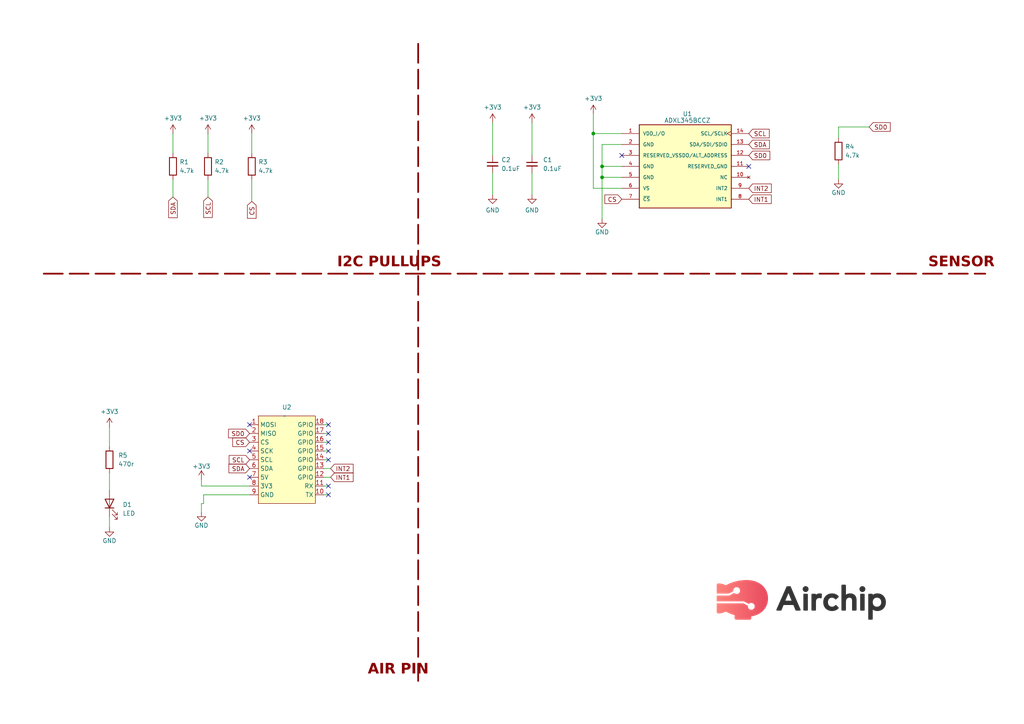
<source format=kicad_sch>
(kicad_sch (version 20230121) (generator eeschema)

  (uuid 26cb4c08-6ce0-4a3e-9ddf-c9a30da8d187)

  (paper "A4")

  (lib_symbols
    (symbol "ADXL345BCCZ:ADXL345BCCZ" (pin_names (offset 1.016)) (in_bom yes) (on_board yes)
      (property "Reference" "U1" (at 19.685 9.525 0)
        (effects (font (size 1.27 1.27)))
      )
      (property "Value" "ADXL345BCCZ" (at 20.32 7.62 0)
        (effects (font (size 1.27 1.27)))
      )
      (property "Footprint" "adxl345:IC_ADXL345BCCZ" (at 26.67 10.16 0)
        (effects (font (size 1.27 1.27)) (justify bottom) hide)
      )
      (property "Datasheet" "" (at 25.4 -8.89 0)
        (effects (font (size 1.27 1.27)) hide)
      )
      (property "PARTREV" "G" (at 26.035 8.89 0)
        (effects (font (size 1.27 1.27)) (justify bottom) hide)
      )
      (property "SNAPEDA_PN" "ADXL345BCCZ" (at 25.4 10.16 0)
        (effects (font (size 1.27 1.27)) (justify bottom) hide)
      )
      (property "STANDARD" "Manufacturer recommendations" (at 25.4 8.255 0)
        (effects (font (size 1.27 1.27)) (justify bottom) hide)
      )
      (property "MAXIMUM_PACKAGE_HEIGHT" "1.00mm" (at 24.13 7.62 0)
        (effects (font (size 1.27 1.27)) (justify bottom) hide)
      )
      (property "MANUFACTURER" "Analog Devices" (at 25.4 8.89 0)
        (effects (font (size 1.27 1.27)) (justify bottom) hide)
      )
      (symbol "ADXL345BCCZ_0_0"
        (rectangle (start 5.08 6.35) (end 31.75 -17.78)
          (stroke (width 0.254) (type default))
          (fill (type background))
        )
        (pin power_in line (at 0 3.81 0) (length 5.08)
          (name "VDD_I/O" (effects (font (size 1.016 1.016))))
          (number "1" (effects (font (size 1.016 1.016))))
        )
        (pin no_connect line (at 36.83 -8.89 180) (length 5.08)
          (name "NC" (effects (font (size 1.016 1.016))))
          (number "10" (effects (font (size 1.016 1.016))))
        )
        (pin passive line (at 36.83 -5.715 180) (length 5.08)
          (name "RESERVED_GND" (effects (font (size 1.016 1.016))))
          (number "11" (effects (font (size 1.016 1.016))))
        )
        (pin bidirectional line (at 36.83 -2.54 180) (length 5.08)
          (name "SDO/ALT_ADDRESS" (effects (font (size 1.016 1.016))))
          (number "12" (effects (font (size 1.016 1.016))))
        )
        (pin bidirectional line (at 36.83 0.635 180) (length 5.08)
          (name "SDA/SDI/SDIO" (effects (font (size 1.016 1.016))))
          (number "13" (effects (font (size 1.016 1.016))))
        )
        (pin input clock (at 36.83 3.81 180) (length 5.08)
          (name "SCL/SCLK" (effects (font (size 1.016 1.016))))
          (number "14" (effects (font (size 1.016 1.016))))
        )
        (pin power_in line (at 0 0.635 0) (length 5.08)
          (name "GND" (effects (font (size 1.016 1.016))))
          (number "2" (effects (font (size 1.016 1.016))))
        )
        (pin passive line (at 0 -2.54 0) (length 5.08)
          (name "RESERVED_VS" (effects (font (size 1.016 1.016))))
          (number "3" (effects (font (size 1.016 1.016))))
        )
        (pin power_in line (at 0 -5.715 0) (length 5.08)
          (name "GND" (effects (font (size 1.016 1.016))))
          (number "4" (effects (font (size 1.016 1.016))))
        )
        (pin power_in line (at 0 -8.89 0) (length 5.08)
          (name "GND" (effects (font (size 1.016 1.016))))
          (number "5" (effects (font (size 1.016 1.016))))
        )
        (pin power_in line (at 0 -12.065 0) (length 5.08)
          (name "VS" (effects (font (size 1.016 1.016))))
          (number "6" (effects (font (size 1.016 1.016))))
        )
        (pin input line (at 0 -15.24 0) (length 5.08)
          (name "~{CS}" (effects (font (size 1.016 1.016))))
          (number "7" (effects (font (size 1.016 1.016))))
        )
        (pin output line (at 36.83 -15.24 180) (length 5.08)
          (name "INT1" (effects (font (size 1.016 1.016))))
          (number "8" (effects (font (size 1.016 1.016))))
        )
        (pin output line (at 36.83 -12.065 180) (length 5.08)
          (name "INT2" (effects (font (size 1.016 1.016))))
          (number "9" (effects (font (size 1.016 1.016))))
        )
      )
    )
    (symbol "Device:C_Small" (pin_numbers hide) (pin_names (offset 0.254) hide) (in_bom yes) (on_board yes)
      (property "Reference" "C" (at 0.254 1.778 0)
        (effects (font (size 1.27 1.27)) (justify left))
      )
      (property "Value" "C_Small" (at 0.254 -2.032 0)
        (effects (font (size 1.27 1.27)) (justify left))
      )
      (property "Footprint" "" (at 0 0 0)
        (effects (font (size 1.27 1.27)) hide)
      )
      (property "Datasheet" "~" (at 0 0 0)
        (effects (font (size 1.27 1.27)) hide)
      )
      (property "ki_keywords" "capacitor cap" (at 0 0 0)
        (effects (font (size 1.27 1.27)) hide)
      )
      (property "ki_description" "Unpolarized capacitor, small symbol" (at 0 0 0)
        (effects (font (size 1.27 1.27)) hide)
      )
      (property "ki_fp_filters" "C_*" (at 0 0 0)
        (effects (font (size 1.27 1.27)) hide)
      )
      (symbol "C_Small_0_1"
        (polyline
          (pts
            (xy -1.524 -0.508)
            (xy 1.524 -0.508)
          )
          (stroke (width 0.3302) (type default))
          (fill (type none))
        )
        (polyline
          (pts
            (xy -1.524 0.508)
            (xy 1.524 0.508)
          )
          (stroke (width 0.3048) (type default))
          (fill (type none))
        )
      )
      (symbol "C_Small_1_1"
        (pin passive line (at 0 2.54 270) (length 2.032)
          (name "~" (effects (font (size 1.27 1.27))))
          (number "1" (effects (font (size 1.27 1.27))))
        )
        (pin passive line (at 0 -2.54 90) (length 2.032)
          (name "~" (effects (font (size 1.27 1.27))))
          (number "2" (effects (font (size 1.27 1.27))))
        )
      )
    )
    (symbol "Device:LED" (pin_numbers hide) (pin_names (offset 1.016) hide) (in_bom yes) (on_board yes)
      (property "Reference" "D" (at 0 2.54 0)
        (effects (font (size 1.27 1.27)))
      )
      (property "Value" "LED" (at 0 -2.54 0)
        (effects (font (size 1.27 1.27)))
      )
      (property "Footprint" "" (at 0 0 0)
        (effects (font (size 1.27 1.27)) hide)
      )
      (property "Datasheet" "~" (at 0 0 0)
        (effects (font (size 1.27 1.27)) hide)
      )
      (property "ki_keywords" "LED diode" (at 0 0 0)
        (effects (font (size 1.27 1.27)) hide)
      )
      (property "ki_description" "Light emitting diode" (at 0 0 0)
        (effects (font (size 1.27 1.27)) hide)
      )
      (property "ki_fp_filters" "LED* LED_SMD:* LED_THT:*" (at 0 0 0)
        (effects (font (size 1.27 1.27)) hide)
      )
      (symbol "LED_0_1"
        (polyline
          (pts
            (xy -1.27 -1.27)
            (xy -1.27 1.27)
          )
          (stroke (width 0.254) (type default))
          (fill (type none))
        )
        (polyline
          (pts
            (xy -1.27 0)
            (xy 1.27 0)
          )
          (stroke (width 0) (type default))
          (fill (type none))
        )
        (polyline
          (pts
            (xy 1.27 -1.27)
            (xy 1.27 1.27)
            (xy -1.27 0)
            (xy 1.27 -1.27)
          )
          (stroke (width 0.254) (type default))
          (fill (type none))
        )
        (polyline
          (pts
            (xy -3.048 -0.762)
            (xy -4.572 -2.286)
            (xy -3.81 -2.286)
            (xy -4.572 -2.286)
            (xy -4.572 -1.524)
          )
          (stroke (width 0) (type default))
          (fill (type none))
        )
        (polyline
          (pts
            (xy -1.778 -0.762)
            (xy -3.302 -2.286)
            (xy -2.54 -2.286)
            (xy -3.302 -2.286)
            (xy -3.302 -1.524)
          )
          (stroke (width 0) (type default))
          (fill (type none))
        )
      )
      (symbol "LED_1_1"
        (pin passive line (at -3.81 0 0) (length 2.54)
          (name "K" (effects (font (size 1.27 1.27))))
          (number "1" (effects (font (size 1.27 1.27))))
        )
        (pin passive line (at 3.81 0 180) (length 2.54)
          (name "A" (effects (font (size 1.27 1.27))))
          (number "2" (effects (font (size 1.27 1.27))))
        )
      )
    )
    (symbol "Device:R" (pin_numbers hide) (pin_names (offset 0)) (in_bom yes) (on_board yes)
      (property "Reference" "R" (at 2.032 0 90)
        (effects (font (size 1.27 1.27)))
      )
      (property "Value" "R" (at 0 0 90)
        (effects (font (size 1.27 1.27)))
      )
      (property "Footprint" "" (at -1.778 0 90)
        (effects (font (size 1.27 1.27)) hide)
      )
      (property "Datasheet" "~" (at 0 0 0)
        (effects (font (size 1.27 1.27)) hide)
      )
      (property "ki_keywords" "R res resistor" (at 0 0 0)
        (effects (font (size 1.27 1.27)) hide)
      )
      (property "ki_description" "Resistor" (at 0 0 0)
        (effects (font (size 1.27 1.27)) hide)
      )
      (property "ki_fp_filters" "R_*" (at 0 0 0)
        (effects (font (size 1.27 1.27)) hide)
      )
      (symbol "R_0_1"
        (rectangle (start -1.016 -2.54) (end 1.016 2.54)
          (stroke (width 0.254) (type default))
          (fill (type none))
        )
      )
      (symbol "R_1_1"
        (pin passive line (at 0 3.81 270) (length 1.27)
          (name "~" (effects (font (size 1.27 1.27))))
          (number "1" (effects (font (size 1.27 1.27))))
        )
        (pin passive line (at 0 -3.81 90) (length 1.27)
          (name "~" (effects (font (size 1.27 1.27))))
          (number "2" (effects (font (size 1.27 1.27))))
        )
      )
    )
    (symbol "air_modül:air_module" (in_bom yes) (on_board yes)
      (property "Reference" "U" (at 0 1.27 0)
        (effects (font (size 1.27 1.27)))
      )
      (property "Value" "" (at 0 0 0)
        (effects (font (size 1.27 1.27)))
      )
      (property "Footprint" "" (at 0 0 0)
        (effects (font (size 1.27 1.27)) hide)
      )
      (property "Datasheet" "" (at 0 0 0)
        (effects (font (size 1.27 1.27)) hide)
      )
      (symbol "air_module_1_1"
        (rectangle (start -7.62 0) (end 8.89 -25.4)
          (stroke (width 0) (type default))
          (fill (type background))
        )
        (pin input line (at -10.16 -2.54 0) (length 2.54)
          (name "MOSI" (effects (font (size 1.27 1.27))))
          (number "1" (effects (font (size 1.27 1.27))))
        )
        (pin input line (at 11.43 -22.86 180) (length 2.54)
          (name "TX" (effects (font (size 1.27 1.27))))
          (number "10" (effects (font (size 1.27 1.27))))
        )
        (pin input line (at 11.43 -20.32 180) (length 2.54)
          (name "RX" (effects (font (size 1.27 1.27))))
          (number "11" (effects (font (size 1.27 1.27))))
        )
        (pin input line (at 11.43 -17.78 180) (length 2.54)
          (name "GPIO" (effects (font (size 1.27 1.27))))
          (number "12" (effects (font (size 1.27 1.27))))
        )
        (pin input line (at 11.43 -15.24 180) (length 2.54)
          (name "GPIO" (effects (font (size 1.27 1.27))))
          (number "13" (effects (font (size 1.27 1.27))))
        )
        (pin input line (at 11.43 -12.7 180) (length 2.54)
          (name "GPIO" (effects (font (size 1.27 1.27))))
          (number "14" (effects (font (size 1.27 1.27))))
        )
        (pin input line (at 11.43 -10.16 180) (length 2.54)
          (name "GPIO" (effects (font (size 1.27 1.27))))
          (number "15" (effects (font (size 1.27 1.27))))
        )
        (pin input line (at 11.43 -7.62 180) (length 2.54)
          (name "GPIO" (effects (font (size 1.27 1.27))))
          (number "16" (effects (font (size 1.27 1.27))))
        )
        (pin input line (at 11.43 -5.08 180) (length 2.54)
          (name "GPIO" (effects (font (size 1.27 1.27))))
          (number "17" (effects (font (size 1.27 1.27))))
        )
        (pin input line (at 11.43 -2.54 180) (length 2.54)
          (name "GPIO" (effects (font (size 1.27 1.27))))
          (number "18" (effects (font (size 1.27 1.27))))
        )
        (pin input line (at -10.16 -5.08 0) (length 2.54)
          (name "MISO" (effects (font (size 1.27 1.27))))
          (number "2" (effects (font (size 1.27 1.27))))
        )
        (pin input line (at -10.16 -7.62 0) (length 2.54)
          (name "CS" (effects (font (size 1.27 1.27))))
          (number "3" (effects (font (size 1.27 1.27))))
        )
        (pin input line (at -10.16 -10.16 0) (length 2.54)
          (name "SCK" (effects (font (size 1.27 1.27))))
          (number "4" (effects (font (size 1.27 1.27))))
        )
        (pin input line (at -10.16 -12.7 0) (length 2.54)
          (name "SCL" (effects (font (size 1.27 1.27))))
          (number "5" (effects (font (size 1.27 1.27))))
        )
        (pin input line (at -10.16 -15.24 0) (length 2.54)
          (name "SDA" (effects (font (size 1.27 1.27))))
          (number "6" (effects (font (size 1.27 1.27))))
        )
        (pin input line (at -10.16 -17.78 0) (length 2.54)
          (name "5V" (effects (font (size 1.27 1.27))))
          (number "7" (effects (font (size 1.27 1.27))))
        )
        (pin input line (at -10.16 -20.32 0) (length 2.54)
          (name "3V3" (effects (font (size 1.27 1.27))))
          (number "8" (effects (font (size 1.27 1.27))))
        )
        (pin input line (at -10.16 -22.86 0) (length 2.54)
          (name "GND" (effects (font (size 1.27 1.27))))
          (number "9" (effects (font (size 1.27 1.27))))
        )
      )
    )
    (symbol "power:+3V3" (power) (pin_names (offset 0)) (in_bom yes) (on_board yes)
      (property "Reference" "#PWR" (at 0 -3.81 0)
        (effects (font (size 1.27 1.27)) hide)
      )
      (property "Value" "+3V3" (at 0 3.556 0)
        (effects (font (size 1.27 1.27)))
      )
      (property "Footprint" "" (at 0 0 0)
        (effects (font (size 1.27 1.27)) hide)
      )
      (property "Datasheet" "" (at 0 0 0)
        (effects (font (size 1.27 1.27)) hide)
      )
      (property "ki_keywords" "power-flag" (at 0 0 0)
        (effects (font (size 1.27 1.27)) hide)
      )
      (property "ki_description" "Power symbol creates a global label with name \"+3V3\"" (at 0 0 0)
        (effects (font (size 1.27 1.27)) hide)
      )
      (symbol "+3V3_0_1"
        (polyline
          (pts
            (xy -0.762 1.27)
            (xy 0 2.54)
          )
          (stroke (width 0) (type default))
          (fill (type none))
        )
        (polyline
          (pts
            (xy 0 0)
            (xy 0 2.54)
          )
          (stroke (width 0) (type default))
          (fill (type none))
        )
        (polyline
          (pts
            (xy 0 2.54)
            (xy 0.762 1.27)
          )
          (stroke (width 0) (type default))
          (fill (type none))
        )
      )
      (symbol "+3V3_1_1"
        (pin power_in line (at 0 0 90) (length 0) hide
          (name "+3V3" (effects (font (size 1.27 1.27))))
          (number "1" (effects (font (size 1.27 1.27))))
        )
      )
    )
    (symbol "power:GND" (power) (pin_names (offset 0)) (in_bom yes) (on_board yes)
      (property "Reference" "#PWR" (at 0 -6.35 0)
        (effects (font (size 1.27 1.27)) hide)
      )
      (property "Value" "GND" (at 0 -3.81 0)
        (effects (font (size 1.27 1.27)))
      )
      (property "Footprint" "" (at 0 0 0)
        (effects (font (size 1.27 1.27)) hide)
      )
      (property "Datasheet" "" (at 0 0 0)
        (effects (font (size 1.27 1.27)) hide)
      )
      (property "ki_keywords" "power-flag" (at 0 0 0)
        (effects (font (size 1.27 1.27)) hide)
      )
      (property "ki_description" "Power symbol creates a global label with name \"GND\" , ground" (at 0 0 0)
        (effects (font (size 1.27 1.27)) hide)
      )
      (symbol "GND_0_1"
        (polyline
          (pts
            (xy 0 0)
            (xy 0 -1.27)
            (xy 1.27 -1.27)
            (xy 0 -2.54)
            (xy -1.27 -1.27)
            (xy 0 -1.27)
          )
          (stroke (width 0) (type default))
          (fill (type none))
        )
      )
      (symbol "GND_1_1"
        (pin power_in line (at 0 0 270) (length 0) hide
          (name "GND" (effects (font (size 1.27 1.27))))
          (number "1" (effects (font (size 1.27 1.27))))
        )
      )
    )
  )

  (junction (at 174.625 48.26) (diameter 0) (color 0 0 0 0)
    (uuid 49fd135f-f356-49a1-88f9-9260ea50156d)
  )
  (junction (at 172.085 38.735) (diameter 0) (color 0 0 0 0)
    (uuid 7f3a1a84-3e3c-4866-b865-14d5992375eb)
  )
  (junction (at 174.625 51.435) (diameter 0) (color 0 0 0 0)
    (uuid 893f543c-6da3-4508-ada9-2db1668210e2)
  )

  (no_connect (at 95.25 123.19) (uuid 0c4267c2-b1ba-41af-8f4d-7be1e598dfb2))
  (no_connect (at 72.39 123.19) (uuid 4df730e9-913c-442d-8331-ed290c9e7561))
  (no_connect (at 95.25 133.35) (uuid 71f8877b-bca2-49f4-8c30-36154041f500))
  (no_connect (at 180.34 45.085) (uuid 79cf5c4c-bd53-45c8-b58d-b44af4cc419f))
  (no_connect (at 95.25 125.73) (uuid 8aaf0ad9-c4ca-494e-8917-00b400234db3))
  (no_connect (at 95.25 130.81) (uuid 957f83ef-9bec-44e6-adf2-3b51f70dce1f))
  (no_connect (at 95.25 128.27) (uuid b06abf85-c9cb-4dd9-ad58-1ebf060e1219))
  (no_connect (at 72.39 138.43) (uuid d486f3c2-d8af-4b7a-b55e-4e189f71fd12))
  (no_connect (at 95.25 143.51) (uuid d49742cf-eeab-41b0-8561-352692fb8a4f))
  (no_connect (at 95.25 140.97) (uuid d8d59066-b749-4b13-8f6f-c5b31f1d8fc5))
  (no_connect (at 72.39 130.81) (uuid f17e2156-046a-4c43-bb27-2683eef4dd6b))
  (no_connect (at 217.17 48.26) (uuid f936797a-098a-4086-9ae8-66af58bda3c9))

  (wire (pts (xy 154.305 56.515) (xy 154.305 50.165))
    (stroke (width 0) (type default))
    (uuid 088143a5-e153-4810-8f64-8d232f87d07c)
  )
  (wire (pts (xy 31.75 149.86) (xy 31.75 153.035))
    (stroke (width 0) (type default))
    (uuid 08a179f6-f418-4d70-a87e-0afd5dc9d1ea)
  )
  (wire (pts (xy 31.75 123.825) (xy 31.75 129.54))
    (stroke (width 0) (type default))
    (uuid 147c5f4d-577e-445b-8aeb-1f95aa6236da)
  )
  (polyline (pts (xy 12.7 79.375) (xy 285.75 79.375))
    (stroke (width 0.5) (type dash) (color 132 0 0 1))
    (uuid 1a1d8bc4-211c-4fd3-9730-2026f178720d)
  )

  (wire (pts (xy 73.025 38.735) (xy 73.025 44.45))
    (stroke (width 0) (type default))
    (uuid 1f9690f3-8a46-4f52-91a3-9d50efcbf7c1)
  )
  (wire (pts (xy 93.98 138.43) (xy 95.885 138.43))
    (stroke (width 0) (type default))
    (uuid 2706a09b-06a5-479b-99bb-6fb3076ce5d4)
  )
  (wire (pts (xy 31.75 137.16) (xy 31.75 142.24))
    (stroke (width 0) (type default))
    (uuid 2a4be7f9-18fb-43bb-98b8-2db0f4485a2f)
  )
  (wire (pts (xy 142.875 56.515) (xy 142.875 50.165))
    (stroke (width 0) (type default))
    (uuid 2ec7f853-d139-4310-bda5-19655d71738b)
  )
  (wire (pts (xy 73.025 52.07) (xy 73.025 58.42))
    (stroke (width 0) (type default))
    (uuid 31a0f17b-a679-433f-a4ca-b8de54f26327)
  )
  (wire (pts (xy 93.98 135.89) (xy 95.885 135.89))
    (stroke (width 0) (type default))
    (uuid 3bb70d25-cc2f-4a67-8c13-69afa63a561b)
  )
  (wire (pts (xy 50.165 38.735) (xy 50.165 44.45))
    (stroke (width 0) (type default))
    (uuid 3dbf39f8-d712-4c04-9a97-93494ba43b2d)
  )
  (wire (pts (xy 174.625 51.435) (xy 180.34 51.435))
    (stroke (width 0) (type default))
    (uuid 3dec92e7-ef0e-450b-9b2b-9f80ca8fb5ac)
  )
  (wire (pts (xy 174.625 48.26) (xy 174.625 41.91))
    (stroke (width 0) (type default))
    (uuid 438e2997-0123-4d98-8ab8-a0ab78021d49)
  )
  (wire (pts (xy 58.42 146.05) (xy 58.42 148.59))
    (stroke (width 0) (type default))
    (uuid 5402a355-09a6-4e67-8c83-18c3feec1905)
  )
  (wire (pts (xy 58.42 140.97) (xy 72.39 140.97))
    (stroke (width 0) (type default))
    (uuid 5c33bbce-0c51-4ccd-8fc5-310c635e25dd)
  )
  (wire (pts (xy 95.25 133.35) (xy 93.98 133.35))
    (stroke (width 0) (type default))
    (uuid 5fedbc80-0bb3-491b-8234-208869953a6a)
  )
  (wire (pts (xy 180.34 54.61) (xy 172.085 54.61))
    (stroke (width 0) (type default))
    (uuid 60143349-1e9a-411c-a558-2c563d93c9a7)
  )
  (wire (pts (xy 59.055 143.51) (xy 72.39 143.51))
    (stroke (width 0) (type default))
    (uuid 666ec60a-a9cc-4879-8921-8d339b43f16c)
  )
  (wire (pts (xy 174.625 63.5) (xy 174.625 51.435))
    (stroke (width 0) (type default))
    (uuid 793ec944-5aab-4ba0-9c1b-c8dd1c232f45)
  )
  (wire (pts (xy 95.25 123.19) (xy 93.98 123.19))
    (stroke (width 0) (type default))
    (uuid 8912e18c-2f04-4e72-8352-4487aea9272b)
  )
  (wire (pts (xy 172.085 33.02) (xy 172.085 38.735))
    (stroke (width 0) (type default))
    (uuid 8c3da08b-5487-45e6-a4a0-6b53e56c5c00)
  )
  (wire (pts (xy 174.625 51.435) (xy 174.625 48.26))
    (stroke (width 0) (type default))
    (uuid 8daea27c-d1df-459a-8d43-4075073ed907)
  )
  (wire (pts (xy 60.325 38.735) (xy 60.325 44.45))
    (stroke (width 0) (type default))
    (uuid 90f57534-85e2-412b-94e0-523acff87d82)
  )
  (wire (pts (xy 95.25 130.81) (xy 93.98 130.81))
    (stroke (width 0) (type default))
    (uuid 99c84069-8904-4db0-8a35-03be3e52b972)
  )
  (wire (pts (xy 154.305 35.56) (xy 154.305 45.085))
    (stroke (width 0) (type default))
    (uuid 9eff1793-4c4b-40ea-a49c-c6ea08c4fb8b)
  )
  (polyline (pts (xy 121.285 12.7) (xy 121.285 79.375))
    (stroke (width 0.5) (type dash) (color 132 0 0 1))
    (uuid a416701c-449a-41e9-8310-2cf50658f7ad)
  )

  (wire (pts (xy 174.625 48.26) (xy 180.34 48.26))
    (stroke (width 0) (type default))
    (uuid b2a56cf5-35d7-46e1-b25e-fcb330c70950)
  )
  (wire (pts (xy 95.25 140.97) (xy 93.98 140.97))
    (stroke (width 0) (type default))
    (uuid b317623f-1680-4272-97fd-589ad2e80673)
  )
  (wire (pts (xy 243.205 40.005) (xy 243.205 36.83))
    (stroke (width 0) (type default))
    (uuid bb50ef8d-5d7d-4e36-a9a0-7a05f0e8a8c2)
  )
  (wire (pts (xy 172.085 54.61) (xy 172.085 38.735))
    (stroke (width 0) (type default))
    (uuid c06a0497-f4d4-4353-bbc2-2a2520b05bd6)
  )
  (wire (pts (xy 50.165 57.15) (xy 50.165 52.07))
    (stroke (width 0) (type default))
    (uuid d3265b28-8b84-400a-bc3f-92441907bf2d)
  )
  (wire (pts (xy 60.325 57.15) (xy 60.325 52.07))
    (stroke (width 0) (type default))
    (uuid d6bf6d82-e8c8-43c7-beaf-d21d906c1c13)
  )
  (wire (pts (xy 172.085 38.735) (xy 180.34 38.735))
    (stroke (width 0) (type default))
    (uuid d71cc3d0-7a4d-4482-bbd5-8cb82def7e03)
  )
  (wire (pts (xy 243.205 47.625) (xy 243.205 52.07))
    (stroke (width 0) (type default))
    (uuid dac67ede-79c4-4231-a5cf-48af8d528345)
  )
  (wire (pts (xy 95.25 128.27) (xy 93.98 128.27))
    (stroke (width 0) (type default))
    (uuid db6473d0-fac7-4048-88c5-47068f9d4eed)
  )
  (wire (pts (xy 174.625 41.91) (xy 180.34 41.91))
    (stroke (width 0) (type default))
    (uuid e344e3c7-fd6b-4fad-8f03-91dd546b4979)
  )
  (wire (pts (xy 59.055 146.05) (xy 59.055 143.51))
    (stroke (width 0) (type default))
    (uuid e3487886-c7e3-457f-a5f6-7da1bbde1674)
  )
  (wire (pts (xy 95.25 125.73) (xy 93.98 125.73))
    (stroke (width 0) (type default))
    (uuid e8447861-b96b-41de-a70d-22d434d1c561)
  )
  (wire (pts (xy 58.42 139.065) (xy 58.42 140.97))
    (stroke (width 0) (type default))
    (uuid f0c36664-f6a8-4895-acb5-a6e2446d6e05)
  )
  (wire (pts (xy 243.205 36.83) (xy 252.095 36.83))
    (stroke (width 0) (type default))
    (uuid f334737c-1d78-45f0-961f-68a19949358a)
  )
  (wire (pts (xy 95.25 143.51) (xy 93.98 143.51))
    (stroke (width 0) (type default))
    (uuid f70c1613-22a1-4b6c-9f56-adef45b82fad)
  )
  (wire (pts (xy 59.055 146.05) (xy 58.42 146.05))
    (stroke (width 0) (type default))
    (uuid fa6f21fd-f9e3-482c-b71a-9079ac9aeb57)
  )
  (polyline (pts (xy 121.285 80.01) (xy 121.285 197.485))
    (stroke (width 0.5) (type dash) (color 132 0 0 1))
    (uuid fc83466b-7c74-416b-a33e-1347b84cd8e6)
  )

  (wire (pts (xy 142.875 35.56) (xy 142.875 45.085))
    (stroke (width 0) (type default))
    (uuid fdfd08e8-fd05-4831-b793-523ad1c7bca6)
  )

  (image (at 232.41 173.99) (scale 0.289816)
    (uuid 95fec854-336c-4354-b1cc-c26ce71282da)
    (data
      iVBORw0KGgoAAAANSUhEUgAAB9AAAAHVCAYAAACpJWDwAAAABHNCSVQICAgIfAhkiAAAIABJREFU
      eJzs3XeYnGW9//F3SEKyCS0hARUVBCSKYvuiqKiAokRasKAeRUn4WSghFUTNsYAiICGNA6gQEBso
      TfEg6hFE8KjouRFsIAgiiEJCEwhJKJnfH88sKdtmdmfmnvJ+XddcuzzPPfd8dpjMzj6fpwxDkjrQ
      ox+ZPhzYnBKbA5sDW5S/dt82BbqATSkxFugqwSbl5SOBzYqZSpsAI4CNgTHFIjYFNuo3QKnXpSuB
      J8oDHgWeLsHjwBOUeILi+5XACuAx4N/l77tvD5eXPUiJh4AHgYc2P//MFZU+L5IkSZIkSZIkSZ1s
      WO4AklQLj3706E2BZ1NiIvAcYCKw5Tpft4TS+PL3W1GU4X0V2esrrfel95UDLKp+TGn9YZXM2ff8
      TwIPQel+4F5gObAMuJcS3cvuA+4G7tv862c9XeWjSZIkSZIkSZIktQULdElN7bGPHb0J8FxKbAPP
      3J4LbFOCZwFbU3wdDQxQNA+t7G7hAr3vhT0XPV0qCvV/lG/3UBTrdwJ3UOLOLb5x1oNVppEkSZIk
      SZIkSWoJFuiSsnnsYzOGUZTf2wLbQWnb8vfdt+fRfar0SntqC/R+xleWtYKn8BHgb8CdULoduLV8
      u22Lb3z5H1XllCRJkiRJkiRJaiIW6JLq6rHDZ4wCdijftn/m+xI7AC+guHZ4WT/VrQV6depboPe3
      YAUlbgP+AtwC/An4I3DbFt/88lP9TS1JkiRJkiRJkpSbBbqkIVtxxIzhJXg+8CJgJ0pMAiYBO1Gc
      br2nattvC/Tq5CvQ+5rgSYpC/Q/An4GbgN9t8c0v39Pfw0mSJEmSJEmSJDWSBbqkiq04YubGFCX5
      zlDaGXgp8EJgp9K6R5IPukC2QN9wQBsV6H1ZTokbgN+VKL4Ct4/71per/YklSZIkSZIkSZKGzAJd
      Ug8rjpw5HNgReDnwUkq8FNi5vGx4MWr9frPU53/0wQK9ogEdUKD39vw+BKXfAL8Grgd+M+5bX3mg
      ylklSZIkSZIkSZKqZoEudbgVR84cR1GUvxx4WfnrzkDXM4MqKGMt0Ac350ADOrRA722S2yhxPfAL
      4FrglnHf/opHqUuSJEmSJEmSpJqyQJc6yIqjZj4LCOAVQFBiV+B5A97RAr2foRbo1U3Q95wDFOgb
      Lrof+F/gOopC/Xfjvv2Vp6p8ZEmSJEmSJEmSpPVYoEttasVRs7YCXg2l3Vhbmj9nvUGVFp0W6P0M
      tUCvboK+56yyQN/QI8DPgauAqyjxp3EXeIS6JEmSJEmSJEmqjgW61AYenz5rLMUR5bsBrwZeU4Jt
      i7XVldKVj7NAr8WcAw2wQB/kvCXuo7tMhx+Nu+Ar/6wylSRJkiRJkiRJ6kAW6FILenz6rB2B1wOv
      A3YHXgJstG7BWOrlux4s0C3Q27dA39BNULoCuBL41bgLvvp0FbNJkiRJkiRJkqQOYYEuNbnHp88a
      TXFUeXdh/npgYq+DLdAt0Psd39EF+roLHwZ+AlxeKnHF+Au/+nAVM0uSJEmSJEmSpDZmgS41mceP
      nrUZRUn+Jkq8CdgVGFXRnS3QLdD7HW+B3mNJiacorp3+PeD74y/86t1VPIokSZIkSZIkSWozFuhS
      Zo8fPXs88CZgTyi9AXglsBEwpNLUAn0ok/Q+xgK9t5UtX6BvKAEXAxeNv/Crt1fxiJIkSZIkSZIk
      qQ1YoEsN9viM2ZsDb6TEXsBbgJfxzL/FDdo8C/R+V1mgVzu/BXqPJf3PeQNwEXDB+Au/+vcqHl2S
      JEmSJEmSJLUoC3SpzlbOmD26BG+kKMv3ojgl+0YVFXwW6P2uskCvdn4L9B5LKp/zeuACSlww/jtf
      XVZFEkmSJEmSJEmS1EIs0KUaWzlj9jCKo8rfVr69oQSjewy0QK8ukAV6dSzQK1pYRYHePcVTwP8A
      3wC+N/47X11Z5QySJEmSJEmSJKmJWaBLNbBy5uxnUWIfisL8rcDEdddXXvRaoFcz3gK92vkt0Hss
      Gdrz+ihwMZTOG/+ds6+rciZJkiRJkiRJktSELNClQVg5c/Zw4HXAZGBf4JVV99QW6NUFskCvjgV6
      RQuHWKCvu/BW4Bzg/PHfOdtTvEuSJEmSJEmS1KIs0KUKrZw5ZyLw9uJWmgxssd4AC/Tq5rVAr2iA
      Bfog5218gd7tKeByYCnwo/HfOXtNlY8gSZIkSZIkSZIyskCX+rFy1pyXAAdS4gDgtTzzb6a6cs8C
      fXBzDrTKAr3a+S3Qeyyp1/NauIMSZwHnjv/u2Q9W+UiSJEmSJEmSJCkDC3RpHStnzRkJvAk4AJgC
      bAcMuTS0QB/cnAOtskCvdn4L9B5L6lugd69aBVwInDH+u2f/X5WPKEmSJEmSJEmSGsgCXR1v5aw5
      YyhOzX4QRXG+eY9BFugDLrRAH9ycAw2wQB/kvM1VoK/r1yVYAFy25XfPfqrKR5ckSZIkSZIkSXVm
      ga6OtHLWnPHAfsA7gcnA6H7vYIE+4EIL9MHNOdAAC/RBztu8BXr3or8Di4ClW3737EerTCFJkiRJ
      kiRJkurEAl0dY+XsOVtRFObvosSewIiK72yBPuBCC/TBzTnQAAv0Qc7b/AV6t0cocTawaMuLzv5H
      lWkkSZIkSZIkSVKNWaCrra2aPXc8lN4BHFyCvYHhQA3KSAt0C/TazDnQAAv0Qc7bOgV694IngfOB
      U7a86Oy/VplKkiRJkiRJkiTViAW62k5RmvMO4GDgLVAaAYMoePsdb4FugV6bOQcaYIE+yHlbr0Dv
      tga4CEonbXnROTdVF06SJEmSJEmSJA2VBbrawqo5c7uAAynxfoprmm+8du0GRWSP/6iABfqACy3Q
      BzfnQAMs0Ac5b+sW6Osu/D5w/JYXnfO7irJJkiRJkiRJkqQhs0BXy1o1Z+4IitOyf4DiiPOx/ZVb
      FuiVZqh0nAV6LeYcaIAF+iDnbY8CvZtFuiRJkiRJkiRJDWKBrpazas7cXYEPAe8DJq630gK9l28t
      0KufpPcxFui9rbRAb0CB3u0y4D+3vOicP/f9gJIkSZIkSZIkaSgs0NUSVs2Zuw3FkeaHAjv3OdAC
      vZdvLdCrn6T3MRbova20QG9ggV6sKPFN4DNbXnzOnX0/sCRJkiRJkiRJGgwLdDWtVXPnjqHEQRSl
      +d7ARgPeyQK9l28t0KufpPcxFui9rbRAb3CB3r3qSeAM4MQtLz7n/r4HS5IkSZIkSZKkaligq+ms
      mjs3gP8HvJ8Sm1d1Zwv0Xr61QK9+kt7HWKD3ttICPVOB3u0R4FRgwZYXn/N433eSJEmSJEmSJEmV
      sEBXU1g195hxUDqEojh/+TMralhuWaBXmqHScRbotZhzoAEW6IOct3MK9G73AMcB397y4nOq/akk
      SZIkSZIkSVKZBbqyWTX3mGHAHsBHgXdCaVSPQRbo1bFAt0Dvd7wFeo8l7VOgd7semLXlxef8ut9R
      kiRJkiRJkiSpVxboarjVxxwzHvhQqcTHgBetXVO7Iq63hRbolWaodJwFei3mHGiABfog5+3cAr3b
      tynx8S0vOeeeikZLkiRJkiRJkiTAAl0NtPqYY14LHA68B+jqWVxZoFugW6BvOMACfZDzWqBDiceA
      40uwaMIl5zxV4b0kSZIkSZIkSepoQyrQ1xz/qS1KJV4KTAK2ADZdZ/VqYOUG3z9MiVXl7x8CHgAe
      HH78F1eitrT6mGO6gPcDR7Putc3prbiyQLdAt0DfcIAF+iDntUBf93n9E3DUhEvO+XmF95QkSZIk
      SZIkqWNVXaCvOf5TOwAfBPYHXlUqVTlH70XBKuBBYBlwLyXuBu4F/gncDdwJ/G34CSc9Xm1e5bH6
      mGO2A44EPgyM622MBXoFCy3Q+11lgV7t/BboPZZ0RoHe7ZvA3AmXnLOswhkkSZIkSZIkSeo4FZff
      a46ftxuU/pOiOH9GXcqHvue8F7ijBHcAtwA3A3+mxO0jPn/Sk1UmUY2tPuaYYcCewAzgQGCj/sZb
      oFew0AK931UW6NXOb4HeY0lnFehQ7Kw2F0rnT7hkabU/vSRJkiRJkiRJbW/AAn3N8fMmAqcChzas
      fBhgzl7Kh6eAW4Eby7ffQemGEZ8/+cEq02kQVh97zCjgEErMBl5S6f0s0CtYaIHe7yoL9Grnt0Dv
      saTzCvTulVcBH51wydI7KpxNkiRJkiRJkqSO0G+Bvub4eXsAFwDPLpY0bYHe16i7gV+Xb78Cbhjx
      +ZNXDxxSlVh97DETKE7TfhSwVbWlmQV6BQst0PtdZYFe7fwW6D2WdG6BDrAS+AywcMIlS5+ucFZJ
      kiRJkiRJktpanwX6muPnTQWWst5puFuuQN/QE8ANlPg5cA3wixFfOPmx/h9NG1p97LEvgtJs4EPA
      6GdWWKBXfvdKF1qg97vKAr3a+S3Qeyzp7AK92/XAoRMuWfqXCmeWJEmSJEmSJKlt9Vqgrzlh3uGU
      OKvnmpYv0Ddc9TTwf8DVwI+BX474wsleS70Pq4899nXAJ4H9odTztWOBXvndK11ogd7vKgv0aue3
      QO+xxAK920pKfApYMuHSpWsqfARJkiRJkiRJktpOjxJ0zQnz3gV8l9K6R553a7sCfUOPAj+lKNN/
      OOILJ9/df5L2t/rYY4cBkymK8zeuXTP00swCvYKFFuj9rrJAr3Z+C/QeSyzQN1x0LTB1wqVL/1bh
      o0iSJEmSJEmS1FbWK9DXnDDvhcDvgLFZy4d8BfqG424AvleC74088eQ/VHivtrD648eOoMTBwCeA
      l/UcYYFe2WP3s8oCvbpAFujVsUCvaKEFeq+LHgOmT7h06fkVPpIkSZIkSZIkSW3jmQJ9zQnzhgO/
      BnYF8pYPzVOgr/vlDihdClw48sRTUoUztJzVHz92Y+CDwCcpsUPfIy3QK3vsflZZoFcXyAK9Ohbo
      FS20QO930XeAwydcuvThCh9RkiRJkiRJkqSWt26BfhTwX8+ssUDvpXx45rvbKIqFb4888ZSbK5yt
      qZWL88OATwHPA+pTRK473AJ94IUW6P2uskCvdn4L9B5LLNAHmvcu4JAJly69rsJHlSRJkiRJkiSp
      pQ0DWHPCvC7gb8DWz6yxQO+vQF/X74CvUZTp91c4c9N44uPHdgEfKcExdBfn3SzQ+xlvgW6BXps5
      BxpggT7IeS3Qa/m6XQN8Hvj8hEuXPl3ho0uSJEmSJEmS1JK6C/TpwOnrrbFAr7RA7/YkJS6nKNOv
      HPnFU5q6ZHiiOOL8YxRHnD+rYUXkusMt0AdeaIHe7yoL9Grnt0DvscQCvZp5r6bEByZctvTeChNI
      kiRJkiRJktRyugv03wGvWG+NBXq1Bfq6q/8BnA2cPfKLp/yrwkdriCeOO3YEJaYBn2adI84t0Kud
      1wLdAr02cw40wAJ9kPNaoNfrdXsf8N4Jly39eYUpJEmSJEmSJElqKcPWnDBvEnBLjzUW6EMp0Ls9
      BXwfOHPkF0+5usJHrYsnjjt2I+AQ4DOU2GHD9Rbo1c5rgW6BXps5BxpggT7IeS3Q6/m6XQN8Fjhx
      wmVLq30GJUmSJEmSJElqasN6PX07WKCvM24IBfq6/gAsoMS3R550yhMVJqiJJ4479h3AicCLgbxF
      5LrDLdAHXmiB3u8qC/Rq57dA77HEAr26edcf8wPgkAmXLX2kwkSSJEmSJDWliBgBvACYAIzKHKfb
      CuDelNLduYNIktRphq05Yd4FwPt6rLFAr3WB3j3mPuC/gC+PPOmU+ytMMihPHPfxNwCnQOn1G2To
      JVYvLND7GW+BboFemzkHGmCBPsh5LdAb9br9C3DQhMuW9jyTjSRJkiRJTS4i9gSmA5OBsXnT9Ole
      4BJgUUrpr7nDSJLUCYatOWHejcDLe6yxQK9Xgd5tBXAOcOrIk065p8JEFXniuI/vDJwMHNBrMAt0
      C/Rq57dA72eoBXp1E/Q9pwX64Ofsb1wDXrePAodOuGzpZZUFkyRJkiQpr4gYT7Ft9h25s1ThSeAk
      4ISU0tO5w0iS1M6GrTlh3oPAuB5rLNDrXaB3exJK5wGnjjzpS0Pag/CJ4z6+HfBp4FBgeJ8PaoFu
      gV7t/Bbo/Qy1QK9ugr7ntEAf/Jz9jWvc67b0WeDzEy47t9pnVZIkSZKkhomI5wI/A3bMnWWQvge8
      J6X0ZO4gkiS1q2FrTphX8bZ1C/S6FOjdC9cAl1Oc3v1nI0/60poKZuOJT3x8I2B3SnwY+ADrFed9
      PKgFugV6tfNboPcz1AK9ugn6ntMCffBz9jeugQU6wIXAtAmXnbuqgtkkSZIkSWqoiOgCrgd2yZ1l
      iM5KKR2ZO4QkSe3KAr2CB2pQgb6uB0rwI+CXlLgFuJPilO9PABOArYGXArsB+wDPrqrxskC3QK92
      fgv0foZaoFc3Qd9zWqAPfs7+xjW4QAe4vgQHTbzs3HsrmFGSJEmSpIaJiJOAT+TOUSN7p5Suyh1C
      kqR2ZIFewQNlKNCrL80s0PsZb4FeyfhK5+1roQX64OYcaIAF+iDntUDPWaBTgruAAyZedu7vK5hV
      kiRJkqS6i4hxwN3A2NxZauR/U0pvyB1CkqR2tFHuAJIkqe08H7hu+UGH7Z07iCRJkiRJZe+mfcpz
      gN0jYvvcISRJakcW6JIkqR42A364/KDDDskdRJIkSZIk4E25A9TBHrkDSJLUjizQJUlSvYwEvrH8
      oMPa5fpykiRJkqTWtWPuAHXwgtwBJElqRxbokiSp3k5aftBhpy8/6LBhuYNIkiRJkjpWV+4AdbBZ
      7gCSJLUjC3RJktQI0ymORh+RO4gkSZIkSZIkSX2xQJckSY3yAeDS5Qcd1o57/UuSJEmSJEmS2oAF
      uiRJaqQDgCuWH3TY5rmDSJIkSZIkSZK0IQt0SZLUaHsBP7FElyRJkiRJkiQ1Gwt0SZKUw2uwRJck
      SZIkSZIkNRkLdEmSlMtrgGuWTzlsYu4gkiRJkiRJkiSBBbokScrrFcDVluiSJEmSJEmSpGYwIncA
      SZLU8V5KUaK/ceL3z304dxhJklSZiNgaeBEwCdgR2AzYpHwDeKx8ewS4DbgVuCWldF/j00qSJKmV
      RcSmwE4Unz93AsYDmwJblIesZu1nz7uAvwC3AH9PKT3d8MCSWpoFuiRJagYvBX68fMphb5v4/XP/
      nTuMpPYSEeOA/wAmA7sA4/ImesYqig07vwC+lVJKmfNI/YqI5wBvA/YE9ga2GeQ89wA/Ba4BfpxS
      +leNIkqSJKlNRMRYYC/gLeWvLwOGDWKqRyPiWuBq4Kcppd/XLqWkdjVszQnzSr2u6XVpz4Wl3u/d
      t0rmHWDOHqsrzFrp/BuOK224YCjzVvq8VjPngOMGfn6rfQorn6SfGSr5H1nD11dpwHHVzFtd1sqf
      3+r+LfR394pet0N6fZX6/q8a/lvob1XDXrc93gtqN+dAA6p+L+h3fGVZq3sKa/fvtp9XVPXz5vwd
      NsCqfL/DBphkyK/bXt51Bvce87/A2yZ+/9zHK7y3JPUpIoYBc4BPA5tnjlOJK4DpKaU7cweRukXE
      JsA7gA9RbLwczEbL/pQoyvRvAJemlFbUeH5JkgCIiBuBl+fOUWOLU0qzcoeQaiUiNqLYWfNDwLtY
      e2ajWroZ+DrwzZTSP+owv6Q24DXQJUlSM9kd+O/lUw7ryh1EUmuLiDHAfwPzaY3yHGA/4IaI2Ct3
      ECkiJkTEicA/KDYw7k3ty3PKc761/Bj3RMQXImJCHR5HkiRJTSoiRkbEVIpTrl8FHEp9ynOAFwMn
      AXdFxIURsUudHkdSC7NAlyRJzWYv4ILlUw4bnjuIpNZUPvL8ImDf3FkGYRxweUS029FRahERsUVE
      zAfuBD5FY3dA2RyYB9wZEadGxBYD3UGSJEmtKyI2iogPA7cD5wEvbODDDwPeC/w+Ir4XES9u4GNL
      anIW6JIkqRlNAb66fMq0ehzpJqn9HUVrlufdNgEujIiNcwdR54iIYRFxKHAbMBcYmzHOWOAY4LZy
      JkmSJLWZiNgV+C1wNvC8zHGmAH+IiNPK116X1OEs0CVJUrM6DDgxdwhJrSUiNgU+lztHDbyI4n1Q
      qruIeDZwJfA1oJlOnz4B+FpEXFnOKEmSpBZXPl37F4FfA6/KnWcdw4E5wB8jYvfcYSTlZYEuSZKa
      2SeXT5k2K3cISS3l/wFb5g5RI3Mjwr/ZVFcR8RbgJmCf3Fn6MRm4KSLenDuIJEmSBi8ingtcB3yS
      orBuRtsB10bEJ8uXB5PUgdwYI0mSmt3C5VOmvTt3CEnNLyKGAzNz56ihHSmKQ6kuIuJo4CfAxNxZ
      KjAR+J+ImJ47iCRJkqoXEbsBCdgtd5YKbAR8EfhORHTlDiOp8SzQJUlSK/jG8inTXpc7hKSmN4Xi
      aIF2MiN3ALWf8vXOvwQsobW2C2wEnB4Rp3g0kCRJUuuIiAOAnwFb5c5SpYOBqyJi89xBJDVWK/2h
      LEmSOtdo4PLlB07bPncQSU1tTu4AdbBPREzKHULto1w8nwkcmzvLEHwcONMSXZIkqflFxIHAJUCr
      Hsn9OuBqS3Sps1igS5KkVjEB+OHyA6eNzx1EUvOJiF2B3XPnqBNPWa1aOgU4PHeIGjgcOCl3CEmS
      JPUtIiYDFwMjc2cZolcBP4mIsbmDSGoMC3SpuTwN3Az8ADgdmAccAUwD3gt8sPz9TOBE4Dzg58C/
      coSVpAwmARcvP3DaiNxBJDWd2bkD1NHUiNgsdwi1vvI1z1v5yPMNHec10SVJkppTRLwSuIjWL8+7
      vQa4MCKG5w4iqf7c+Czl9SjwU4oS/JfA78ecvmj1YCZ6fPqsrYAA9gD2Al4NeEpDSe1oL2ARHpEp
      qSwitgHekztHHW1CsRPl4txB1Loi4s0Uvz/bzeKI+FNK6We5g0iSJKkQEVsC36P4W6ad7E9xYNsn
      cgeRVF/D1pwwr9Trml6X9lxY6v3efatk3gHm7LG6wqyVzr/huNKGC4Yyb6XPazVzDjhu4Oe32qew
      8kn6maGS/5E1fH2VBhxXzbzVZd1g1b+BSyhxIXDNmNMXPlllmoqsOGrW1sCBUHo/Ranes0wf0uur
      1Pd/1fDfQn+rGva67fFeULs5BxpQ9XtBv+Mry1rdU1i7f7f9vKKqnzfn77ABVuX7HTbAJEN+3fby
      27L+v8M+OvHy886u8FEktbGIOIn234DxV2BSSmlN7iBqPRHxbOAmYGLuLHWyHNglpXRf7iCSpOYV
      ETcCL8+do8YWp5Rm5Q4hrSsihgE/BCbnzlJHB6aUfpA7hKT68Qh0qXFuoDgt+3fHLFn4eL0fbOwZ
      i+4DzgbOXnHUzO2BjwIfAbx2sKR2ccbyA6fdMvHy867LHURSPhExBvhY7hwNsCPFBqgf5g6ilnQu
      7VueQ/GznQfsmzuIJEmSOJr2Ls8BlkbES1JKy3MHkVQfXgNdqr9rgb3HLFkYY5Ys/FojyvMNjT1j
      8R1jz1j8CWBbYC6wrNEZJKkORgIXLztw2ja5g0jK6lBgXO4QDTIjdwC1nog4lPbfgAnw9oj4UO4Q
      kiRJnSwitgO+mDtHA0ykOFhOUpuyQJfq5xZg/64lC/cYs2ThVbnDAIw9Y/FjY89YvADYATgeWJk5
      kiQN1VbARcsOnDYydxBJjVc+NWAnnbJyn4iYlDuEWkdEbA6cmjtHA80v/8ySJEnKYxEwNneIBnlv
      RLwldwhJ9WGBLtXeKoprcO7StWThFbnD9KZcpH8O2Bm4MnMcSRqq1wHzc4eQlMW+wE65QzTY9NwB
      1FI+SXufun1DEyn+FpMkSVKDRcQewJTcORpsQXnHbkltxgJdqq3fAi/rWrLwlK4lC5/KHWYgY89c
      fOfYMxfvC0wDHsmdR5KGYMayA6e9N3cISQ03O3eADKZGxGa5Q6j5RcQEOnOHi6PLP7skSZIa67O5
      A2TwMjpvpwGpI1igS7VzKvD6riULb8sdpFpjz1z8NeBVwA2Zo0jSUCxdduC0F+UOIakxImIXoBNP
      l7cJxc6P0kBm0Dmnz1zXWDpzxwFJkqRsIuK1wF65c2QyL3cASbVngS4N3Urg3V1LFn68FY4678vY
      MxffDuwOfDN3FkkapLHAhcsOnDY6dxBJDdGJR593mx4R/i2nPkXEGIoCvVPNioiu3CEkSZI6yCdz
      B8hoV6+FLrUfN7pIQ3Mf8MauxQsvyR2kFsaeuXjV2DMXf5DOPN2OpPbwcrweutT2ImIr4P25c2S0
      IzA5dwg1tYOAzXOHyGhz4B25Q0iSJHWCiJgI7Js7R2ZTcweQVFsW6NLg3QO8oWvxwpQ7SK2NPXPx
      CcBRuXNI0iAdtezAaQflDiGpro4ERuUOkVknH12sgR2aO0AT+GDuAJIkSR3i/cCI3CEye2dEbJI7
      hKTasUCXBuce4E1dixf+NXeQehl75uIzKTZOS1IrOnfZgdOelzuEpNqLiFHAEblzNIF9ImJS7hBq
      PhGxNbB37hxN4G3ls1VIkiSpvj6QO0ATGAO8M3cISbVjgS5V735gz67FC+/IHaTexp65+Czg2Nw5
      JGkQxgFfW3bAtGG5g0iquQ8AlmKF6bkDqCm9Ff/Wh+I5eFvuEJIkSe0sIrYEds2do0n42VNqI/5R
      LVVnFTClnY8839DYMxfPB07PnUOSBuHNeIpjqR3Nyh2giUyNiM1yh1DT2St3gCayZ+4AkiRJbW4v
      wIMXCm/JHUBS7VigS9X5aNfiBb/MHSKD2cBVuUNI0iCcsuyAaS/OHUJSbUTE3sAuuXM0kU2AablD
      qOm44W4tT2UvSZJUX+68udazIuJFuUNIqg0LdKlyZ3UtXvCN3CFyGHvW4qeB91Fc+12SWsko4JvL
      Dpg2MncQSTXh0ec9TY8I/64TABExHtg2d44msm1EjMsdQpIkqY15+vb1+XxIbcINLVJl/gTMyR0i
      p7FnLb4fOAQo5c4iSVV6FTAvdwhJQxMRk4B9c+doQjsCk3OHUNPwiJeefE4kSZLqZ1LuAE1mp9wB
      JNWGBbo0sKeBD3UtXrAqd5Dcxp61+BpgSe4ckjQIn1x2wLSX5g4haUhJ6ZcxAAAgAElEQVRm4rX1
      +jIjdwA1DTdg9uRzIkmSVAcRsTWwee4cTcadN6U2YYEuDWxB1+IFN+QO0UQ+BdyVO4QkVWlj4Lxl
      B0wbnjuIpOqVT0t9aO4cTWyf8hH60va5AzShF+QOIEmS1KZ2zB2gCfl5XGoTFuhS//4FnJA7RDMZ
      e9bix4G5uXNI0iDsSodfjkNqYR8FxuQO0eSm5w6gprBp7gBNyKOiJEmS6sPPnj352VNqExboUv/m
      dS1a8FjuEM1m7FmLLwZ+kTuHJA3C8csOmOoe0lILiYiRWA5XYmpEbJY7hLLbIneAJuRGTEmSpPrY
      JHeAJuROBVKbsECX+nYr8I3cIZrYvNwBJGkQuoAzc4eQVJWDgW1yh2gBmwDTcodQdm7E7MnnRJIk
      qT78nNWTz4nUJizQpb6d2LVowVO5QzSrsWctuRa4LncOSRqEty47YOp7c4eQVLHZuQO0kOkR4d94
      nW1N7gBNyOdEkiRJjeJnT6lNuHFF6t0/gQtzh2gBp+QOIEmDtGjZAVM91bHU5CLiDcCuuXO0kB2B
      yblDKCsvP9WTz4kkSVJ9PJI7QBN6NHcASbVhgS717uyuRQueyB2iBVwJ/C13CEkahGcBJ+YOIWlA
      s3IHaEEzcgdQVm7E7MmNmJIkSfXh56ye3HlTahMW6FJPJWBp7hCtYOxZS9bgcyWpdR257ICpL88d
      QlLvIuIFwDty52hB+0TEpNwhlM2DuQM0oQdyB5AkSWpT7rzZ079zB5BUGxboUk8/61q04O7cIVqI
      p7qX1Ko2AhbnDiGpT0fj3yuDNT13AGVzR+4ATcgzZkmSJNXHrbkDNCGfE6lNuEFK6uni3AFaydiz
      ltwO/DZ3DkkapD2WHTD14NwhJK0vIjYDPpw7RwubWn4O1Xluzh2gCfmcSJIk1UFK6SFgee4cTcYC
      XWoTFuhST1fkDtCCfpg7gCQNwanL9p/alTuEpPUcBmyaO0QL2wSYljuEsrgtd4Am5EZMSZKk+vlL
      7gBN5pbcASTVhgW6tL6buxYtuCt3iBb049wBJGkItgXm5g4hqRARw4GZuXO0gekR4d97HSal9Ahu
      tFvXn1NKj+YOIUmS1Mauzx2gyfwmdwBJteEGFWl91+UO0KJ+C6zMHUKShuATy/afunXuEJIAmAJs
      lztEG9gRmJw7hLK4KneAJvKz3AEkSZLanJ+31rojpXRn7hCSasMCXVrfr3IHaEVjz1ryFF4HXVJr
      Gwt8JncISQDMyR2gjczIHUBZuBFzLXcmkCRJqq+fA0/nDtEk/BwutRELdGl9N+YO0MJuyh1Akobo
      Y8v2n/rC3CGkThYRuwK7587RRvaJiEm5Q6jhfgo8kTtEE3gCuDp3CEmSpHaWUnoMz+ra7YrcASTV
      jgW6tNYa4M+5Q7SwP+YOIElDNBw4KXcIqcPNzh2gDU3PHUCNlVL6N3B57hxN4Pvl50KSJEn19fXc
      AZrAQ8APc4eQVDsW6NJa93QtWuCRGoN3R+4AklQD71q2/9TdcoeQOlFEbAO8J3eONjQ1IjbLHUIN
      50ZMnwNJkqRGuRhYmTtEZhemlFbnDiGpdizQpbXuzh2gxd2VO4Ak1cjxuQNIHWo6MCJ3iDa0CTAt
      dwg13I+Ae3OHyOhfwI9zh5AkSeoEKaVHgYty58js3NwBJNWWBbq0VidvYKqFZbkDSFKN7LNs/6mv
      zR1C6iQRMQb4WO4cbWx6RPi3XwdJKT0JnJI7R0ZfKj8HkiRJaoxTgFLuEJn8JKX0f7lDSKotN6JI
      az2SO0Ar2+SsJQ/TuR+SJLWfk3MHkDrMocC43CHa2I7A5Nwh1HDnAA/kDpHBA8BXc4eQJEnqJCml
      PwOX5s6RyUm5A0iqPQt0aa1/5w7QBtwJQVK72GPZ/lP3zB1C6gQRMQyYlTtHB5iRO4AaK6X0GPCl
      3DkyOCWl9HjuEJIkSR3oC3TeAVbXpJSuyR1CUu1ZoEuSJPXus7kDSB1iX2Cn3CE6wD4RMSl3CDXc
      EuBvuUM00N8ofmZJkiQ1WErpRmBp7hwNVAJm5w4hqT4s0KW1xuQO0AZ8T5HUTvb0WuhSQ7jBoXGm
      5w6gxkoprQKOzJ2jgY5IKa3OHUKSJKmDfQK4P3eIBjm9vNOApDZk2SWtNTZ3gDawae4AklRjn8od
      QGpnEbEL8JbcOTrI1IjYLHcINVZK6UfAeblzNMB5KaUf5w4hSZLUyVJKDwBH5M7RALcD83KHkFQ/
      FujSWhboQ/DYETM2z51BkurggGX7T31Z7hBSG/Po88baBJiWO4SymEmxka9d/RWYkTuEJEmSIKV0
      Me29A+eTwAdSSo/lDiKpfizQpbW2yh2gxT03dwBJqpNP5g4gtaOI2Ap4f+4cHWh6RPh3YIdJKT0K
      vBN4PHeWOngceKcbMCVJkprKUcBNuUPUydyU0vW5Q0iqLzecSGttnztAi3te7gCSVCcHL9t/6ra5
      Q0ht6EhgVO4QHWhHYHLuEGq8lNLvgUOANbmz1NAaiqN//pA7iCRJktZKKa0EDgTuzZ2lxr6SUjo9
      dwhJ9WeBLq219cpZc7yG9+BZoEtqV8OBo3OHkNpJRIyiM66L16w81XWHSildBkzPnaOGjkopfS93
      CEmSJPWUUroLeDvwSO4sNXI5xZH1kjqABbq0vh1zB2hhu+QOIEl19JFl+091Jyupdj6Al8/JaZ+I
      mJQ7hPJIKZ0FfCJ3jho4NqX05dwhJEmS1LeU0o3A22j9Ev0HwMEppadzB5HUGBboUuFfFEdBeeq/
      wds1dwBJqqPNgP+XO4TURmblDqC2OgpZVUopnQIcTmuezn0NcHhKaX7uIJIkSRpY+XrhewHLcmcZ
      pIuBd6eUnsgdRFLjWKCr0z0AfBzYoWvRgi93LVrwVO5ArWjFETNGAK/MnUOS6mzWsv2nDs8dQmp1
      EbE3nrmmGUyNiM1yh1A+KaWvAAcBj+XOUoXHgCnl7JIkSWoRKaUbgNcCN+fOUqUvAe+xPJc6jwW6
      OtUK4ASK4vzUrkULVuYO1OJeAYzOHUKS6mxbYL/cIaQ24NHnzWETYFruEMorpfQDYDdaY0Pmn4HX
      pJT+O3cQSZIkVS+l9DfgNcBFubNU4FHgvSml41JKpdxhJDWeBbo6zWpgMbBd16IFn+1atODfuQO1
      if1zB5CkBjkidwCplZWvu71v7hx6xvSI8G/CDpdS+jPF5ZjOyJ2lH2cAu6aUWqHolyRJUh9SSo+l
      lN4DHEZRUjejXwCvSCl9N3cQSfm4sUSd4mlgKbBT18IFs7oWLbg/d6A2MyV3AElqkH2W7T91h9wh
      pBY2ExiWO4SesSMwOXcI5ZdSejylNB3YA/hT7jzr+CPwppTS9JSSZw2TJElqEyml84AXA5fmzrKO
      h4HpwB4ppTtyh5GUlwW6OsF3gZ27Fi74cNfCBXflDtNuVhwx43kUp3CXpE4wDDg8dwipFUXEeODQ
      3DnUw4zcAdQ8UkrXUny2Pxy4O2OUu8sZXplSui5jDkmSJNVJSumelNK7gL2AazNGWQEsBHZMKZ2R
      UlqTMYukJmGBrnb2I+BVoxcueO/ohQtuzR2mjU3NHUCSGuyw+/abOip3CKkFfRQYkzuEetinfGp9
      CYCU0lMppa8AOwDTgEb+LXVr+TG3Tyl9JaX0VAMfW5IkSRmklK5JKe1BcTakHzXwoR8Gvghsl1Ka
      k1J6oIGPLanJjcgdQKqDXwCfGr3wNI9UqLMVR8zYCPhw7hyS1GDjgYOA7+QOIrWKiBhJcSo8Nafp
      wNG5Q6i5pJSeBL4WEecDrwM+BLwX2KLGD/UwcCHwjZTSL2s8tyRJklpE+WxI10bEdsAHy7cX1vhh
      nqIo6b8OXJ5SWl3j+SW1CQt0tZMbgXmjF572w9xBOsi+wPNzh5CkDA7DAl2qxsHANrlDqE9TI2Je
      SumR3EHUfFJKJeCXwC8jYgbwGuAtFKfa3BUYW+WUjwEJuLp8+01K6YnaJZYkSVIrSyndCXwe+HxE
      vJjis+eewBuArauc7ingFuAq4BrgZymlf9cqq6T2ZYGudnAb8BngO6MXnlbKHabDHJM7gCRl8tb7
      9pv6/K2v+NpduYNILWJ27gDq1yYUp81enDuImlu56P5F+XY8QEQ8F9iJ4uigTSleT91HqT9MUZg/
      SvF3260ppX80OLYkSZJaVErpZuBm4L8AImILYFL5Np7ic+cmFF3XCtZ+9ryLojj/W/nMSpJUFQt0
      tbK7gROAr41ecJrXxmuwFUfM2JPiujSS1ImGAVMpfg9J6kdEvIHiKFU1t+kRcXpKaU3uIGot5UL8
      HxRHk0uSJEl1k1J6GLi+fJOkutkodwBpEB4A5gCTRi847RzL82xOzB1AkjI79L79pg7LHUJqAbNy
      B1BFdgQm5w4hSZIkSZKUm0egq5U8AiwAThu94LTHcofpZCuOmHkQlF6fO4ckZbY98FrgV7mDSM0q
      Il4AvCN3DlVsBvDD3CEkSZIkSZJyskBXK1gFnAGcPHrBaffnDtPpVhwxc1NgSe4cktQkPoAFutSf
      o/GsV61kn4iYlFL6S+4gkiRJkiRJubgxS83saeArwA6jF5x2jOV50/g88LzcISSpSbznvv2mjswd
      QmpGEbEZ8OHcOVS16bkDSJIkSZIk5WSBrmZUAi4AXjR6wWmHj15w2j9zB1JhxREzd6c4kkySVJgI
      7J07hNSkDgM2zR1CVZta3vlBkiRJkiSpI3kKdzWbHwCfHn3aaTflDqL1rThi5jjgW7jjjSRt6P3A
      lblDSM0kIoYDM3Pn0KBsAkwDFucOIkmSJEmSlINFmJrFz4HXjz7ttAMtz5vPiiNmbkRRnm+bO4sk
      NaED79vv0I1zh5CazBRgu9whNGjTI8K/FSVJkiRJUkfyCHTldgPwqdGnzf9x7iDq18nA23OHkKQm
      tRnwZuBHuYNITWRO7gAakh2Bt+H7miRJkiRJ6kAeVaBcbgbeDexqed7cVhw5czpwbO4cktTkDs4d
      QGoWEbErsHvuHBqyGbkDSJIkSZIk5WCBrka7m+Kaii8bfdr8S0afNr+UO9BgrZw5e1TuDPW24siZ
      HwBOz51DklrAgfftd+jw3CGkJjE7dwDVxOSIeGHuEJIkSZIkSY1mga5GuQ+YBew4av78r42aP/+p
      3IEGa+XMObFy5uwfA79bOXP2c3PnqZcVR878EPD13DkkqUVMAN6UO4SUW0RsA7wndw7VxDBgeu4Q
      kiRJkiRJjWaBrnr7N/CfFMX54lHz5z+RO9BgrZw5Z+eVM+dcDPwfxTUhXwz8fOXM2ZPyJqu9FUfO
      nAucj+8RklSNA3IHkJrAdGBE7hB19tXcARpoWkRsmjuEJEmSJElSI7X7xi3lswpYDJwyav78h3KH
      GYqVs+Y8nxInAIcAG56ed3vgVytnzn5n1+KF1zQ8XI2tOHLmSGAJcHjuLJLUgvYH5uQOIeUSEWOA
      j+XOUWd/AGYC7wK2zJylETYFpuIlfSRJkiRJUgfx6FLV2pPAmcD2o+bP/0Qrl+crZ83ZeuWsOYuB
      vwKH0rM87zYO+OnKGbOPXTlj9rCGBayxFUfO3Aa4CstzSRqsF96336FeL1id7FCKz0Xt7KyU0iqK
      M/V0iukR0bKfcSVJkiRJkqrlEeiqlaeBbwHHj5o//47cYYZi5aw5WwDHUhxdNLbCuw0HvgTstXLG
      7A93LVn4z3rlq4cVR848GDiLzjiSSpLqaX9gYe4QUqOVC9ZZuXPU2WPAN8vfn0XnnHFiJ2Af4Ee5
      g0hSpSJic+A5FDt2jQPGU/zdPgroAh4FnqK47NwT5a//BO5JKbXspedUfxHxzGsopfR07jxSq4iI
      EcBWwERgc2Cz8teR5SFblL+uBFaXv19B8f78b+Bh4IGU0v2NyixJtRIRmwFbU7zXbV7+ukl59ejy
      7Qng8fKyFRQHq64EHuy+pZRa9oDVVmSBrqF6iOIInMWj5s+/M3OWIVk5a04XRWl+HGs/tFXr7cAf
      Vs6YfSxwXteShaVa5auHFUfOfDbFBuApubNIUpuwQFen2peiaG1nX08pPQqQUvprRFwNvDlzpkaZ
      gQW6pCYTESOBXYCXAS8GJgEvBJ7P2g2Sg5n3PuBu4HbgT8BNwG9SSvcONbOaQ0SMBp63zu25wLNZ
      u8PFurdRFNtPexxgEREAJeCR8qLHWLuR+4Hy14eAfwB3AX8H7kopPVCfn0zKKyImUrwvTwJ2KN+2
      o9ihaasaPcZqih2e/gXcAdwK3Fb++qeU0up+7i5JdVHeSWgnis+kLyzfXgBsQ/E5Y0yNHqcE3M/a
      zxbdt78DfwFucWfQ2hm25oR5vRd8vS7tubBUbT1YybwDzNljdYVZK51/w3GlDRcMZd5Kn9dq5hxw
      3MDPb4WxngbuA/4Ipd9RbES7btSp81t6j9uVs+ZsDHwY+DTwrF4HVfKi67nol8DsriULfzO0hLW3
      4qiZXcBRlPhPij2e+lfBC6TU96pBzznQqmqnqHyS3sdU/GY56J+/54Cq3wv6HV9Z1uqewkH+/L2M
      7+cVVf28OX+HDbAq3++wASYZ8uu2l9+WOX+H9bty6K/bnq+dZxasBsZvfcX5j284QmpnEfFT4C25
      c9TZLimlP3b/R0S8C7g4Y55GKgGTUkq35Q4iqXNFxJbAG4E9gd0pivONGxjh78A1wNXAlSml5Q18
      bA1CRDyXYkP2hreaFHlD8DjFDhp/Lt/+WP7615TSUzmDtbuIuBF4ee4cNbY4pdTwM0FFxARgN+B1
      wKspntetG51jA08BNwO/A34D/AL4Q0ppTdZUktpKRAwHXkLx/rcbxfvfSyh2usvtaYpLEnd/vrgR
      +FVK6V9ZU7WoYWtOmNf7kbYW6Bbo6y98ctSpp66oME1LWDlrzkbAIcDnKPYG6tvQSsOLS3DimCUL
      b6wuYe2tOGrmCGAqxc+8zdBeXxbotZhzoAEW6IOc1wLdAr3flXUt0AH22fqK839S3YxS64qIXYDf
      585RZ9ellN607oLykY93k39DYaMsSSnNzB1CUueIiI0oSpn9KM50EnkTrWcN8CtgKXBBSmlV5jwd
      r1zm7Qq8pnx7NfmL8mqtAm6geG39BvhlSukfeSO1Fwv0wYuIcRQ7ML2F4ixML673Y9bII8B1wE+A
      H6aU/po5j6QWU/5M+kqK97+9KYrzQZ/tKJO7gV8D1wPXAsmdiwY2LHcAqdFWzp4zjBJTgBOBnSu6
      0xBLw/KqK4EzgCvHLFnY0DenFUfN3Br4WPn2nA2DDcgCvZ+hFujVTdD3nBbog5+zv3EW6BUurG2B
      ftrWV5x/THUzSq0rIs4FpuXOUWf/kVK6cMOFEfF54D8z5MnhUWCb7tPYS1I9RMQwiiN5Dgb+g+K0
      2s3uTuCjKaX/yR2kk0TEeOBNFBuy96LS7Tut51/AVcBPgf9JKf0zc56WZoFenYjYnuKyjwcCb6A9
      Lgd7O/B94CLg+pRStVuGJHWA8jXLJ1O8B04GxudNVHMPUpxV6ScUny/uzBunOVmgq6OsnD3nLcCJ
      lNitqjvWpkDvdhdwASW+Peb0hXU7WmvFUbM2BfaD0juBg4CRAwXrkwV6P0Mt0KuboO85LdAHP2d/
      4yzQK1xY2wL9pq2vOP8V1c0otaaI2Iris00znKqsXpYBz+vtOmIRsS3FtRc3aniqPGaklE7PHUK1
      VS4s96TYOPQqiiM2R+fMtI5VFP8Gb6DY2H1Nu23oLp+W/H0UBeALgC3zJlrPgxSnLb8a+G5K6b56
      PVBEPAc4lGKHrBfW63HqaA1weErp7NxB2llEvIpi+8a+FEeCdcrv33X9kaJM/2+K98SWvqxio1mg
      D6z8fvy+8u3VtZq3Sd0NfBs4N6V0a+4wnSQiXkjxGns98Dya52jep4EHgFuAHwOXppRW5o1UWxGx
      MbA/8HZgF4rPnj17gzxWAP+kOFL64pTSTY188IjYlOJzxgcoPps38lJBuf0R+B7FZ/4/5A7TLCzQ
      1RFWzZ6zWwm+SHGKoRqUkUMq0NddeDfFteSvAX4x5vSFd1WZ7BmPT5/VRYmg+ODxphK8Fdi4lkVc
      fwst0Ac350ADLNAHOa8FugV6vyvrXqADbLX1Fed7XUy1vYj4HPDZ3Dnq7IsppXl9rYyIH1BsgOgE
      twIvarcCs5NFxO7AfwGtsuPXjcD0lNL/5g4yVBExmuL9cxbNs8NCf1YDZwKfTinV7PJuEfFG4Gjg
      ncDwWs2bSQk4KKV0ee4g7aJ8jdE9KXbwOYiiZNFay4HLgYuBq1JKT2bO0/Qs0HsXESMoPs9+lOJI
      y07sDK4FzqYoj3rsOKvaKO+gsZDiTDOt8Dp7gOKMY19ph7+BIuJ9wJdond+nV1LsxF23Sy+UT8++
      D8VOnAfQGp/L6+12is8W30wp/TF3mJxa4U1KGrRVs+fuDKUvAlOqLnj7HV+zAn3DhQ9RXEP0NuAu
      SvwT+DfwMPBUedAmwKbARGA7YPvy15dQWnsqpV6qrKoyV5C17/+yQK94zoEGWKAPcl4LdAv0flc2
      pEA/eOsrzr+4ulml1hIRoyiOPm+164tWYw2wfUrp730NiIj9gR80LlJ2b08p/Sh3CA1dRMwG5tN6
      R3CuAeamlBblDjJY5Y3H/01xBG2ruZnifaDP98WBlDdUTqHYIP2qWgVrEvcDO6WUHsodpJVFxMuB
      D1IcAfaszHFaxUMUp6Q+L6X069xhmpUF+voiYgJwOHAkrXHJjEb4F8XOhV9OKT2YO0w7iYjXU5xR
      aELuLINwKfDBlNLjuYMMRnmHtLOAj+TOMgiPAe9LKV1Ry0kjYhvg/5Vvz6/l3G3m/4BzgQtSSg/n
      DtNoFuhqS6tmz90e+BxwCJSGwSAK3n7H161Ar3jOgR7IAn0ok/Q+xgK9t5UW6BboPVdaoAOwZOsr
      zp9Z3axSa4mIw4CluXPU2eUppSn9DSgXQX+jc/7ovjKltG/uEBqaiJgOtPrp+I9KKZ2ZO0S1ImJz
      4FfAi3NnGYLbgdemlO6v5k7lywW8F/gMrf3zD+TzKaXP5A7RasrXNJ8KfIj2Kzgb7c8UG7u/kVJa
      ljtMM7FAL0TEjsCxFP/ePNqydysoivT51f6+U0/lHaOuBTbLnWUIfkBxppk1uYNUKyLOBj6cO8cQ
      PAlMTildPdSJImJXijNAvYfmOXV9K1hFsSPJkpTS9bnDNEqr7Wku9WvV7LnPXjV77hkU1yn5IO4k
      IknKY4/cAaQGqNm1FpvYWQMNKG9A+WoDsjSLyeVrFqpFlTdgLsydowYWRcTLcocYhP+i9cvjHYBz
      qrlDROxDcS37C2j9n38gh+UO0Eoi4uURsRT4B3Aa7Vdu5rAzxRlG7omIb5XLAomI2DEivkax3fSj
      WJ73ZyxwHHBnRJxU3gFOg1A+c9l3ae3yHIrTe8/OHaJa5dO2t3J5DkXRfUFEjBvsBBHxtoj4GfBb
      ijPcWJ5XZzTwfuDXEfG/EfHu8uU/2poFutrCqjlzx62aM/dkij3hj8Q3QElSXrvct++h/oGtthUR
      ewO75M5RZ3cAP6lw7FLWXm6n3Q0DpucOoSH5EtAOGztGUvwsLSMiXg0ckjtHjUyJiD0HGhQRkyLi
      SuBHwCvqnqo5bFM+ulN9iIiNyhterwVupNjpoCtzrHY0gmJj928j4tqIOKh85hx1mIjYOiLOpCjO
      DwWGZ47USsYCnwBui4iPlU+FreocAeyUO0SNfC4itsgdolIRsTEt9nm5H1sBn6z2ThExOSJ+DfwY
      2LPWoTrU6ykuG/PXiJgZEW37Gc4PTWppq+bM3WTVnLnzKE6beRz+wSVJag4bAbvnDiHVUSccff7l
      Sk/Pl1K6F/henfM0k2kRsWnuEKpeROwEvC13jhrap8WKyiNyB6ixo/paERFjIuJk4A/A5MZFahov
      yh2gGUXEiIh4P/BHig2vb8wcqZO8EbgM+EtETO2Eo8ZUHPkbEZ8C/krxO8jyd/AmAl8GboiI1+YO
      02L6/LzQgjahuPRBq5gCPC93iBr6SPmMBgOKiNeVd9S7EtitvrE61rbAIuCOiDiqvMNGW7FAV0ta
      NWfuxqvmzJ1B8QHwC4BH+UmSms3rcweQ6iEiJgHtfg3s1RTXDq3Gl+sRpEltSnGdWrWediwyW+n9
      qJWyVmKf3o7Ei4g3A7+n2Mm9U88OZzm5jnJxPpXi6Ndv0f6n8W9mOwLnAbdExH94RHr7Kp8x6g/A
      iRSln2rj/7N332F6lmXC/7+BAFLSUBMU1gWpouDqiR1XVkUQdLGyP+UVk4DApiCQuLr2vuvaXpUk
      hJqgFNeugIqi2MB2oaCCBRSwICIliUCo+f1xT3xDSJlJ5rnPu3w/xzGHJjPzPF/S5pn7vK/r2hu4
      JCI+EhH+uq7H0NFPbbrZcTja9Hru+dkBo2wisM4bWCLi0RHxWeASvFGvLttRHVN1dUQc06Wb9HyR
      pFZZfsKcsctPmDOVanD+EWBKbpEkSWv15OwAaUBeS7WNd5d9spRy8wg/5xvAbwYR01CzIqLrfw66
      6HHZAQPQiv+miHg43fv+dRyw48ofRMSWETEPuIjqnHSJiDiEasX5Gfjnokl2Bs4Gfh4RL8uO0eiJ
      iIdGxCeArwG7Zvd01BjgWKq/Pw7o1m3v7IABaNNRZq14nTxCj13TTw7tfvRO4ErgxfUmacg/AAuA
      n0VEJ27ecICuVlh+wpwxy0+Y81Kqu9jPoFtbj0iSuunJNx70aodL6pSI2Jbq3MSuWzDSTyilrAAW
      DqClqXYDDsiO0Ig9PDtgAB6WHTBM22YHDMg4gIh4AnAZMCM3pzH+lh2QLSKeFBHfoTriZPfsHq3V
      Y4BPRcTFEfH47BhtnIg4mOra6WHZLT3xj8DFEfGOLq24HGVdPPapTa/puvja/0H/TUPD2quAtwDD
      2uJdA7UHcEFEnD+0g2FrOUBX4y0/Yc4BwI+AT+M2X5Kk9piAFwvVPUcBW2VHDNhPSynf38DPPYNq
      +/e+ODY7QCPWxRu72nJdY8vsgEGJiKOAS/Hc71Utzw7IEhFTht0bTjMAACAASURBVFa//hDYN7tH
      w/YsqrOdTxraMUMtMnTW+YnAecAjs3t6ZhPgrcA3I2K77BjV4iHZASPQxdf+f/9vGtpx40zgAuBR
      eUlai4Oodup4X0S06e/N37XlG0310PI5c562/IQ5FwNfASI5R5KkDfGU7ABptETEZsCs7I4azNvQ
      Tyyl3AJ8ahRbmu7AoXMNJfXXR6l233C1zwP1bgV6RGwSEUdTnXPu6td22gQ4Gvh1RBzpUS2t8Wjg
      B8DM7JCe2xcoEeE1AKkGQztu/AJ4VXaL1mks8B9U27o/KztmpBygq3GWz5mz9/I5c74IXEJ1B6wk
      SW21T3aANIpeDmyfHTFgS4BzNvIxRrz9e4uNoR83VUhaO89+XbPbswPqFBF7A98FTgImJudo400E
      TgG+FhE7ZcdovV4IuP1+MzwS+HZEONCTBuchq+y4MSU7RsO2C9WRFydFxPjsmOFygK7GWD5nzi7L
      58w5G/gp1Ys/SZLa7p+yA6RRdHx2QA0Wl1I2auhRSrkE+Pko9bTBtIjo4tmGkrQxerGFe0RsGhFv
      oDp272nZPRp1z6FaMfbaiPAasjQ8mwNnRsR/ZodIHfU63HGjzY4GroiIp2eHDIcvfpRu+Zy5j1w+
      Z+5JVNt8vYJuns0hSeqnx9940Kv9uqbWi4h96ceOCqO1erxPq9DHAVOzIySpYZZlBwza0MrkbwH/
      RTUwUjdtDfxf4KKI8GxtafjeGxEf8ygEadQ502y/f6TareNNEbFpdsy6+IdNaZbPmfuw5XPmvh+4
      hurOk0b/ZZEkaQOMozqTTmq747IDavDNUsovR+mxPkG/tu+d5cVBSXqATn8NiIhpwBXAM7JbVJv9
      qFaMHZwdIrXILGC+r5Ml6UE2Bd5NdYPeDtkxa+MAXbW7a+7ciXfNnft2qsH5XOAhuUWSJA2U27ir
      1YZWmL04u6MG80frgUopS4GzR+vxWmA34IDsCElqiPtLKfdkRwxCRDwkIk4HTge2ye5R7R4KnBcR
      H4oIdx2QhucYYEHTV1lKUpJnASUinpkdsiYO0FWbu+bOfejQ4Pxa4G3A+NQgSZLq8fjsAGkjzab7
      3zfcAHxhlB/zpFF+vKY7NjtAkhqik9u3R8SjgUuBadktSnc81darj8gOkVriaPr3vYEkDddkqpXo
      R2eHrK7rF8LUAHfNnfuUu+bOXQT8kWpwPiG3SJKkWu2ZHSBtqIgYDxyZ3VGDk0d7tWAp5TLgR6P5
      mA13YETsmh0hSQ3Que3bh7btLrizkv6fpwA/ioh9skOkljgyIt6eHSFJDbUZcFJELGjSLjdjswPU
      PXfNnTuG6puqlwCvAHbOLZIkKdVjsgOkjTAdGJcdMWD3AacM6LFPAp40oMdumjFU5zy+NjtEkpLd
      lR0wmiJiNvB/cRGOHmx74DsRMb2Uck52jNQCb4uIP5RSTs0OkaSGOgbYJSJeOnQ0XioH6Npod71u
      7lhgL1bwFOAZwPOotl2QJEmw640HvXrslAsW35sdIo3E0Dl9fRiGfrGU8scBPfa5wIfozw5M0yLi
      zaWUTm5fLEnDlH6xbzQMvQ74EB7RoXV7CHB2ROwJvLWUsiI7SGq4hRHxu1LKRdkhktRQzwW+GRHP
      L6X8JTNk7P3vfNOL1vieNb7cefBPrhjpy6LhPO56HvNB7x5m63Aff/WPW7H6T2zM4w7313Ukj7ne
      j1v/r+8wssZQXfjbDHg4rHgksAOwO7AL3owhSdLabEb1tfKX2SHSCB0C7JgdUYP5g3rgUsodEbGY
      /gwfxgFTgY8ld0hSpjuyAzZWRGxFdRPYC7Nb1BpvBnaIiNeUUrxxWFq7TYBPRkSUUq7LjpGkhnoi
      cElEHFBKuSYrYizwuawnlyRJ6onH4ABd7XNCdkANfg0MevXHQvozQAeYFREnugJNUo8tzw7YGBEx
      ATifaodBaSSmAg+NiH8rpdyZHSM12EOBz0bEvv5dkaS12hn4XkTsX0r5WUaA5xdJkiQN3i7ZAdJI
      RMQ+9OPC+YJBD3pLKVcC3x7kczTMbsAB2RGSlKi1W7hHxMOBC+nHawANxguB8yNiXHaI1HBPBD6c
      HSFJDTcF+EZE7JXx5A7QJUmSBm/n7ABphI7PDqjBncDimp5rYU3P0xR9WnEvSatr5RbuETEZ+Abw
      5OwWtd6/AF8f2s1A0todHREvyI6QpIZ7GElDdAfokiRJg+cAXa0REdsDh2Z31ODcUsqtNT3Xp4Gb
      anquJjgwInbNjpCkJHdlB4zU0Mrz7wCPy25RZzwZuDAitskOkRrutKEbmCRJa7dyiL5HnU/qAF2S
      JGnwHKCrTWYBY7MjajCvricqpdwNLKrr+RpgDNWfI0nqoyXZASMxtEr461RHcEij6cnAFyNiq+wQ
      qcEmAwuyIySpBR4GfC0idqjrCR2gS5IkDd6jbjzo1ZtlR0jrM3SB8+jsjhr8qJRSan7Ok4CBnrfe
      MNM8/1RST92ZHTBcQ1/3vwLsnd2izvoX4JyI2DQ7RGqwl7iVuyQNyw7ABXUdE+MAXZIkafA2pXqR
      JzXdq4FJ2RE1mF/3E5ZSfku1wq8vxgFTsyMkKcHy7IDhiIjNgS8BT81uUef9K/Ce7Aip4U50twZJ
      Gpa9gM8PvZYdKAfokiRJ9XCArkaLiDHAcdkdNbgVODfpuWsf3CebNfTnSpL6pC1buJ8KPDs7Qr0x
      NyL2zI6QGuwfgbdkR0hSS+wHLB709QYH6JIkSfVwgK6mO4h+nH96Rikla3XgecCfkp47w27AAdkR
      klSzxm/hHhFvAl6V3aFe2RSYmx0hNdxxEfEP2RGS1BL/H/Cfg3wCB+iSJEn18BthNd3x2QE1WZD1
      xKWUe4FTsp4/ybHZAZJUs0Zv4R4RhwLvzu5QL700IsZmR0gN9hDgXdkRktQi74qI5w/qwR2gS5Ik
      1WP77ABpbSJiL+A52R01uLCUcnVyw2nAfckNdTowInbNjpCkGjV2C/eI2AdYnN2h3hoP+JpAWrfD
      I2Lv7AhJaolNgLMjYpdBPbgkSZIG75HZAdI6uPq8JqWU31Nt5d4XY4BZ2RGSVKNGrkCPiEnAp6hW
      OEpZJmcHSA03BnhrdoQktchE4PMRseVoP7ADdEmSpHo4QFcjRcRk4JXZHTX4A/Cl7IghC7MDajYt
      IsZlR0hSTRo3QI+IMcCZwI7JKdIW2QFSC7wkIh6THSFJLfJY4EOj/aAO0CVJkurxsOwAaS1m0I+L
      mSeXUpqydfpXgd9lR9RoHDA1O0KSanJbdsAavB54QXaEBNyYHSC1wBiqf7clScN3TEQcMpoP6ABd
      kiSpHm5XqMaJiC2Af8/uqME9wCnZESuVUu4HTs7uqNmsoRWQktR1jVqBHhHPAN6d3SEBfwOuzI6Q
      WuKwiNghO0KSWub0iNh+tB7MAbokSVI9Jt540Ks3y46QVnMY/bi543OllD9nR6zmdKrBfl/sBhyQ
      HSFJNWjMAD0itgEWA5tmt0jAF0opfXrtI22MscBR2RGS1DLbAotG6+Z9B+iSJEn1mZAdIK3muOyA
      mizIDlhdKeUvwGezO2p2bHaAJNWgSVu4vx/YOTtCAlYAH8yOkFrmNRHhTfiSNDLPBaaPxgM5QJck
      SarP+OwAaaWIeC6wV3ZHDa4spVycHbEWJ2UH1OzAiNg1O0KSBuyu7ACAiDgAOCa7Qxoyr5Tyk+wI
      qWW2A16UHSFJLfTBiHjExj6IA3RJkqT6bJMdIK3C1ef5vgX8MjuiRmOAWdkRkjRIpZQ7sxsiYjzV
      USFSE3wDmJMdIbXUEdkBktRCE4D5G/sgDtAlSZLqs3V2gAQQEbsDB2V31OB24MzsiLUppawAFmZ3
      1GxaRIzLjpCkAVmaHTDkXcAjsyMk4EvAC0spd2eHSC21f0RMzo6QpBZ6UUS8ZGMewAG6JElSfVyB
      rqZ4LdVq4K47q5TSlGHG2iwG0lcr1mgcMDU7QpIGZHl2QEQ8AZiZ3SEBZwAvLqXckR0itdgmwKHZ
      EZLUUh+MiC039JMdoEuSJNXHAbrSRcS2wKuzO2qy0Vt2DVop5Vbgf7M7ajYrIvpwA4ek/km9ISoi
      NqE6umTTzA4J+B/giFLKfdkhUgcclh0gSS21I3DChn6yA3RJkqT6OEBXExwFbJUdUYNLSimXZ0cM
      U5PPaR+E3YADsiMkaQCWJD//kcBTkhukE0oprx86qkbSxntqRDwiO0KSWuqNEbH9hnyiA3RJkqT6
      uBpIqSJiM2BWdkdNWjOULqX8AGjLsH+0HJsdIEkD8NesJ46IbYB3Zj2/BNwDvKqU8uHsEKmDDs4O
      kKSW2gr47w35xLGjHCJJkqS1cwW6sr0c2KA7b1vmr8CnsiNGaAFwUnZEjQ6MiF1LKb/JDpGkUXRF
      4nPPBaYkPr/67U7gpaWUL2eHKNUtwJ+Am4BbgWWrvX9LYDyw3SpvGp4XAKdmR0gakfuAG4Abqf5N
      vBW4Yw0fNw6YCEwCHkH1es4jz0bXYRHxP6WUn43kkxygS5Ik1ccV6Mp2fHZATU4rpdyVHTFCZwMf
      oD832oyh2g3htdkhkjSKzst40ojYjmqArg33J+Ay4Brg2qG331Fty78EWF5K+fsZ9xGxBTCB6mL3
      JOAfht52Bh4DPBaYXFt9rpuBF5RSvp8dotrcDRTgUuCnwC+AX5VSbh/JgwztnPEY4HHAM4D9qP4O
      6cH2j4gtWvg9jtQHd1PtKPcj4Mqht98AN5RS7hvpgw3tHLg91dFne1K9pnjK0P/3uuKGGQO8C3jR
      SD7JAbokSVJ9tswOUH9FxL7APtkdNVgBLMyOGKlSyrKI+Djw79ktNZoWEW8upay+OkmS2uiXwDeT
      nvutwNZJz91Wvwa+AnwH+E4p5caRfPLQEOsvQ28ADxoeR8Q/Ak8H9gWeD+y0McEN9QfgeaWUq7JD
      NHB/Bj4NfBm4uJSyplWUI1JK+RvVwOlHwBkAEfFo4FDgMKrBuipbAU8DLk7ukFRdc7gU+BpwEfDD
      0by5pZRyD//vZr4LV/58RGxN9briucDzgH8arefsiUMi4omllMuG+wkO0CVJkuqzRXaAeu247ICa
      fLmU8rvsiA10Mv0aoI8DpgIfS+6QpNFwfCnl/rqfNCIeBbym7udtqcuBc4HP1HGESCnlOuA64ByA
      iNiD6jidw4DdB/38NbiKanj+h+wQDcy9wBepXqN+fUNWUo5UKeW3VGfV/ndEPA34D+AQ3M4Y4Jk4
      QJcyfYdq57jPjfTGu9EwtMvH14beXh8ROwIvpXpd8YS6e1rqvcCBw/1gB+iSJEn12Tw7QP0UETsB
      L87uqMmC7IANVUr5aURcSrW6pC9mRcSJpZQV2SGStBHeV0r5StJzvwGv763LHcCZwKmllJIZUkr5
      JdX2oe+KiKcCM4B/o53fI3yfatv2m7NDNBDLgVOAD5RSrs+KKKVcCrw4IvYE3g8clNXSEM+i+jdE
      Un1uodrh7rRSyjXZMasqpVwLfBD4YETsDRwDHI67Eq3LARHxpFLKj4bzwb7AliRJkrpvNrBJdkQN
      rgUuyI7YSAvp1wB9N+AAqm10JWkk7qM6o3rlmdV/otpO+6ah990G3A8sHfr4zam2wH0YsAPVdto7
      UW0RvDFba78P+M+N+PwNFhGPAKZlPHcL3Ax8GDipiUPeofPCvx8Rr6c6v/5o2nPB+8vAy0ZjC281
      0mLgLaWU32eHrFRKuRI4OCJeBJwETElOyvL0iBhbSrk3O0Tqgd8D/wUsKqXcmR2zPqWUK4AZEfEm
      qtcUc4GH5lY11uuojgpZLwfokiRJUodFxHjgyOyOmizM2D53lH2S6oL/pOyQGh2LA3RJ63cV8F2q
      la+XAVeWUu4ejQeOiElUW1/uAzyDapvc9f07fBXVtu1fHY2GDXQ88JDE52+iO4APAB8spSxd3wdn
      K6XcAMyJiPcB76Dajn/T3Kp1+jhwxND5rOqWXwJHllK+lx2yNqWUz0fEJcBZVGcA982WwN5UXwMl
      DcZfgLdTrTgfldeZdSql3Ep1BMaJwGupdiraJreqcV4SETsN5+g/B+iSJEn18dw2ZZhOddZ0190N
      nJ4dsbFKKcsjYjH9ObMe4MCI2LWO82gltcq9wEXAp4GvDPKc5aGLjd8YeiMiNqEaUjwLeCrwaGAL
      qm08rwDOBy7KvGlraOg/I+v5G+ps4D9KKX/MDhmpUspfgH+PiI9RHUfzz8lJa/JhYI7HrnTSPGBu
      KWV5dsj6lFL+EhEHAh8BZmb3JHgCDtClQbiX6uvcu9twA976lFL+BrwnIk6jWkk/NbeoUTYFTqDa
      qXGdHKBLkiTVpy3bMqojImJTqruO++BTQxefu+Ak+jVAHwPMoj9/ViWt26+ojrP4eCnlrxkBQ4Px
      nw69fSSjYRim4WvLlX4PHJV4Dv2oKaVcGRH7Ue0e9AFgfG7R3/1HKeX92REadXcAU0spn8oOGYlS
      yn3ArIhYStIRGomeCJyWHSF1TKHaXeXy7JDRVkr5MzAtIs4ETgZ2SU5qimkR8bZSyi3r+qA+nIMo
      SZIk9dUhwI7ZETVZkB0wWkopvwIuzu6o2bSI6MNOCZLW7gfAvwKPKaV8OGt43gZDK+T7uPJyTf4X
      2LsLw/OVSikrSimnAI8HLknOuR+Y5vC8k24EntG24fmqSilvBD6U3VGzJ2YHSB1yP/Be4KldHJ6v
      qpTyTaodLFq/a98o2Ro4fH0f5ABdkiRJ6q4TsgNqckWTz2vcQJ25IWCYxuG2clJf/RZ4KfC0UsqX
      3B56WA6g2la+z+4BZpZS/q2Uclt2zCCUUq6l2sr9PUkJdwKHlFIWJT2/Bue3wL6llJ9mh4yCucAX
      siNq9LjsAKkj/go8r5TyplLKvdkxdSil/K2UcgRwGNXX+L47cn0f4ABdkiSpPn/LDlB/RMQ+wDOy
      O2rSxWHz56lWBvXJrIgYkx0hqTb3Ua36eVwp5bMOzkdkVnZAsr8CzymlzM8OGbRSyn2llDcDLwaW
      1fjUtwH7l1LOq/E5VY8/AgeUUq7ODhkNQ187XgVck91Sk20i4pHZEVLLXQ48qZRyUXZIhlLK2cDT
      geuzW5I9NiKevq4PcIAuSZIkddPx2QE1WQZ8IjtitJVS7qZ/26vtRrWqUlL3XQf889CqH1fAjEBE
      /CPw/OyORNdRrZz9TnZInUopnweeSj0Xu/8IPLODu/sIllDdGNGJ4flKpZRlwCuptmPug12zA6QW
      u4jqNei12SGZhnYgeTrws+yWZEet650O0CVJkqSOiYjtgUOzO2pyZimlq7s7nAz0bUXmsdkBkgbu
      YiBKKdlnO7fVYUBfd+u4hmp4/qvskAyllCuphuiXDfBpfk11LvbPB/gcynEf8NJSylXZIYNQSvkh
      8NHsjprslh0gtdSXgINKKUuzQ5qglPJH4JnAD7NbEh0aEdus7Z0O0CVJkqTumQWMzY6oSRe3bwf+
      fvbpV7I7anZgRLiqRuquc6m2Dr45O6TFXpUdkOQaYL9Syh+yQzKVUm4Ang18cwAP/yOqGxSuG8Bj
      K9+be7Bd8duBPnx92SU7QGqhLwEvG9rpTUNKKUuA59HfIfqWVMfkrJEDdEmSpPrcnh2g7ouIrYCj
      sztq8u1Syi+yIwbspOyAmo3Bs32lrjoT+D9euNxwEfEkYI/sjgQ3Ud140evh+UpDF7tfAFwwig97
      IfAvpZSbRvEx1RxfB96XHTFoQ3833p3dUYMdsgOklvk6Ds/XapUhetevrazN/7e2dzhAlyRJqk9f
      zmRTrlcDk7IjajI/O6AG5wN9GxhMi4hx2RGSRtVngemllPuyQ1ru/2QHJLiTarvVa7JDmqSUcgfV
      iqkvjcLDfRJ4YSnFm327aQkwtZTSl2OBFtL9VeiPyA6QWuRyHJ6v19AQ/UDgj9ktCZ4XEduu6R0O
      0CVJkupzR3aAui0ixgDHZXfU5Ebgc9kRgzY0bDo5u6Nm44Cp2RGSRk2hWnnu8HwjRMQmwKHZHQmO
      KqX8ODuiiYaGAS9j47Zz/yjwCgcLnfaGoXNue6GUcicwL7tjwLbPDpBa4q/AIUPDYa3H0E4/LwLu
      ym6p2Vjg5Wt6hwN0SZKk+rgCXYN2ELBbdkRNTu3Rxd7TgL4NnmYN3RAiqd1uAV48NNDQxnkSsF12
      RM1OLKV8IjuiyYZeC70A+OoGfPobSymv7dHK5D66jP7diAlwKt3+3tsBurR+9wOHllKuyw5pk6Gb
      Fo/J7kiwxnPQHaBLkiTVx20RNWjHZwfU5H6q7Rl7oZTyJ+AL2R01243qHDZJ7XZkKeX32REdcUh2
      QM1+DrwuO6INhrZzfwHV2c/3DONTbgD+tZTyXwMNUxPMKaV0eZC8RkNfdy7K7higrSNi8+wIqeHe
      XUrZmB1aequUsgg4K7ujZvtFxNar/6QDdEmSpPq4hbsGJiL2Ap6T3VGTL/VwINObGwZWMSs7QNJG
      OauU0vmjNmrUpwH6vcBhpZTl2SFtUUq5t5TyFmB3qkH6r4BVV5bfBXyL6qif3Uopo3F2uprta6WU
      i7MjEn0yO2DAJmYHSA32Q+Bd2REtNwO4NjuiRlsAz139J8cmhEiSJPWV25dqkPqy+hxgQXZAgq8B
      1wA7Z4fU6OCI2LmUck12iKQRuw04ITuiKyJiV2DP7I4avb+UckV2RBuVUn4HvAV4S0RsQbXt/13A
      LT06+kaVd2YHJPsS1U0kXT0SaALwl+wIqYHuBqaVUu7NDmmzUsrSiDiaDTsipq0OZrWd/1yBLkmS
      VB9XoGsgImIy8MrsjppcQzVM7pWh80n7tgp9DK5Cl9rqPaUUL+yPnudnB9Tod7hqbFSUUu4qpVxX
      Svmzw/PeubSU8t3siExDX4Muy+4YIFegS2v2P6WUK7MjuqCUciH92sr9oNV/wgG6JElSfTwDXYMy
      g2rLqT5Y0MezHIecQXVHfZ9Mj4htsiMkjcjvgROzIzrm2dkBNfqPUoq7Nkkb56PZAQ3R5fOPH3RW
      ryR+D7w3O6JjXkd/rmVuHxF7rPoTDtAlSZLqsyw7QN0ztD3nv2d31OQuqiFyL5VS/gp8OrujZuOB
      w7MjJI3IBzy7evRExCbAP2d31ORS4DPZEVLL3QR8NjuiIbq8Cr8vN09LI/Gf3oQ3ukopNwDvy+6o
      0X6r/sABuiRJUn2WZAeokw4DJmdH1OTcUsot2RHJTsoOSDA7Irp6fqXUNTcDp2RHdMwTgUnZETV5
      y9CRJZI23Cfcsv/vfpQdMEBbZgdIDfNT4OzsiI76MNVr/D7Yb9UfOECXJEmqjyvQNQjHZQfUaEF2
      QLZSyneAX2R31GwPYP/sCEnDcoYrf0bdftkBNflBKeWi7AipAxwgDSml/An4a3aHpFq8w5vwBqOU
      8jfgA9kdNXnmqj9wgC5JklSfpdkB6paIeC6wV3ZHTS4rpfwgO6IhFmYHJJidHSBpWE7ODuigZ67/
      QzrBM0uljXdNKeXH2REN8/PsgAEZmx0gNcgvgS9kR3TcicBt2RE1eGRE7LLyBw7QJUmS6nHzlAsW
      358doc7p0+rz+dkBDXImcEd2RM0OjoidsyMkrdMPSim/yY7ooKdkB9TgOuC87AipA76YHdBAv80O
      GJBtsgOkBvmIq88Ha2gVel9ulP37a28H6JIkSfX4S3aAuiUidgcOyu6oyRLgnOyIpiilLAHOze6o
      2RhgVnaEpHU6KzugayJie2BKdkcNTiqleKOptPG+lB3QQFdnB0gaqNuobjDX4M0D+vB6LVb+Hwfo
      kiRJ9fhTdoA657VUQ8U+WFRK6duK6/Xp43nw0yPC1TZSc7nycfT1YfX5/cCi7AipA+4Evpcd0UB+
      Hy5129leK6hHKeV64MLsjhrss/L/OECXJEmqx43ZAeqOiNgWeHV2R436OCxep6HzLS/L7qjZeODw
      7AhJa3RFKeW67IgOivV/SOt9vZTy5+wIqQO+V0q5Ozuigfz3Req207MDeqYPv95PiIhNwAG6JElS
      Xf6YHaBOOQrYKjuiJt8opfwqO6Kh+ngu/OyI6MvOC1KbfC07oKP2Wf+HtJ5b/0uj49vZAQ11U3aA
      pIH5VSmlZEf0zHnA7dkRA7YNsBs4QJckSarLDdkB6oaI2Ix+nQU9Lzugwc4FlmVH1GwPYP/sCEkP
      cnF2QEc9JjtgwO6nuhAraeP9IDugoZZmB0gamM9mB/RNKeVO+vHabU9wgC5JklSX67MD1BkvB7bP
      jqjJn/BM3bUqpdwOLM7uSDA7O0DSg3w3O6BrImIb4B+yOwbsu6WUW7IjpI74YXZAQzlAl7rLAXqO
      z2QH1GB3cIAuSZJUFwfoGi3HZwfU6JRSyr3ZEQ13cnZAgoMjYufsCEl/9+tSym3ZER20e3ZADc7P
      DpA64nr/HV4rz4WXuukm4LLsiJ76OtUuQl22O8DY7ApJkqSecICujRYR+9KP81BXeltEvC07Qo0z
      huoYgz7dTCI12Y+zAzpqz+yAGnwjO0DqiCuyAySpZheWUro+xG2kUsqtEfED4GnZLQPkCnRJkqSa
      3DXlgsU3ZkeoE47LDpAaYvrQ9saS8v0sO6Cjur4CfRnwk+wIqSN+mR3QVK7Mlzrrm9kBPXdxdsCA
      7QEO0CVJkurw2+wAtV9E7AS8OLtDaojxwOHZEZIAuDI7oKN2yg4YsEtLKfdlR0gd8evsAEmq2SXZ
      AT333eyAAZsYERMdoEuSJA3eNdkB6oTZeAOstKrZETEmO0KSA/QB2SE7YMDc+l8aPX6/KalPbsWd
      N7Jdmh1Qg+29ACdJkjR4V2cHqN0iYjxwZHaH1DB7APtnR0g9dz9wXXZER3V9gF6yA6QO+VN2gCTV
      6CellBXZEX1WSrkVuDa7Y8B2cIAuSZI0eA7QtbGmA+OyI6QGmp0dIPXc70sp92RHdFTXB+iXZQdI
      HXJjdoAk1ejy7AAB3f99cIAuSZJUAwfo2mARsSnw2uwOqaEOjoidsyOkHrshO6CLImIKsHl2xwAt
      x50LpNFy99BKQEnqi59lBwjo/u/D9mPxBaukbtoc2Gro9KmHMQAAIABJREFUf7dMbpGkq7ID1GqH
      ADtmR0gNNQaYBRyfHSL11E3ZAR21XXbAgP3GrVelUeO/w5L6xkUqzdD134dHjN3kre/ZMbtCkgZp
      2Wtmbw08Etge2J3qvMwnAE+iGrJL0iDdPuWCxddnR6jVTsgOkBpuekS8pZTyt+wQqYfcNngwHpod
      MGC/yQ6QOsSdQCT1ja8jmqHrA/SJY7MLJGnQxp3ysdupvrD+Brh45c8ve82sTYHHA88DDgT2BTZN
      SJTUba4+1waLiH2AZ2R3SA03HjgcmJ8dIvXQzdkBHTUpO2DArs0OkDrkr9kBklSju0spf86OEAC/
      yw4YsEkO0CX11rhTTrwPuGzo7b+XHTlrMvASqguwT8tsk9QpDtC1MdyWWhqe2RGxwC2Bpdo5uBmM
      rg/QXTErjZ67sgMkqUa+hmiOvwArqI5V66KJm2QXSFJTjDv1xL+MO/XEk8adeuLTqVamLwSWJ2dJ
      ar+fZweonSJie+DQ7A6pJfYA9s+OkHrIAfpgdH2A/ofsAKlD7skOkKQaOUBviFLKvVRD9K6a5ABd
      ktZg3KknXjHu1BOPAR4NfAC4PTlJUntdnh2g1poFuGOUNHyzswOkHvL7pMHo+gC9yxdbpbr577Ck
      PrkpO0AP0OWbaV2BLknrMu7UE28Yd9qJrwN2Bj6Kd/ZKGrmfZgeofSJiK+Do7A6pZQ6OiJ2zI6Se
      8fujwdgqO2DAbs0OkDrk/uwASarRkuwAPUCXfz+2cIAuScMw7rQTbxx/2omvBXYBFgP3JSdJaocb
      p1yw+MbsCLXSq+n+6jNptI2h2rlBUn3uzQ7oqK6eJbnSbdkBUocszQ6QpBp1eWDbRp3+/XCALkkj
      MP60E68ff9qJU4G9gc8k50hqPlefa8QiYgxwXHaH1FLTI2Kb7AipR/6WHdBRE7IDBqzTF1slSdLA
      ePNms9ydHTBA4xygS9IGGH/aiVeOP+3ElwH7ABdm90hqrJIdoFY6CNgtO0JqqfHA4dkRkqR1ckc3
      SZK0Ibx5s1nuyg4YoE0coEvSRhh/2rwy/rR5BwD/Anw/u0dS4/wwO0CtdHx2gNRys4d2cpA0eF7E
      HIxNswMGqZTiCnRJkrQhXIHeLHdmBwySA3RJGgXjT5t38fjT5j0NOAS4IrtHUmP8ODtA7RIRewHP
      ye6QWm4PYP/sCKknvIg5GOOyAyRJkqQ+c4AuSaNo/Gnzvgg8ATgMuCY5R1KuP025YPEfsyPUOq4+
      l0bH7OwASdoIy7MDJEmSGmiL7AA9QKdv+nSALkmjbPzp8+4ff/q8s6lWP/07cENykqQcbt+uEYmI
      ycArszukjjg4InbOjpCkDeQAXZIk6cG2zA7QA3T52KF7HKBL0oCMP33eveNPn3cSsDPwOuDm5CRJ
      9fpudoBaZwbeTS2NljHArOwISdKDRUSXL7ZKkqTBeUh2gB5gq+yAAbrDAbokDdj40+fdOf70eR+g
      GqS/E7g9OUlSPb6XHaD2iIgtqHYtkTR6pkfENtkRkrQBuv49Y6e3+5QkSQMzPjtAD9Dp3w8H6JJU
      k/Gnz1sy/vR5bwN2BD6C2/JJXbYcuCw7Qq1yGDA5O0LqmPHA4dkRkrQB7skOGLAJ2QGSJKmVfA3R
      LF3+/bjTAbok1Wz86fP+Ov6MeccBuwOnAfclJ0kafT+acsHiu7Mj1CrHZQdIHTU7IsZkR0jSCHX9
      deTE7ABJktRKD88O0AN0+ffjVgfokpRk/Bnzrh9/xrwjgT2B/83ukTSqvp0doPaIiOcCe2V3SB21
      B7B/doQkjdCt2QED5q47kiRpQ+yQHaDK0FGED83uGKDbHKBLUrLxZ8z79fgz5v0b8ETgy9k9G+ku
      4E/Ab4HLgZ8D1wE3Afcndkl1uyg7QK3i6nNpsGZnB0jSCHV9gP7I7ABJktRKkyNi0+wIAfCI7IAB
      u3VsdoEkqTL+jHk/AQ5aOm3mM4H3AvsmJ63LzcClVGc8XwFcA/x24sdPWrq2T7jt/xwzBtgOeDSw
      K/AEYB8ggC0GHSzV6C6qvx/SekXE7sBB2R1Sxx0cETuXUq7JDpGkYer6AH377ABJktRKmwL/AFyb
      3CHYKTtgwG5zgC5JDTP+jHnfAZ65dNqMg4D3AP+UnASwAvgecB7VKvmfTfz4ghUjeYCJnzhpBXDD
      0Nv3gEUAtx12zEOApwH/OvT26FGrlnJ8f8r5i5dnR6g1Xgt4PrM0WGOAWcDx2SGSNExdH6Dvmh0g
      SZJaa2ccoDfBLtkBA+YKdElqqvFnzL9gybQZXwb+DXgnORcZfgecCnxi4pkLrh/EE0w866TlwDeH
      3o6/9bBjnga8GjgM2GYQzykN2DeyA9QOEbEt1b93kgZvekS8pZTyt+wQSRoGB+iSJElrtjsendgE
      u2cHDNgfPQNdkhpswhnzV0w4Y/65wJ7Aa4Df1/TU36VaDb7LxDMXvHdQw/M1mXTWSZdOOmvhMVTb
      +s2hOlNdapOvZAeoNY4CtsqOkHpiPHB4doQkDdMN2QED9pjsAEmS1Fp7ZQcI6P7vw5/G3v/ON719
      je9a48a8D/7JFSPawHeYj7uex3zQu4fZOtzHX/3jVqz+ExvzuMP9dR3JY67349b/6zvSX8LhP8g6
      HmE4v5Gj+OdrxXo/biSPO7LW4f/6juzvwro+fVh/bjfqz9eKtf9oFP8urOtd63mIu4AlwF+AnwFX
      jzvlY/cNo6yRJiyafy9w6pKpM84CjgHeBDx0AE/1I+A/J565IP0uvklnLVwKfOjWw44+kWrI9Fbg
      4blV0nrdDPw4O0LNFxGbUW0pLak+syNiQSllpK+yJaluNwD3UZ3z2UXbRsSjSim13agtSZI6ownH
      nar7vw9/HAu8LbtCkmpwx7LXzPo68Hngs+NOOXFJdtCGmLBo/p3Ah5dMnXEK1ersE6hWVG2sG4HX
      UW3V3qiLypPOWng3cOKtrzz6TKoh+nF090KS2u9rU85ffH92hFrh5VQ7bUiqzx7A/sCF2SGStC6l
      lPsi4gZgh+yWAdoHcIAuSZJGau+IGFtKuTc7pK8iYntgcnbHgP3BLdwl9cVWVFuSnw78ftlrZn1w
      2WtmPSq5aYNNWDT/bxMWzX8HsDPwQWD5RjzcImCPCWcu+PiEhg3PVzXp7IVLJ529cC4QwOXZPdJa
      fDU7QK1xfHaA1FOzswMkaZj+kB0wYE/ODpAkSa20FfCE7Iie2zc7oAa/d4AuqY/GUa3c/tWyI2d9
      eNmRsx6WHbShJiya/9cJi+bPBXYBFlJt8zdctwIvmXDmgmkTzlxw20ACB2DS2Qsvp7rY8r7sFmk1
      K4AvZ0eo+SJiX6pVV5Lqd3BE7JwdIUnDcF12wIDtlx0gSZJa6xnZAT339OyAAbuplHK7A3RJffYQ
      qu3Ar1125Kx3LDty1oTsoA01YdH8P05YNP8Yqq1Jz2H9J9FfBjxhwpkLPjfwuAGYdPbCuyedvfAN
      wAuB1gz/1Xnfn3L+4huzI9QKrj6X8owBZmVHSNIwdH2Avk9EjMuOkCRJrfTs7ICee052wID9EsAB
      uiTB1lRna1+z7MhZc5cdOWvL7KANNWHR/KsnLJr/SqptbM5by4d9Bth3wuIFrb8gM+nshecBTwN+
      l90isfa/c9LfRcROwIuyO6Semx4R22RHSNJ6/DI7YMA2pfsXXyVJ0mA8OyI2z47oo4jYAXhsdseA
      /QYcoEvSqh4KvB+4etmRs45ZduSssdlBG2rC4vmXT1g8/4VU29l8a5V3fQw4dMLiBXfmlI2+SWcv
      /CXwFOCn2S3qvS9kB6gVjsXX4FK28cDh2RGStB5XZQfU4AXZAZIkqZW2Bv45O6KnDswOqMFV4MU7
      SVqTRwILgF8uO3LWK5cdMau1/1ZOWDz/kgmL5+9H9YVt7oTFC46dsHjB/clZo27S2QtvojpD74fJ
      Keqv3045f/EvsiPUbBExHjgiu0MSALMjYkx2hCStQ9dXoAP8a0Rsmh0hSZJa6WXZAT3Vh1/3X4MD
      dElal52Bs4CfLDti1guzYzbGhMXzvzph8YIPZncM0qSzFy4Bngdcnt2iXvpUdoBa4QjAsz6lZtgD
      2D87QpLWppRyG3BDdseAPRx4bnaEJElqpUMiwhlnjSJiW/pxBM/PwQG6JA3H3sAXlx4x69KlR8za
      LztGa7fKEP3a5BT1jwN0rdPQ6qpjszskPcDs7ABJWo8+bOP+yuwASZLUStvhTdF1+zegtcfeDtOt
      pZTfggN0SRqJpwLfXHrErK8uPWJWZMdozSadvfAvwEHAkuwW9cb1U85fXLIj1HgvAnbMjpD0AAdH
      xM7ZEZK0Dj/ODqjByyNiYnaEJElqpenZAT3Th1/vv1/jdYAuSSP3PODHS4+Y9emlR8zcMztGDzbp
      nIVXAVOzO9Qbn84OUCscnx0g6UHGALOyIyRpHfowQN8SODw7QpIktdKLImJydkQfRMQ/Aftkd9TA
      AbokjYKXAlcsPWLmoqVHzHxUdoweaNI5Cz8PfCi7Q71wdnaAmi0ingQ8I7tD0hpNj4htsiMkaS1+
      kB1Qk9meYSpJkjbA5sAx2RE9cVx2QE1+svL/+OJUkjbOpsCrgauXHjHzI0uPmDklO0gP8Ebg59kR
      6rRfTTl/kdu3a3368k2G1EbjceWjpIYqpVwP/CW7owa7AC/OjpAkSa00IyK2zI7osoh4BPCK7I6a
      /P0GVgfokjQ6NgOOBa5ZOn3mu5dOn+kZbg0w6ZyFdwHTgPuzW9RZrj7XOkXEDsCh2R2S1ml2RIzJ
      jpCktfhRdkBN3uy/xZIkaQNMAY7Ojui411Ot9u+660op1678gQN0SRpdWwNvAn63dPrMNyydPtO7
      35JNOmfhj4H52R3qLAfoWp+ZwNjsCEnrtAewf3aEJK3Ft7IDavJPwEuyIyRJUiu93lXogzG0+rwv
      Nyg84HW3A3RJGoyJwH8Bv106feaMpdNn9uEOrSZ7K3BbdoQ655Ip5y+6OjtCzRURW9OfbzKktpud
      HSBJa/HN7IAavTci/N5ZkiSN1HbAa7MjOurtwEOyI2rynVV/4ABdkgZrO2AecNXS6TMPXzp9pv/u
      Jph0zsJbgXdnd6hzzsgOUOMdDkzKjpA0LAdHxM7ZEZK0BpcBt2ZH1GQ3vKFJkiRtmDdGxOTsiC6J
      iL2AI7M7anTxqj9wkCNJ9Xg0sBj42dLpM1+0dNpMz3ar33zg5uwIdcYdwP9mR6i5ImIT4LjsDknD
      NgaYlR0hSasrpdxPf7ZxB3hbRGyfHSFJklpnHPCB7IiuiIgxVAsD+zJHvq6U8oCdRvvyHy5JTbEn
      8Dng0qXTZj47O6ZPJp1z8p3Ah7I71BmfmXL+oqXZEWq051OtopLUHtMjYpvsCElag4uyA2o0Djgp
      O0KSJLXSqyJi/+yIjjgKeGZ2RI3OX/0nxmZUSJJ4CnDR0mkzvwG8cfwZ836QHdQTJ1Odh75Fdoha
      7/TsADXe8dkBCQ4rpZydHaHRERGfBw7J7qjZeKqjF+Znh0jSas4HPpYdUaMXRMSrSymLs0PaKCIe
      TvX17ABgL2BL4B7gGuCbwKJSyq/yCiVJGqhTI2LvUsqS7JC2iogdgf/J7qjZgwborkCXpFzPBr6/
      dNrMzy+dNnPP7Jium3TOyX/Fbbe18a6iX9toaoSGzoh6TnZHzW4GPpMdoVF1cnZAktlDW9VJUmOU
      Un4HXJHdUbN5EbFrdkSbRMTYiHgrcC3VFrb7A9sBE4CHUd3I/wbgqog4IyImZbVKkjRAjwIWZEe0
      VURsCpxFdYN5X9xJdZPhAzhAl6RmOAT4+dJpMxcvnTbz0dkxHffx7AC13slTzl+0IjtCjdbH1eeL
      Syl3ZUdoVH0F+F12RII9qAYOktQ0n88OqNnWwKciYqvskDaIiAnAhcA7gPX9mo0BpgKXRcQuA06T
      JCnDKyLiqOyIlnov8PTsiJp9vZRy5+o/6QBdkppjDNU2a79cOm3GvKXTZjwiO6ijLgL+nB2h1roT
      ODM7Qs0VEZOBw7I7EvR1tXJnlVLuB07N7kgyOztAktbgC9kBCR5PtQ2rO4OsQ0RsDnwO+JcRfuqO
      wMUO0SVJHXViRDwtO6JNIuJlwH9kdyRY442qDtAlqXk2A2YA1yyZNuO/l0ybMTE7qEsmnXPy/cB5
      2R1qrf+dfN6iW7Ij1GgzgM2zI2r2Lc/R7KzTqM5M7ZuDI2Ln7AhJWlUp5TLg99kdCV4BvD07oqki
      YhOqbVZHOjxfaXscokuSumkz4At+bzc8Qzcb9HHR0N2s5UhCB+iS1FxbAq8Hrl0ydcablkydsU12
      UIdckB2g1vpIdoCaKyK2oBqg942rzzuqlHIj/dsyGKpdgWZlR0jSGpydHZDkrRFxdHZEQ30MeNlG
      PoZDdElSVz0c+HJEPDw7pMkiYlfgi1TziL75cillyZre4QBdkppvAvBu4OolU2ccu2TqjL6tbByE
      bwGeYa2R+u7k8xb9JDtCjXYY1TdnfXIza7lTV52xIDsgyfSI8OZFSU3Tx1VBK82PiD4ek7NWEfHf
      jN7Nmw7RJUldtSvwDYfoazb0tf+bwMOyW5Kcu7Z3OECXpPaYQrX69TdLps6YumTqjE2zg9pq0jkn
      3wL8IrtDrePqc63P8dkBCRaXUu7KjtBAXQz8OjsiwXjg8OwISVpVKeVKoGR3JNkEODMijsgOyRYR
      Y4aG568f5Yd2iC5J6qrHUQ3Rt8sOaZKI2IPqe/7tk1Oy3E618n6NHKBLUvs8CjgD+NmSqTP8xnbD
      9fXCkzbM9fRzG2MNU0Q8l+obsr5x+/aOK6WsAE7K7kgyOyLGZEdI0mo+nh2QaBPg1Ih4U3ZIlojY
      lOrr8mgPz1faHvhuROw1oMeXJCnL44BLvFGsEhFPBb5Lf4fnAJ8spdyxtnc6QJek9noMsEV2RIv9
      NDtArfLRyectujc7Qo3Wx9Xn3yql/Co7QrVYDPRxp4E9gOdmR0jSas4G7smOSPbuiDg9Inp1vFlE
      bAV8EjhqwE81hWqVnkN0SVLX7AT8ICKenR2SKSJeCXwDeGh2S7KF63qnA3RJaq8VwNXZES3mr52G
      awnreUGlfouI3YHnZ3ckcPV5T5RSbqG6YN9Hs7IDJGlVpZSbgE9ldzTANOBbEbFDdkgdIuKRwLeB
      l9b0lA/DIbokqZu2BS6MiDl923EsIjaLiA8CZwFbZvcku7yU8sN1fYADdElqr99PWDS/j6vBRstv
      swPUGvMnn7fob9kRarTjgF590wXcDHwmO0K16uuNRC+MiJ2yIyRpNR/LDmiIpwJXRMSLskMGKSKe
      A1wGRM1P7RBdktRVmwIfAC6IiMnZMXWIiF2BS4ETslsaYr2LQhygS1J7XZ8d0HI3ZgeoFe4CPpod
      oeaKiG2Bw7M7EiwupXgTV4+UUi4BrsjuSDAGV6FLaphSyveBkt3REJOAz0XEJyKiU9uQRsQWEfEu
      4EKqbdUzOESXJHXZgcBVEdHZ6zoRsWlEzAEup/6b8Zrqb8An1vdBDtAlqb2WZAe02aRzTr4ZuC+7
      Q423aPJ5i/6cHaFGOxrYKjsigdu391NfV6FPj4itsyMkaTWuQn+gw6gugB8ZEa2/3hkR+1DdJPFm
      8q/fOkSXJHXZtsDiiLgoIvbOjhlNEfHPwI+pVtv3fcv2VZ1cSlm6vg/KfgEmSdpwt2cHdIDbcmtd
      7gHemx2h5oqIzYCZ2R0JvlVK+VV2hFJ8gn5+7ZwIvCo7QpJWcy7gjZ4P9HDgFODHEXFgdsyGiIjJ
      EbEQ+CHw2OyeVThElyR13bOBn0TEKRHxqOyYjRERe0bEp4FvAf+U3dMw9wIfGc4HOkCXpPZygL7x
      7s8OUKN9fPJ5izwqQetyKLB9dkQCV5/31NAd2udkdySZHRFjsiMkaaWho1Tel93RUE8AvhwRl0TE
      C9rw73dETIyItwO/AY6iOkKkaRyiS5K6bhPgSODqiDg5IvbMDhqJiHhqRPwv8HPgpdk9DfXJUsqw
      rvc6QJek9nL78Y3nr6HW5j7gv7Ij1HjHZQckuBn4THaEUi3IDkiyJ9WKBElqklOovjZrzZ4GfIlq
      a/fZEbFtdtDqImLniPgQcC3wNmB8btF6OUSXJPXBZsBrgF9ExIUR8bKI2CI7ak0iYlxETI+IHwCX
      Ai+nmTfiNcX7h/uBYwdZIUkaqM2yAzrAX0OtzScmn7fo6uwINVdE7Avsk92RYPHQijf1VCnlJxHx
      I+BJ2S0JjgUuyo6QpJVKKbdHxAfwxs/12R34KPCBiPg81c2AF5RSUo4liYgJwIuBVwLPpX0XuVcO
      0Z9dSvlZdowkSQO2/9DbLRHxGeCzwDczr41ExDbAAcBLgBcBW2W1tMwXSimXD/eDHaBLUnv5hXHj
      +WuoNbkHeEd2hBrv+OyAJG7fLqhWofdxgP7CiNiplPK77BBJWsV84PXAxOyQFtic6gieQ4HlEfEd
      4KtU54P+tJRy7yCeNCLGAnsD+wEHAc8camkzh+iSpL7ZlmpV+muAZRHxbeDrwHeBy0sp9wzqiSNi
      S6ojap4FPAfYF2jkiviGG9H1XgfoktRek7MD2uzWVxw1ccUKV6BrjU6ffN4ihyNaq4jYieoO3775
      VinlV9kRaoRPAh8GJmSH1GwMMAuYkx0iSSuVUpZGxHsYwXaUAuAh/L8VZQB3RsRPgJ8BVwK/Bq4H
      rh/uSvWIGAf8A/AoYGeq4z/2AoJu3rztEF2S1FfjgIOH3gDuiojLgV9QvY74DfAH4A+llBuH84AR
      sQkwhep1xA5UO+jsQXUT3uOATUfzP6CHPllK+clIPsEBuiS115TsgJbz109rshxXn2v9jgU2yY5I
      4OpzAVBKuSMiFlP9Xeib6RHx1lLK7dkhkrSKj1Hd4POP2SEttiXw9KG3B4iIu4FbgNuB1YfpE4Ct
      gUn08zqrQ3RJkqrV4E8eenuAiAC4FVhK9Tpi1R1vNqd6HTERGD/wyv66D3jnSD+pjxf+JKkrHr1k
      6oy2nZXWJLtlB6iR5k0+b9EN2RFqrogYDxyR3ZHgZqrzQqWVFmYHJJkIvCo7QpJWNXQG55uyOzps
      c2A7qlXlj1/tbUfg4fRzeL7SyiH6XtkhkiQ11CSqGx0fywNfRzyGasW5w/PBWlxKuXKkn+QAXZLa
      a3Oq7eG0YXbPDlDj3Aq8JztCjXcE1VZdfXPG0MV5CYChbz6/nd2RZHZEeBOjpKY5GyjZEeoth+iS
      JKmJlrGBN5o6QJekdnt8dkCLPSY7QI3znsnnLbo1O0LNFRGb0s8tq6G/q421bn39c7En8OzsCEla
      VSllBf19naJmcIguSZKa5t2llD9vyCc6QJekdntidkCLRXaAGuU64MTsCDXei6i26eybb5RSrs6O
      UCN9BrgpOyKJQypJjVNKuQQ4JbtDveYQXZIkNcXVwP/d0E92gC5J7fbM7IA2uvUVR20L7J3doUb5
      z8nnLXJ7aq3P8dkBSfq6yljrMbSt/6LsjiQvjIidsiMkaQ3eQH9vblIzOESXJElNcFwp5e4N/WQH
      6JLUbk9fMnXGFtkRLfTPgGeXaqXvAedmR6jZIuJJwDOyOxLcBHw+O0KNdjKwIjsiwRhgVnaEJK2u
      lHILMCe7Q73nEF2SJGX6ZCnl/I15AAfoktRuWwLPyo5ooedmB6gxVgDHTj5vUR+HPxqZ47IDkiza
      mLt11X1D2/t/PbsjyfSI2Do7QpLW4BPAhdkR6r2VQ/Sds0MkSVKv3AzM3tgHcYAuSe13SHZAm9z6
      iqM2AV6S3aHGOGPylxZdlh2hZouIHYBDszuSnJwdoFY4KTsgyUTgVdkRkrS6UsoKYDpwa3aLeu9h
      wOciYvPsEEmS1BuvLaVs9JFGDtAlqf1evmTqjM2yI1pkP+AR2RFqhCXAG7Mj1AozgbHZEQm+MbS6
      WFqfLwI3ZEckmR0RHgsjqXFKKX8EZmR3SMBe9Hc3J0mSVK8LSilnjcYDOUCXpPZ7OHBAdkSLvCI7
      QI3xpslfWnRjdoSabWh75qOzO5IszA5QO5RS7gVOze5Isifw7OwISVqTUsq5wLnZHfr/27vzMLnq
      Ot/j70ASEhglZLtedVCv3HFQ3O5xYRx11FEQ3HB0FAgkLqMxkTUkgKCOgCwJJlFQCQlJcBJkNwsq
      GAQ3UBG+CrLpCIgg+4ROsyUdkq77x2kkZOlUpav7W8v79Tz1hJxT/atPmqqu0/U5v98R8HlPOJMk
      Sf3sYcpVmOrCAl2SWoMzC6rQccBnRwLjsnOoIQRwVnYINYXxwC7ZIRI8AizNDqGmMg/ozg6R5LDs
      AJLUi8nA3dkh1PZ2Bf5fdghJktTSJkRE3SZLWaBLUmt4b+cnJv9Ddogm8FlgeHYIpasAk8Zedm67
      Fj2qUlEU29G+y02eGxFrs0OoeUTEvcAPsnMk+UBRFC/LDiFJmxMRHcBHga7sLGp7b8gOIEmSWtas
      iLiingNaoEtSaxgEfCE7RCPrOOCzQ4FDsnOoIXx77GXnXp8dQk1hH6BdT06amx1ATWlOdoAkg/AY
      Q1IDi4gADs3Oobb3wuwAkiSpJQX90I1YoEtS6xjX+YnJzn7assnAi7JDKN29wHHZIdQ0jswOkOTq
      iLgjO4Sa0hXAX7JDJPlUURQ7ZYeQpC2JiHnAudk51NZc3UiSJNXb/wAf6Y9VFC3QJal1DAFOzQ7R
      iDoOmDgC+GJ2DjWEyWMvO/ex7BBqfEVRvBr41+wcSc7ODqDmFBHdtO/qBSOAg7NDSNJWTAauyw6h
      tlW3a5JKkiQB64B/j4h+OZHfAl2SWsvHOz8x+S3ZIRrQccCo7BBKd8HYyxZ+PzuEmka7zj5/BFia
      HUJNbQHwdHaIJIcWRTEoO4QkbUlErAY+CNydHEXt6WfZASRJUkuZEhE/7a/BLdAlqfWc3Tlh8pDs
      EI2i44CJrwemZOdQuv8BDssOoeZQFMVYYFx2jiTn9seyV2ofEfEg7XsSxiuBd2WHkKTeRMTDwL5A
      Z3YWtZXbI+JP2SEkSVLLmB8RZ/bnA1igS1Lr2QPIsN9ZAAAgAElEQVQ4PjtEI+g4YOIQYCGwfXYW
      pZs49rKFj2SHUNOYDAzNDpGkXZffVn3NyQ6QyJO1JDW8iLgd+Ajtu2KIBt4p2QEkSVLLuByY2N8P
      YoEuSa3pi50TJu+ZHaIB/Cfw2uwQSvfdsZct/F52CDWHoih2oCzQ29HVEXFHdgi1hJ8A/50dIskH
      iqJ4WXYISdqaiLgKOBDozs6ilncFcF52CEmS1BKuAz4aEev7+4Es0CWpNW0PXNg5YfLI7CBZOg6Y
      +D6ciS+4H2cDqjbjgDHZIZKcnR1ArSEiKrTv82kQcEh2CEmqRkRcAnwiO4da2q3AuJ5jA0mSpL74
      E/CBiHhqIB7MAl2SWteuwAWdEya33fLlHQdMfDmwODuHGsKnxl62cGV2CDWVI7MDJHmE9r1utfrH
      uUBXdogknyqKYqfsEJJUjYhYRPuuvqP+9WfgvRHxaHYQSZLU9O4D3h0RA3aJTgt0SWpt7wG+nR1i
      IHUcOHEM8ANgRHYWpTtj7GULf5QdQs2jKIp3A3tk50hybkSszQ6h1tHzYflF2TmSjAAOzg4hSdWK
      iLOAI7JzqKXcB+wVEX/NDiJJkprefcA7IuKegXxQC3RJan2f7Zww+cTsEAOh48CJzwd+CLwiO4vS
      3Qwckx1CTaddZ58DzM0OoJY0JztAokOLohiUHUKSqhUR3wA+g9dEV9898yH3HdlBJElS00s7rrBA
      l6T28KXOCZOOzQ7RnzoOnPh3lMsPvyE7i9J1AePGLl+4JjuImkdRFK8A9snOkeRqP+BUf4iIX1Ke
      0NSOXgm8KzuEJNUiIs4BxgFPZ2dR07I8lyRJ9XI3iccVFuiS1D5O7Zww6eTsEP2hZ9n2q4B3ZmdR
      Qzhi7PKF7VrYaNsdAbTrbNGzswOopbXzLPTDsgNIUq0i4gLgI8Dq7CxqOncC/2x5LkmS6uBG4J8y
      jyss0CWpvRzXOWHSuZ0TJg3NDlIvHQdOfAnwM+BN2VnUEC4cu3xhO5c12gZFUYwExmfnSPII5eod
      Un9ZDDyVHSLJB4qieFl2CEmqVURcBrwNeDA7i5rGjZTl+V+yg0iSpKZ3FeXM89RjUQt0SWo/E4Ar
      OydMekF2kL7qOHDie4AAds/OooZwF+V1G6VaTQR2zA6R5NyIWJsdQq0rIh4DzsvOkWQQcEh2CEna
      FhERlCcp35SdRQ1vBeWH3A9lB5EkSU3vImDfiOjMDmKBLknt6e3A7zrHT2rKa3N2HDhx+44DJ34J
      uAIYlZ1HDaEL+NjY5Qsfzw6i5lIUxRDg89k5Es3NDqC20M6XCfhUURQ7ZYeQpG0REfcCbwW+n51F
      DeubNMiH3JIkqemdAOzfKBM9LNAlqX29ALiqc/ykr3eOn9Q0My87Dpy4O3AtcCK+j+lZk8cuXxjZ
      IdSUPga8KDtEkqu9RqUGQs8sxuuzcyQZARycHUKStlVEPAF8CPgy0J0cR41jHTApIg6NiPXZYSRJ
      UlN7AtgvIr4SEZXsMM+weJAkHQ7c3jl+0gezg/Sm48CJwzsOnPhlymurvTk7jxrKvLHLFy7IDqGm
      dUR2gERnZQdQW2nnWeiHFkUxKDuEJG2riOiOiJOAvYBHsvMo3Upg74iYkx1EkiQ1vT8Bb46IZdlB
      NmaBLkkC2BVY1jl+0tWrxk8qssNsqGPcxO07xk38NOWb6QnA0ORIaizXA4dmh1BzKorircAbsnMk
      eQhouF9O1NLOB9p1eddXAk152RxJ2lBEXAW8jnJFMLWnnwOvjYirs4NIkqSmdyHwxoi4LTvI5lig
      S5I29E7ghlXjJ12xavykt2cG6Rg3cXjHuImfBW4BzqF9l1jWlj0EfGTs8oVd2UHUtI7MDpBoQUQ8
      nR1C7SMingIWZedIdFh2AEmqh4i4H/gX4FigIa5PqQHRDZwEvCsi7ssOI0mSmtqTwCcjYv+IaNgT
      7QdnB5AkNaS9gb1XjZ/0e2AucMGI/zpr5UA8cMe4z+0BlYOAzwAjB+Ix1ZTWAv82ZvnCe7ODqDkV
      RfFiYL/sHEkqlCcmSQPtLOCQ7BBJPlAUxd9HhO9bkppezzWvpxdFcTnwX8BrkyOpf90PjO9ZgUCS
      JKkvAtg/Iu7IDrI1FuiSpN68Bvgm8PVV4yddSYXlwBUjFp11d70eYNW4zw0GXleBfYCPAXvUa2y1
      tM+NWb7wl9kh1NQ+RvuuxvTjiLgrO4TaT0TcVhTFNcBbs7MkGAR8HPhadhBJqpeI+H1RFG8GvgQc
      DQxJjqT6OweYFhGrsoNIkgScAbyA8jMdNZcu4ETg9GZZEdECXZJUjcGUBfc+AKsOnvQX4Fqo/A64
      CbgTuGfEojnrehtk1UGf2xH4B+AVwO7AnlR4K7BTP2ZX65k1ZvnChdkh1PTekh0g0dnZAdTWzqI9
      C3SAf8YCXVKLiYgu4ItFUXwX+BbwjtxEqpO7gYkRsSI7iCRJG+iIiMOLovghcCbwvOxAqsovgM9E
      xB+zg9TCAl2StC1e0nM7cINt3asO/txKKqykPKPsMcr3mR17bi/Agxr13WWUs1ukvto1O0CSh4Dl
      2SHU1i6lnDUwKjtIghdnB5Ck/tKzysi7gIMoTxYamxxJ22Y9ZSHxpYh4IjuMJEmbExHfKYriJ5Qn
      aO+bnUdbtAo4FpgbEZXsMLWyQJck1ct2wJiem9QffgscMGb5wvXZQdQShmYHSLKgWZbKUmuKiK6i
      KBYA07KzJGiEpY17XS2oSTXLzzSLKLW8ng9GFxVFcRlwPHAIMCw3lWqwAjgiIm7PDtKPurMD9IO1
      2QGUwuOKPE9mB1ApIu4B3lcUxThgNn4m3UjWU57c8JWIWJkdZlu163UfJUlSc7kXeP+Y5Qv9RUX1
      8mB2gAQVyutYStnmZgdI8lB2AFrzZ1+z/JseyQ7QT/4nO4AaT0SsiohplJfu+g7lMYga1x3AByNi
      7xYvzwEeyA7QDxrh+KLRNW1504tmOa5oxeOEh7MD6Lki4jzKY44zKYtb5boCeHVEHNrM5TlYoEuS
      pMb3GLDvmGULW/HDDuWJ7AAJfhwRd2WHkCLiDuDK7BwJGuHnzu+yA/SDpvg3RUQncGd2jjp7KCL+
      mh1CjSsi7omITwCvA5Ylx9Gm7gUmAa+KiMuywwyQpnjPqFEjHF80uhuyA9RZN3Bjdogqtdr3HsrV
      EdVgIqIjIg6jPOb4cXaeNnUdsHdE7NMqJ+RZoEuSpEa2BvjAmGULb8kOopazJDtAgjnZAaQNtOPz
      sRF+7nyf1pqVsY7y39QslmYHqDMLUVUlIn4fEfsBrwYupDWX0W4mf6UszneLiDkR0U5LgLfaz+GV
      wLXZIZpAq71f/aTnxLyGFxEPAr/JzlFnjXBMry2IiFsi4j3Au2nNEzga0XXAPhGxZ0SsyA5TTxbo
      kiSpUXUD48YsW/jz7CBqPRFxA3BNdo4BdDut94GhmttSyudlu7g2Iq7PDhERDwGLs3PU0eKIaKZl
      NM+kea7ZvjXdwDeyQ6i59HyovT/lMqsLKE+W1cD5IzAZ+Ic2LM6Bv/0O8LPsHHV0ZkS0yvtKf1pE
      ay0lPjM7QI1mZQeoo3uBi7NDaOsi4irgTcCHaZ4VG5rNVTxbnF+RHaY/WKBLkqRGNXnMsoXfyw6h
      lnYo0C4fHB4aEc72UsPoeT4eQntcF/dp4LDsEBs4DujIDlEHHZT/lqYREX8BTsnOUSdfj4jbskOo
      OUXEHRHxaeDFwDHA3bmJWt6PgfcDu0fEWRGxOjtQssNpjd8B7gBOzw7RDCLiCeDI7Bx1sjwiLs8O
      UaOLKIu2VnBYO5581KwiohIRSyPi9cA+uGJHPXRRngT5moh4d6sW58+wQJckSY3oC2OWLTg7O4Ra
      W0TcSDkLp9V9oefsa6mhRMTVwLHZOQbA5yOiYa6VGBH3Ax+nuWdCPw18LCIeyA6yDU4CfpAdoo9+
      AnwhO4SaX0SsjIgZwMuBDwE/pLUuM5HpUeBblB9wvycifhAR7XDS2lZFxE3A57Jz9NFjwIcj4qns
      IM0iIhZTviaa2W3AJ7ND1KrnZ89BwJ3ZWfrotIhwVbcmFRFXRMRbgTdSrsjVzL8LZbgL+CKwa0R8
      OiJuzg40ECzQJUlSo5k+ZtmC07JDqD1ExHzgYMqzaFvNeuDIiPD1pIbVU5wcQXkt61bTBUyIiHnZ
      QTYWEVdSzsJYmZ1lG6ykXCrwx9lBtkVErAf+jeZdSn8J8H5nX6meIqI7IpZHxPuAF1HOFG2YE4+a
      SDdwOfDvwAsj4pB2+YC7VhGxkPJ3gGa8jMDdwNsj4pbsIE3oUKBZfze6FnhHRDyaHWRb9FwL/R1A
      JEfZFt3AlyLCkwdbQETcEBEHA7tSrmbV7Cd29Kcnge8A/wLsFhEnN9nls/psUPeJx2/+7MPNbt10
      Y6XWcxerGXcrY26yu8qs1Y6/8f0qG2/oy7jVfl9rGXOr99v697fWb2H1g/QyQjX/I+v4/Kps9X61
      jFtb1uq/v7W9Fnr78qqet316flW2/Lc6vhZ62zVgz9tNfhbUb8yt3aHmnwW93r+6rLV9C+v3uu3l
      GVX7uJnvYVvZlfcetpVB+vy83cxPnW37GfPtMcsWfL7Kr5TqpiiK3YDplNfHGpQcpx5WAEf3zLCR
      Gl5RFK8BZgB7Z2epgwplyXhsRPwpO0xviqJ4AeWS4gcBQ5LjbM3TlNcwPa7nWu5NryiKDwNfBV6Z
      naUKdwD/CZzvLFYNlKIoXgl8DNgPeG1ynEbVDfyU8n3n0iZdmSNNURT/l/L440M0/u8ATwLfBr4a
      EY9lh2lmRVG8nfJ3vz2zs1ThAcpjtTkR0fQnnBZFMYTy5NmjgdHJcarxU8pj+uuyg2yLoijuBl6S
      naPOToiIr9RrsKIoBlEWxOOBjwDPr9fYTWoNcAXwPWBpRDyenCeVBXoVD2SBXuVOC/Tqv7zajRbo
      ve6yQK91fAv0TbZYoNc2bv8X6AuBT49ZtsAPZZWmKIoXAvtSfkg7CtgxN1HVVlPOyrwZuDIi7krO
      I22ToiheBuwFvJryNTg8N1HVnqJ8Dd4EXB4R9yXnqUlRFKMoZ6QXwBjg73IT/c0TwCOUs5Uuj4hm
      nDHfq54P7d4EvBPYDdiZxjiZYR3QSblc48+Aay3OlakoipdQlpwfAt5GY7xOsjwJXE1Zmi9r1hmp
      jaQoihcD76Xxfgd4DHgQ+A1wRc+1vFUnRVG8ivK4c3fK998dchMB5UkxncA9wDXATyOi5ZaaLopi
      KPCvwFuAv6f8/jfCSSxrgFWUy+WviIg/JOfpEwv02hRFsQPlCd0HUP5utHN/PE4DWgX8CLgY+JHv
      Nc+yQK/igSzQq9xpgV79l1e70QK9110W6LWOb4G+yRYL9NrG7d8C/bvA+DHLFnjNQ0mSJElbVBTF
      TpQl+juAdwOvp7UvU7kOuA74MXAVcJ2XUZAkbY0F+rbrWS3hrcAHKUv13fv7MQfQ08CvgCt7bjf0
      XGZKGxmcHUCSJLU9y3NJkiRJVYmIJymXF70CoCiKnSlnMb6RckWHNwD/Ky1g391PWZj/BriesjB3
      NpgkSQOkZ+WHn/TcKIrif1OumvAOymOOf6QxVk2oxsOUxxW/pjy2+FXPsZS2wgJdkiRlsjyXJEmS
      tM0iohO4vOcG/G1J7jdQfsD9j5Qzx3YHnpeRcQs6KZcJ/kPPn7cDv4uI+1NTSZKk54iIB4DFPTeK
      ohjBsyftvRp4DfAKYPusjJQzy585prgNuAX4bUTcnZipqVmgS5KkLPOASZbnkiRJkuopIv4K/HXj
      7T0zyF5Cec3dXYEX99xeAOyywW14Hx7+SaBjg9sDwL09eZ65/TkiHu7DY0iSpCQRsQpY0XMDoCiK
      ocDLgd16/vw/lMcXzxxnjAV22saHXAU8SnlcsRK4h/LY4p4NbndHxLptHF+bYYEuSZIynAV8fszS
      BbVeiV6SJEmStknPDLIHKJcx3aKiKHagLNKH9WzamXKp1kGUs9gf69m+DnhmefWngI6eZV8lSVIb
      iYi1lKvJ3L6l+xRFsT0wgvJYYsQGu54PPA5UgPU9/w3lMcajEdHdH5nVOwt0SZI00KaPWbrg2OwQ
      kiRJkrQ5EdEFPJidQ5IktY6IWE85g3xldhZt3XbZASRJUlv5kuW5JEmSJEmSJKlROQNdkiQNhG7g
      c2OWLpiXHUSSJEmSJEmSpC2xQJckSf3taeDAMUsXXJIdRJIkSZIkSZKk3ligS5Kk/vQYsN+YpQt+
      kh1EkiRJkiRJkqStsUCXJEn95a/AvmOWLrg5O4gkSZIkSZIkSdXYLjuAJElqSTcBe1qeS5IkSZIk
      SZKaiTPQG18FuB9YB3QBuwBjUhNJktS7K4CPj1m64LHsIJIkSZIkSZIk1cICvfE8CaygLB9+Cfxp
      6Gkzuja8w9pjjx4CvAp4M7AXsC8wbIBzSpK0Od8EjhizZMH67CCSJEmSJEmSJNVqMOXMZov0fHcC
      ZwLnDjl1Rmdvdxx62oyngRt7bmevPfbovwP2B44FXt7fQSVJ2ox1wKGjlyyYkx1EkiRJkiRJkqRt
      NRjowCXBM/0eOBW4eMipM7Zptt7Q02Y8AZyz9pijFwIHACcBL61bQkmSetcBfHT0kgVXZweRJEmS
      JEmSJKkvBgN3YIGe4dfAKcD3h5w6o1KPAYdOn7EeWLz2mKMvAj4PHA+MqsfYkiRtwc3AfqOXLLgr
      O4gkSZIkSZIkSX01GLgF+KfsIG2iG1gCzB5y6vRr++tBhk6fsRaY3TMjfRowBa+RLkmqv/OB/xi9
      ZP5T2UEkSZIkSZIkSaqHwcDPgc9kB2lxTwDzgW8MOXX6nwfqQYdOn7EKOH7tMdO+CXwZ+DQwZKAe
      X5LUstYDx4xeMn9mdhBJkiRJkiRJkuppMLCCcmb0dslZWtEtwFnAoiGnTH88K8TQ6ac/AExae8y0
      GcB/AgcB22flkSQ1tQeAj49eMv8X2UEkSZIkSZIkSaq3QQDdJx7/Q2Cf5+zZ7FW5N91YqfXq3dWM
      u5UxN9ldZdZqx9/4fpWNN/R+/7XAJcBZQ06Zfk2VjzSg1h49bXfKIv1j9DwHav0WbnZnjc+FTZ87
      fR+zt39IZav3q2Xc2rJW//2t7bXQ25dX9byt8bXQ28aav791eN0O2PN2k58F9Rtza3eoPPev1av2
      m1Nr/H583fbyjKp93Mz3sK3synsP28og1T1vrwYOGL1k/sNVppAkSZIkSZI0wIqiuBt4SXaOOjsh
      Ir6SHULtYXDPn3PYuEBXrQI4FzhvyCnTO5Kz9GrojNNvB/Zfe/S0EymXdv9bkS5J0mZ0AycDJ4xe
      Mn99dhhJkiRJkiRJkvrLMwX6ZcBNwGsTszSjB4DzgYVDTp5+S3aYWg2dcfptWKRLknp3P3DQ6O/N
      /0l2EEmSJEmSJEmS+tt2ANt9+eQKMCU5S7N4FDgbeBfw4iEnTz+qGcvzDQ2dcfptO8w4fX9gD+BC
      ypmGkiQtB15jeS5JkiRJkiRJahfPmW3cfeLxi4CDAK+BvsH9KvAwsBwqlwJXDTl5+tNVjtCUuo6e
      thtwLBXGA0M2fy+vgV7dY/eyy2ug1xbIa6DXxmugV7XRa6BvcdMaYCrw7dHfm1/rd0mSJEmSJElS
      Iq+BLvXN4I3+PhnYE9gtIUujuQNYBiwFfjnk5NPaZlb2DjNOvwP4j65p006kXJlgIjAsN5UkaYAE
      5ZLtf8gOIkmSJEmSJEnSQNvketfdJx6/O3ANFUZueveWnoG+GrgaWAH8cPBXT7uj9xTto2vatNHA
      4ZQnWPQ8L5yBXt1j97LLGei1BXIGem2cgV7VRmegP2fTeuAU4KTR35vf0iutSJIkSZIkSa3MGehS
      32xSoAN0n3j8m6mwAnj+c/e0VIG+Hvg18NOe2zWDv3ramt4fub11TZu2E/ApYApUXrrJHSzQq//y
      ajdaoPe6ywK91vEt0DfZYoH+jD9SYcLo782/rsrRJUmSJEmSJDUoC3SpbzZboAN0n3D8q4HLgRc9
      u7WpC/Qngd8Av6bCzykL8yd6fyRtTte0aYOh8lHK6+MWf9thgV79l1e70QK9110W6LWOb4G+yRYL
      9PXAdOCk0ZfO9yQySZIkSZIkqQVYoEt9s8UCHaD7hOPHAIuBvcotTVOgr4PK7ZTXcf0N8Cvg5sEn
      nba+ypSqUte0qW8HjgD2o9L782ljFuhVbLRA73WXBXqt41ugb7KlvQv0W4FPjL50/g1VjihJkiRJ
      kiSpCVigS32z1cKz+4TjBwHjgdOhMmbj/Q1QoD9IhduBW4DfA78Dbhl80qldNSZTH3RNm/oyKhxO
      ucT786r5Ggv0KjZaoPe6ywK91vEt0DfZ0p4FehdUTgFOHX2p1zqXJEmSJEmSWo0FutQ3Vc8Y7j7h
      +B2h8lngcOClz2wfoAL9EeBO4M/AXZXyv/8I3Db4xFNX1ZhA/ahr6tTnU5bonwd26+2+FuhVbLRA
      73WXBXqt41ugb7Kl/Qr0q4FJoy8957+rHEWSJEmSJElSk7FAl/qmpiW3AbpPOG4Q8Hbg/cA7KxX2
      AHaoeoDyk/xuoAN4tLxVHgVWAg9Tzij/K/BAz+2e7U88dXWtOZWra+rU7SiX/j8E2JfNPNcs0KvY
      aIHe6y4L9FrHt0DfZEv7FOgrganAd0Zfek6t/2pJkiRJkiRJTcQCXeqbmgv0ja3/ynHbAbsCuwA7
      b7DrceCZa46vBtYAnVR4avsTTlnb18dV8+iaOvXlwGTgk5TPE8AC3QK9xkAW6LWxQK9qYxsU6JUK
      zAWOG33pOY9W+ZWSJEmSJEmSmpgFutQ3fS7QpWp1TZ06DPg4MBH4Jwv0KjZaoPe6ywK91vEt0DfZ
      0toF+nXAIaMuPeeGKr9CkiRJkiRJUguwQJf6ZnB2ALWPHb72tTXAd4DvdE2d+lrKIv0g4HmpwSSp
      tTwEfAE4d5TLtUuSJEmSJEmSVBMLdKXY4WtfuwmYvOaoqUdTzkr/D2DP3FSS1NS6gNnAKaMuOefx
      7DCSJEmSJEmSJDUjC3SlGjbza08A84H5a4466lXAp4HxwKjUYJLUXC4Cjhl1yTl3ZweRJEmSJEmS
      JKmZWaCrYQybOfNWYMqao446FvgQ8Elgb2C71GCS1Lh+QVmc/yo7iCRJkiRJkiRJrcACXQ1n2MyZ
      a4GLgYvXTDnqfwMHA58Ads/MJUkN5BbgC6MuOef72UEkSZIkSZIkSWolFuhqaMNmzXwAmAHMWDPl
      qDcCE4ADgJGpwSQpx93AV4BFoy45pzs3iiRJkiRJkiRJrccCXU1j2KyZ1wPXr5ly1JHAXsCBlEu9
      75QaTJL6373AKcCCUZecszY7jCRJkiRJkiRJrcoCXU1n2KyZTwM/AH6wZspROwIfpCzT9waGZmaT
      pDp7EJgOfHvUxRbnkiRJkiRJkiT1Nwt0NbVhs2Y+BVwAXLBmylEjgY9QLvH+DmBQYjRJ6ot7KYvz
      BaMuPmd1dhhJkiRJkiRJktqFBbpaxrBZMx8F5gHz1hx51AuB/SlnphepwSSpencCpwKLnHEuSZIk
      SZIkSdLAs0BXSxo2e+b9wCxg1pojp7wc+HdgP+DNqcEkafN+C8wELhp18bx12WEkSZIkSZIkSWpX
      FuhqecNmz7oTOA04bfWRU/6eskj/CPA2YLvMbJLa3grg9FEXz/txdhBJkiRJkiRJkmSBrjYzfPas
      e4EzgTNXHzFlLPAB4KPAu4ChmdkktY21wPnArFEXzft9dhhJkiRJkiRJkvQsC3S1reFfn/UwMB+Y
      v/qIKTsD7wf+DXgvsGNmNkkt6UHgLGDOqIvmPZwdRpIkSZIkSZIkbcoCXQKGf31WJ3AecN7qI6YM
      B/YC9gXeB7woM5ukpvcr4FvAxSMvmrc2O4wkSZIkSZIkSdoyC3RpI8O/Pms1sKznxuojpryOZ8v0
      PfG66ZK27glgMXD2yIvm3ZgdRpIkSZIkSZIkVccCXdqK4V+fdSNwI3DK6sOnjAL2oSzU3wvskplN
      UsP5LTAPOG/khfMezw4jSZIkSZIkSZJqY4Eu1WD4N2atpJxVunj14UduD7yFZ2envzozm6Q0j1Je
      AmL+yAvn3ZQdRpIkSZIkSZIkbTsLdGkbDf/G7PXAL3puX1h92JGV5EiSBs56YAXwHWDpyAvndSXn
      kSRJkiRJkiRJdWCBLklS9W6gXIXi/JEXzn04O4wkSZIkSZIkSaovC3RJknr3R+BiYPHIC+f+MTuM
      JEmSJEmSJEnqPxbokiRt6i7gAuCCkRfMvTk7jCRJkiRJkiRJGhgW6JIklW4BlgJLR14wN7LDSJIk
      SZIkSZKkgWeBLklqVxXg18ASYMnIC+bekZxHkiRJkiRJkiQls0CXJLWTTuBHwA+BH468YO4jyXkk
      SZIkSZIkSVIDsUCXJLW6G4ErKUvza3Y5f+665DySJEmSJEmSJKlBWaBLklrNA5SF+Qrgyl3OP/vh
      5DySJEmSJEmSJKlJWKBLkprdQ8BPn7nt8t2z/5CaRpIkSZIkSZIkNS0LdElSs7kHuBa4Bvg5cOsu
      3z27khtJkiRJkiRJkiS1Agt0SVIjWwfcBPySntJ8l++efV9uJEmSJEmSJEmS1Kos0CVJjeRPwPXA
      dcBvgBt3Oe/sNbmRJEmSJEmSJElSu7BAlyRlWA/cBvxug9uNu5w3pzM1lSRJkiRJkiRJamsW6JKk
      /nYPcAtwa8+ftwC3jlg8pys1lSRJkiRJkiRJ0kYs0CVJ/eU+4JUjFs95LDuIJEmSJEmSJElSNbbL
      DiBJalnrLM8lSZIkSZIkSVIzsUCXJEmSJEmSJEmSJAkLdEmSJEmSJEmSJEmSAAt0SZIkSZIkSZIk
      SZIAC3RJkiRJkiRJkiRJkgALdEmSJEmSJEmSJEmSAAt0SZIkSZIkSZIkSZIAC3RJkiRJkiRJkiRJ
      kgALdEmSJEmSJEmSJEmSAAt0SZIkSZIkSZIkSZIAC3RJkiRJkiRJkiRJkgALdEmSJEmSJEmSJEmS
      AAt0SZIkSZIkSZIkSZIAC3RJkiRJkiRJkumElykAAANzSURBVCRJkgALdEmSJEmSJEmSJEmSAAt0
      SZIkSZIkSZIkSZIAC3RJkiRJkiRJkiRJkgALdEmSJEmSJEmSJEmSAAt0SZIkSZIkSZIkSZIAC3Sp
      nlZnB5AazLrsAJIkSZIkSZIkSbWwQJfq54nsAFKDWZUdQJIkSZIkSZIkqRYW6FL93JkdQGowd2cH
      kCRJkiRJkiRJqoUFulQ/t2UHkBrMrdkBJEmSJEmSJEmSamGBLtXPL7IDSA3G14QkSZIkSZIkSWoq
      FuhS/VwFVLJDSA3iKeCX2SEkSZIkSZIkSZJqYYEu1cnwM2bfC/wsO4fUIJaMWDznqewQkiRJkiRJ
      kiRJtbBAl+prTnYAqUHMzQ4gSZIkSZIkSZJUKwt0qb4uBu7MDiEl+9mIxXN+nh1CkiRJkiRJkiSp
      VhboUh0NP2N2NzAlO4eUqAIcnR1CkiRJkiRJkiRpW1igS3U2/IzZy4Fl2TmkJN8asXjOb7JDSJIk
      SZIkSVIbW5kdoB90ZAdQ+7BAl/rHp4B7s0NIA+wmYFp2CEmSJEmSJElqc3dkB+gH/50dQO3DAl3q
      B8PPmP0o8H7gsews0gC5D/jQiEVz1mQHkSRJkiRJkqQ296PsAHW2BrgmO4TahwW61E+GnzH798C+
      WKKr9T0A7DNi0Zy/ZAeRJEmSJEmSJHEJ0Jkdoo4uiIjHs0OofVigS/1o+BmzrwXejsu5q3XdBvzz
      iEVzbs4OIkmSJEmSJEmCiHgMOCU7R52sBk7MDqH2YoEu9bPhZ8y+CXgdsCw7i1RnC4A3jVg058/Z
      QSRJkiRJkiRJzzETuCo7RB1Mjgg/g9aAGpQdQGonTx125IeB04GXU9ncPSq9/nWrKpv7z14GqXb8
      KrJWtrxrm8fc2q5ah6h+kM3fZ/N37duYW7tD5bl/rV6135xa45c7bwKmjFh01tU1ppIkSZIkSZIk
      DZCiKHYGllOulNtsKsDUiJiVHUTtxxno0gDa8YzZS4B/BA4CrkmOI9WiG1gB7Ae83vJckiRJkiRJ
      khpbRHQC7wa+CjydHKcWfwb2sjxXFmegS4meOvTIlwDvAd4G7AGVlwK78Mxr0xnove5yBnqt41c9
      A3090AHcCdwK/BS4csR/nfVgjSkkSZIkSZIkSQ2gKIoXAZ8G9gX2AHbKTbSJB4HrgAuBSyNibXIe
      tbH/D6mCHXVVS4MVAAAAAElFTkSuQmCC
    )
  )

  (text "I2C PULLUPS\n" (at 97.79 78.74 0)
    (effects (font (face "Calibri") (size 3 3) (thickness 0.254) bold (color 132 0 0 1)) (justify left bottom))
    (uuid 185bc173-b083-4817-9952-df42a1a51c08)
  )
  (text "AIR PIN\n" (at 106.68 196.85 0)
    (effects (font (face "Calibri") (size 3 3) (thickness 0.254) bold (color 132 0 0 1)) (justify left bottom))
    (uuid 6ad9b190-6ae3-4404-b128-580cca955b72)
  )
  (text "SENSOR\n" (at 269.24 78.74 0)
    (effects (font (face "Calibri") (size 3 3) (thickness 0.254) bold (color 132 0 0 1)) (justify left bottom))
    (uuid b0e90039-e0fc-4884-b3f2-fa892dc11250)
  )

  (global_label "SCL" (shape input) (at 60.325 57.15 270) (fields_autoplaced)
    (effects (font (size 1.27 1.27)) (justify right))
    (uuid 360d87d7-2ab6-4d7f-9f6a-e7b60f33034f)
    (property "Intersheetrefs" "${INTERSHEET_REFS}" (at 60.325 63.5634 90)
      (effects (font (size 1.27 1.27)) (justify right) hide)
    )
  )
  (global_label "INT1" (shape input) (at 95.885 138.43 0) (fields_autoplaced)
    (effects (font (size 1.27 1.27)) (justify left))
    (uuid 4567ca57-6203-412a-9cd7-5c0ad8925450)
    (property "Intersheetrefs" "${INTERSHEET_REFS}" (at 102.9032 138.43 0)
      (effects (font (size 1.27 1.27)) (justify left) hide)
    )
  )
  (global_label "SDA" (shape input) (at 72.39 135.89 180) (fields_autoplaced)
    (effects (font (size 1.27 1.27)) (justify right))
    (uuid 4a1019dc-216f-448c-bb9b-49158b096665)
    (property "Intersheetrefs" "${INTERSHEET_REFS}" (at 65.9161 135.89 0)
      (effects (font (size 1.27 1.27)) (justify right) hide)
    )
  )
  (global_label "CS" (shape input) (at 73.025 58.42 270) (fields_autoplaced)
    (effects (font (size 1.27 1.27)) (justify right))
    (uuid 4f0a3712-57f7-4546-960f-82989f04be4d)
    (property "Intersheetrefs" "${INTERSHEET_REFS}" (at 73.025 63.8847 90)
      (effects (font (size 1.27 1.27)) (justify right) hide)
    )
  )
  (global_label "SD0" (shape input) (at 72.39 125.73 180) (fields_autoplaced)
    (effects (font (size 1.27 1.27)) (justify right))
    (uuid 4f49fc0d-891e-4180-bb80-f38bcbb3cf5a)
    (property "Intersheetrefs" "${INTERSHEET_REFS}" (at 65.7952 125.73 0)
      (effects (font (size 1.27 1.27)) (justify right) hide)
    )
  )
  (global_label "CS" (shape input) (at 180.34 57.785 180) (fields_autoplaced)
    (effects (font (size 1.27 1.27)) (justify right))
    (uuid 61e0c875-bb7c-417a-8734-1a81363d2c3b)
    (property "Intersheetrefs" "${INTERSHEET_REFS}" (at 174.9547 57.785 0)
      (effects (font (size 1.27 1.27)) (justify right) hide)
    )
  )
  (global_label "INT2" (shape input) (at 95.885 135.89 0) (fields_autoplaced)
    (effects (font (size 1.27 1.27)) (justify left))
    (uuid 6f737d94-260b-4152-bc96-b7f6f1a4a925)
    (property "Intersheetrefs" "${INTERSHEET_REFS}" (at 102.9032 135.89 0)
      (effects (font (size 1.27 1.27)) (justify left) hide)
    )
  )
  (global_label "SD0" (shape input) (at 252.095 36.83 0) (fields_autoplaced)
    (effects (font (size 1.27 1.27)) (justify left))
    (uuid 86b76e33-4a73-458f-a761-1ccc9630529b)
    (property "Intersheetrefs" "${INTERSHEET_REFS}" (at 258.6898 36.83 0)
      (effects (font (size 1.27 1.27)) (justify left) hide)
    )
  )
  (global_label "INT2" (shape input) (at 217.17 54.61 0) (fields_autoplaced)
    (effects (font (size 1.27 1.27)) (justify left))
    (uuid 95f4c4c0-d10e-4a7b-b1a0-79bf65800bd6)
    (property "Intersheetrefs" "${INTERSHEET_REFS}" (at 224.1882 54.61 0)
      (effects (font (size 1.27 1.27)) (justify left) hide)
    )
  )
  (global_label "SCL" (shape input) (at 72.39 133.35 180) (fields_autoplaced)
    (effects (font (size 1.27 1.27)) (justify right))
    (uuid 9b1a263f-3dd4-4aa8-a32b-1995419cf2bd)
    (property "Intersheetrefs" "${INTERSHEET_REFS}" (at 65.9766 133.35 0)
      (effects (font (size 1.27 1.27)) (justify right) hide)
    )
  )
  (global_label "INT1" (shape input) (at 217.17 57.785 0) (fields_autoplaced)
    (effects (font (size 1.27 1.27)) (justify left))
    (uuid d3d6d45e-2f74-4ebb-9e61-ad570e7ac03a)
    (property "Intersheetrefs" "${INTERSHEET_REFS}" (at 224.1882 57.785 0)
      (effects (font (size 1.27 1.27)) (justify left) hide)
    )
  )
  (global_label "SCL" (shape input) (at 217.17 38.735 0) (fields_autoplaced)
    (effects (font (size 1.27 1.27)) (justify left))
    (uuid d4cb6e56-2697-4395-b35a-517d279c6715)
    (property "Intersheetrefs" "${INTERSHEET_REFS}" (at 223.5834 38.735 0)
      (effects (font (size 1.27 1.27)) (justify left) hide)
    )
  )
  (global_label "CS" (shape input) (at 72.39 128.27 180) (fields_autoplaced)
    (effects (font (size 1.27 1.27)) (justify right))
    (uuid d5b1c67f-7dca-42f7-8e0f-0f296e579468)
    (property "Intersheetrefs" "${INTERSHEET_REFS}" (at 67.0047 128.27 0)
      (effects (font (size 1.27 1.27)) (justify right) hide)
    )
  )
  (global_label "SDA" (shape input) (at 50.165 57.15 270) (fields_autoplaced)
    (effects (font (size 1.27 1.27)) (justify right))
    (uuid e43f7a4b-b623-4e08-8428-4645f62ee461)
    (property "Intersheetrefs" "${INTERSHEET_REFS}" (at 50.165 63.6239 90)
      (effects (font (size 1.27 1.27)) (justify right) hide)
    )
  )
  (global_label "SDA" (shape input) (at 217.17 41.91 0) (fields_autoplaced)
    (effects (font (size 1.27 1.27)) (justify left))
    (uuid ebcafccb-57f4-470e-8229-5982ea67487a)
    (property "Intersheetrefs" "${INTERSHEET_REFS}" (at 223.6439 41.91 0)
      (effects (font (size 1.27 1.27)) (justify left) hide)
    )
  )
  (global_label "SD0" (shape input) (at 217.17 45.085 0) (fields_autoplaced)
    (effects (font (size 1.27 1.27)) (justify left))
    (uuid f2b8cb5e-b9e6-41e0-96b2-88b9fa05bda8)
    (property "Intersheetrefs" "${INTERSHEET_REFS}" (at 223.7648 45.085 0)
      (effects (font (size 1.27 1.27)) (justify left) hide)
    )
  )

  (symbol (lib_id "Device:R") (at 60.325 48.26 0) (unit 1)
    (in_bom yes) (on_board yes) (dnp no) (fields_autoplaced)
    (uuid 0662f4c1-5096-4099-aaae-a1b7ddb6c484)
    (property "Reference" "R2" (at 62.23 46.99 0)
      (effects (font (size 1.27 1.27)) (justify left))
    )
    (property "Value" "4.7k" (at 62.23 49.53 0)
      (effects (font (size 1.27 1.27)) (justify left))
    )
    (property "Footprint" "Resistor_SMD:R_0805_2012Metric" (at 58.547 48.26 90)
      (effects (font (size 1.27 1.27)) hide)
    )
    (property "Datasheet" "~" (at 60.325 48.26 0)
      (effects (font (size 1.27 1.27)) hide)
    )
    (pin "1" (uuid ae7da98d-1fc9-473b-9b4f-c15675c034e1))
    (pin "2" (uuid bc0dbf22-ac70-4a0c-8c59-ba40d4a575a7))
    (instances
      (project "0002_Accelerometer_Module_ADXL345"
        (path "/26cb4c08-6ce0-4a3e-9ddf-c9a30da8d187"
          (reference "R2") (unit 1)
        )
      )
      (project "0002_Accelerometer_Module"
        (path "/451de4be-a28f-43b4-8be9-288314f077b5"
          (reference "R2") (unit 1)
        )
      )
    )
  )

  (symbol (lib_id "Device:R") (at 243.205 43.815 0) (unit 1)
    (in_bom yes) (on_board yes) (dnp no)
    (uuid 11144930-e326-40b7-831d-eb01f1a6d0f7)
    (property "Reference" "R4" (at 245.11 42.545 0)
      (effects (font (size 1.27 1.27)) (justify left))
    )
    (property "Value" "4.7k" (at 245.11 45.085 0)
      (effects (font (size 1.27 1.27)) (justify left))
    )
    (property "Footprint" "Resistor_SMD:R_0805_2012Metric" (at 241.427 43.815 90)
      (effects (font (size 1.27 1.27)) hide)
    )
    (property "Datasheet" "~" (at 243.205 43.815 0)
      (effects (font (size 1.27 1.27)) hide)
    )
    (pin "1" (uuid d79c3387-8612-4201-adf6-6292407cb37f))
    (pin "2" (uuid 79d9c16b-c001-4efa-b678-0208e987f4ff))
    (instances
      (project "0002_Accelerometer_Module_ADXL345"
        (path "/26cb4c08-6ce0-4a3e-9ddf-c9a30da8d187"
          (reference "R4") (unit 1)
        )
      )
      (project "0002_Accelerometer_Module"
        (path "/451de4be-a28f-43b4-8be9-288314f077b5"
          (reference "R2") (unit 1)
        )
      )
    )
  )

  (symbol (lib_id "power:GND") (at 243.205 52.07 0) (unit 1)
    (in_bom yes) (on_board yes) (dnp no)
    (uuid 12a79001-394f-4193-a155-9b3e60eee590)
    (property "Reference" "#PWR02" (at 243.205 58.42 0)
      (effects (font (size 1.27 1.27)) hide)
    )
    (property "Value" "GND" (at 243.205 55.88 0)
      (effects (font (size 1.27 1.27)))
    )
    (property "Footprint" "" (at 243.205 52.07 0)
      (effects (font (size 1.27 1.27)) hide)
    )
    (property "Datasheet" "" (at 243.205 52.07 0)
      (effects (font (size 1.27 1.27)) hide)
    )
    (pin "1" (uuid ae03bb7c-bce1-45ba-8c20-7c6f1d983850))
    (instances
      (project "0002_Accelerometer_Module_ADXL345"
        (path "/26cb4c08-6ce0-4a3e-9ddf-c9a30da8d187"
          (reference "#PWR02") (unit 1)
        )
      )
      (project "0002_Accelerometer_Module"
        (path "/451de4be-a28f-43b4-8be9-288314f077b5"
          (reference "#PWR01") (unit 1)
        )
      )
    )
  )

  (symbol (lib_id "power:+3V3") (at 154.305 35.56 0) (unit 1)
    (in_bom yes) (on_board yes) (dnp no) (fields_autoplaced)
    (uuid 14992487-9a54-486c-aa68-1cdf00d3803c)
    (property "Reference" "#PWR05" (at 154.305 39.37 0)
      (effects (font (size 1.27 1.27)) hide)
    )
    (property "Value" "+3V3" (at 154.305 31.115 0)
      (effects (font (size 1.27 1.27)))
    )
    (property "Footprint" "" (at 154.305 35.56 0)
      (effects (font (size 1.27 1.27)) hide)
    )
    (property "Datasheet" "" (at 154.305 35.56 0)
      (effects (font (size 1.27 1.27)) hide)
    )
    (pin "1" (uuid acef7888-35bf-4cc0-b1e4-24afb529d37e))
    (instances
      (project "0002_Accelerometer_Module_ADXL345"
        (path "/26cb4c08-6ce0-4a3e-9ddf-c9a30da8d187"
          (reference "#PWR05") (unit 1)
        )
      )
      (project "0002_Accelerometer_Module"
        (path "/451de4be-a28f-43b4-8be9-288314f077b5"
          (reference "#PWR09") (unit 1)
        )
      )
    )
  )

  (symbol (lib_id "air_modül:air_module") (at 82.55 120.65 0) (unit 1)
    (in_bom yes) (on_board yes) (dnp no) (fields_autoplaced)
    (uuid 2b163407-dcd1-437a-8bf5-be50e9afb10f)
    (property "Reference" "U2" (at 83.185 118.11 0)
      (effects (font (size 1.27 1.27)))
    )
    (property "Value" "~" (at 82.55 120.65 0)
      (effects (font (size 1.27 1.27)))
    )
    (property "Footprint" "air_module:air_module" (at 82.55 120.65 0)
      (effects (font (size 1.27 1.27)) hide)
    )
    (property "Datasheet" "" (at 82.55 120.65 0)
      (effects (font (size 1.27 1.27)) hide)
    )
    (pin "1" (uuid f1825dc7-5ab1-4b19-814b-4d8d741c53a9))
    (pin "10" (uuid f23d76de-936d-4a0a-963e-5e21784ac729))
    (pin "11" (uuid aaf42a53-a0e7-40c6-94c7-c8a5a67cdade))
    (pin "12" (uuid 92ac9303-876a-4743-9328-5d2b0ff54b19))
    (pin "13" (uuid 0b389daf-1818-4c92-a893-f447a6201363))
    (pin "14" (uuid baebfec9-c148-4e28-8fa4-218c7eb13fa6))
    (pin "15" (uuid 341b43c3-18a7-477a-ad53-7606a72c494a))
    (pin "16" (uuid bcff2d71-5ad3-44a4-b3ea-ff2ea46f4238))
    (pin "17" (uuid 55368cc6-bfd4-494c-a934-5ac3f669d55d))
    (pin "18" (uuid 66d7212d-eeda-408f-bead-328f433e6425))
    (pin "2" (uuid b76de211-933a-45ef-b86b-dfac1d8049aa))
    (pin "3" (uuid 0a01b09e-155f-49e3-af8f-ab236bbc5098))
    (pin "4" (uuid 6c14c135-373c-4d05-a9b1-b37789339afe))
    (pin "5" (uuid 836a56f8-8795-4286-b04b-2019f8166ab2))
    (pin "6" (uuid d34ae4fc-020f-4281-93e3-e2887e72e4ce))
    (pin "7" (uuid 676734e2-91bb-4f87-959c-b5fa70afe1d4))
    (pin "8" (uuid 194dd986-1e85-47a7-80e6-0fe63263c5b2))
    (pin "9" (uuid 36061b35-4e22-4482-a46a-de61f456719f))
    (instances
      (project "0002_Accelerometer_Module_ADXL345"
        (path "/26cb4c08-6ce0-4a3e-9ddf-c9a30da8d187"
          (reference "U2") (unit 1)
        )
      )
    )
  )

  (symbol (lib_id "power:+3V3") (at 31.75 123.825 0) (unit 1)
    (in_bom yes) (on_board yes) (dnp no) (fields_autoplaced)
    (uuid 342b3f03-bbd5-40d1-89d5-96e57fb130e0)
    (property "Reference" "#PWR013" (at 31.75 127.635 0)
      (effects (font (size 1.27 1.27)) hide)
    )
    (property "Value" "+3V3" (at 31.75 119.38 0)
      (effects (font (size 1.27 1.27)))
    )
    (property "Footprint" "" (at 31.75 123.825 0)
      (effects (font (size 1.27 1.27)) hide)
    )
    (property "Datasheet" "" (at 31.75 123.825 0)
      (effects (font (size 1.27 1.27)) hide)
    )
    (pin "1" (uuid 4d76a171-3499-4e7a-84f4-4ee79df77247))
    (instances
      (project "0002_Accelerometer_Module_ADXL345"
        (path "/26cb4c08-6ce0-4a3e-9ddf-c9a30da8d187"
          (reference "#PWR013") (unit 1)
        )
      )
      (project "0002_Accelerometer_Module"
        (path "/451de4be-a28f-43b4-8be9-288314f077b5"
          (reference "#PWR08") (unit 1)
        )
      )
    )
  )

  (symbol (lib_id "power:+3V3") (at 142.875 35.56 0) (unit 1)
    (in_bom yes) (on_board yes) (dnp no) (fields_autoplaced)
    (uuid 50165dc1-ebe3-4744-96c0-9fef8837ea1a)
    (property "Reference" "#PWR03" (at 142.875 39.37 0)
      (effects (font (size 1.27 1.27)) hide)
    )
    (property "Value" "+3V3" (at 142.875 31.115 0)
      (effects (font (size 1.27 1.27)))
    )
    (property "Footprint" "" (at 142.875 35.56 0)
      (effects (font (size 1.27 1.27)) hide)
    )
    (property "Datasheet" "" (at 142.875 35.56 0)
      (effects (font (size 1.27 1.27)) hide)
    )
    (pin "1" (uuid 7958d8aa-88f0-4ac3-9cbe-7a1aa3b62540))
    (instances
      (project "0002_Accelerometer_Module_ADXL345"
        (path "/26cb4c08-6ce0-4a3e-9ddf-c9a30da8d187"
          (reference "#PWR03") (unit 1)
        )
      )
      (project "0002_Accelerometer_Module"
        (path "/451de4be-a28f-43b4-8be9-288314f077b5"
          (reference "#PWR05") (unit 1)
        )
      )
    )
  )

  (symbol (lib_id "Device:R") (at 50.165 48.26 0) (unit 1)
    (in_bom yes) (on_board yes) (dnp no) (fields_autoplaced)
    (uuid 507ab9ab-a9ff-4696-9bc0-e74735c9a375)
    (property "Reference" "R1" (at 52.07 46.99 0)
      (effects (font (size 1.27 1.27)) (justify left))
    )
    (property "Value" "4.7k" (at 52.07 49.53 0)
      (effects (font (size 1.27 1.27)) (justify left))
    )
    (property "Footprint" "Resistor_SMD:R_0805_2012Metric" (at 48.387 48.26 90)
      (effects (font (size 1.27 1.27)) hide)
    )
    (property "Datasheet" "~" (at 50.165 48.26 0)
      (effects (font (size 1.27 1.27)) hide)
    )
    (pin "1" (uuid e6035a00-e19f-4e0d-8262-df39adb1953b))
    (pin "2" (uuid fdd56cea-33b4-46a5-a102-56c38af15576))
    (instances
      (project "0002_Accelerometer_Module_ADXL345"
        (path "/26cb4c08-6ce0-4a3e-9ddf-c9a30da8d187"
          (reference "R1") (unit 1)
        )
      )
      (project "0002_Accelerometer_Module"
        (path "/451de4be-a28f-43b4-8be9-288314f077b5"
          (reference "R1") (unit 1)
        )
      )
    )
  )

  (symbol (lib_id "Device:R") (at 31.75 133.35 0) (unit 1)
    (in_bom yes) (on_board yes) (dnp no) (fields_autoplaced)
    (uuid 5942b37d-4a70-41b4-a43b-f6c07f228067)
    (property "Reference" "R5" (at 34.29 132.08 0)
      (effects (font (size 1.27 1.27)) (justify left))
    )
    (property "Value" "470r" (at 34.29 134.62 0)
      (effects (font (size 1.27 1.27)) (justify left))
    )
    (property "Footprint" "Resistor_SMD:R_0805_2012Metric" (at 29.972 133.35 90)
      (effects (font (size 1.27 1.27)) hide)
    )
    (property "Datasheet" "~" (at 31.75 133.35 0)
      (effects (font (size 1.27 1.27)) hide)
    )
    (pin "1" (uuid e7eecc2a-2fa7-43fa-a773-c14a9e2770f2))
    (pin "2" (uuid cf6accef-bc1a-4cc8-acea-bded319547e1))
    (instances
      (project "0002_Accelerometer_Module_ADXL345"
        (path "/26cb4c08-6ce0-4a3e-9ddf-c9a30da8d187"
          (reference "R5") (unit 1)
        )
      )
      (project "0002_Accelerometer_Module"
        (path "/451de4be-a28f-43b4-8be9-288314f077b5"
          (reference "R2") (unit 1)
        )
      )
    )
  )

  (symbol (lib_id "power:GND") (at 174.625 63.5 0) (unit 1)
    (in_bom yes) (on_board yes) (dnp no)
    (uuid 6188add0-6a6e-4507-ad95-5c1abbe36ccb)
    (property "Reference" "#PWR08" (at 174.625 69.85 0)
      (effects (font (size 1.27 1.27)) hide)
    )
    (property "Value" "GND" (at 174.625 67.31 0)
      (effects (font (size 1.27 1.27)))
    )
    (property "Footprint" "" (at 174.625 63.5 0)
      (effects (font (size 1.27 1.27)) hide)
    )
    (property "Datasheet" "" (at 174.625 63.5 0)
      (effects (font (size 1.27 1.27)) hide)
    )
    (pin "1" (uuid 76fb0243-d854-4898-a0d2-e01ec3508ba7))
    (instances
      (project "0002_Accelerometer_Module_ADXL345"
        (path "/26cb4c08-6ce0-4a3e-9ddf-c9a30da8d187"
          (reference "#PWR08") (unit 1)
        )
      )
      (project "0002_Accelerometer_Module"
        (path "/451de4be-a28f-43b4-8be9-288314f077b5"
          (reference "#PWR01") (unit 1)
        )
      )
    )
  )

  (symbol (lib_id "power:GND") (at 31.75 153.035 0) (unit 1)
    (in_bom yes) (on_board yes) (dnp no)
    (uuid 6b18eb5f-9b36-4a9e-8a15-192bbc8ddb78)
    (property "Reference" "#PWR014" (at 31.75 159.385 0)
      (effects (font (size 1.27 1.27)) hide)
    )
    (property "Value" "GND" (at 31.75 156.845 0)
      (effects (font (size 1.27 1.27)))
    )
    (property "Footprint" "" (at 31.75 153.035 0)
      (effects (font (size 1.27 1.27)) hide)
    )
    (property "Datasheet" "" (at 31.75 153.035 0)
      (effects (font (size 1.27 1.27)) hide)
    )
    (pin "1" (uuid f47b3578-e13c-4fee-8f82-756ee81cfc06))
    (instances
      (project "0002_Accelerometer_Module_ADXL345"
        (path "/26cb4c08-6ce0-4a3e-9ddf-c9a30da8d187"
          (reference "#PWR014") (unit 1)
        )
      )
      (project "0002_Accelerometer_Module"
        (path "/451de4be-a28f-43b4-8be9-288314f077b5"
          (reference "#PWR01") (unit 1)
        )
      )
    )
  )

  (symbol (lib_id "power:GND") (at 58.42 148.59 0) (unit 1)
    (in_bom yes) (on_board yes) (dnp no)
    (uuid 6ebebade-b219-43a7-99f3-190b56d9628e)
    (property "Reference" "#PWR012" (at 58.42 154.94 0)
      (effects (font (size 1.27 1.27)) hide)
    )
    (property "Value" "GND" (at 58.42 152.4 0)
      (effects (font (size 1.27 1.27)))
    )
    (property "Footprint" "" (at 58.42 148.59 0)
      (effects (font (size 1.27 1.27)) hide)
    )
    (property "Datasheet" "" (at 58.42 148.59 0)
      (effects (font (size 1.27 1.27)) hide)
    )
    (pin "1" (uuid 21d1f095-6dfa-45e3-829e-6bf9a24e9dfd))
    (instances
      (project "0002_Accelerometer_Module_ADXL345"
        (path "/26cb4c08-6ce0-4a3e-9ddf-c9a30da8d187"
          (reference "#PWR012") (unit 1)
        )
      )
      (project "0002_Accelerometer_Module"
        (path "/451de4be-a28f-43b4-8be9-288314f077b5"
          (reference "#PWR01") (unit 1)
        )
      )
    )
  )

  (symbol (lib_id "power:+3V3") (at 172.085 33.02 0) (unit 1)
    (in_bom yes) (on_board yes) (dnp no) (fields_autoplaced)
    (uuid 8706a368-c5df-4590-8aa5-4d65a916931d)
    (property "Reference" "#PWR07" (at 172.085 36.83 0)
      (effects (font (size 1.27 1.27)) hide)
    )
    (property "Value" "+3V3" (at 172.085 28.575 0)
      (effects (font (size 1.27 1.27)))
    )
    (property "Footprint" "" (at 172.085 33.02 0)
      (effects (font (size 1.27 1.27)) hide)
    )
    (property "Datasheet" "" (at 172.085 33.02 0)
      (effects (font (size 1.27 1.27)) hide)
    )
    (pin "1" (uuid 2d37f681-a69f-445e-b16f-bce6393e5eb3))
    (instances
      (project "0002_Accelerometer_Module_ADXL345"
        (path "/26cb4c08-6ce0-4a3e-9ddf-c9a30da8d187"
          (reference "#PWR07") (unit 1)
        )
      )
      (project "0002_Accelerometer_Module"
        (path "/451de4be-a28f-43b4-8be9-288314f077b5"
          (reference "#PWR04") (unit 1)
        )
      )
    )
  )

  (symbol (lib_id "power:+3V3") (at 73.025 38.735 0) (unit 1)
    (in_bom yes) (on_board yes) (dnp no) (fields_autoplaced)
    (uuid 8df90efe-fb4c-4284-ad83-0ff8e243efaf)
    (property "Reference" "#PWR01" (at 73.025 42.545 0)
      (effects (font (size 1.27 1.27)) hide)
    )
    (property "Value" "+3V3" (at 73.025 34.29 0)
      (effects (font (size 1.27 1.27)))
    )
    (property "Footprint" "" (at 73.025 38.735 0)
      (effects (font (size 1.27 1.27)) hide)
    )
    (property "Datasheet" "" (at 73.025 38.735 0)
      (effects (font (size 1.27 1.27)) hide)
    )
    (pin "1" (uuid fcebb31b-c510-447a-b38f-e627808d27c1))
    (instances
      (project "0002_Accelerometer_Module_ADXL345"
        (path "/26cb4c08-6ce0-4a3e-9ddf-c9a30da8d187"
          (reference "#PWR01") (unit 1)
        )
      )
      (project "0002_Accelerometer_Module"
        (path "/451de4be-a28f-43b4-8be9-288314f077b5"
          (reference "#PWR08") (unit 1)
        )
      )
    )
  )

  (symbol (lib_id "power:+3V3") (at 58.42 139.065 0) (unit 1)
    (in_bom yes) (on_board yes) (dnp no)
    (uuid 90f9c209-c4cd-4629-b09d-7fbb0aedcd7c)
    (property "Reference" "#PWR011" (at 58.42 142.875 0)
      (effects (font (size 1.27 1.27)) hide)
    )
    (property "Value" "+3V3" (at 58.42 135.255 0)
      (effects (font (size 1.27 1.27)))
    )
    (property "Footprint" "" (at 58.42 139.065 0)
      (effects (font (size 1.27 1.27)) hide)
    )
    (property "Datasheet" "" (at 58.42 139.065 0)
      (effects (font (size 1.27 1.27)) hide)
    )
    (pin "1" (uuid cb59e97c-e668-4e73-9b0f-422c99ab8756))
    (instances
      (project "0002_Accelerometer_Module_ADXL345"
        (path "/26cb4c08-6ce0-4a3e-9ddf-c9a30da8d187"
          (reference "#PWR011") (unit 1)
        )
      )
      (project "0002_Accelerometer_Module"
        (path "/451de4be-a28f-43b4-8be9-288314f077b5"
          (reference "#PWR08") (unit 1)
        )
      )
    )
  )

  (symbol (lib_id "power:+3V3") (at 60.325 38.735 0) (unit 1)
    (in_bom yes) (on_board yes) (dnp no) (fields_autoplaced)
    (uuid 91a4de8f-9ed8-4f9a-a49b-55daa02af0cc)
    (property "Reference" "#PWR010" (at 60.325 42.545 0)
      (effects (font (size 1.27 1.27)) hide)
    )
    (property "Value" "+3V3" (at 60.325 34.29 0)
      (effects (font (size 1.27 1.27)))
    )
    (property "Footprint" "" (at 60.325 38.735 0)
      (effects (font (size 1.27 1.27)) hide)
    )
    (property "Datasheet" "" (at 60.325 38.735 0)
      (effects (font (size 1.27 1.27)) hide)
    )
    (pin "1" (uuid fe0c5917-0e9b-499e-a650-28876666bab2))
    (instances
      (project "0002_Accelerometer_Module_ADXL345"
        (path "/26cb4c08-6ce0-4a3e-9ddf-c9a30da8d187"
          (reference "#PWR010") (unit 1)
        )
      )
      (project "0002_Accelerometer_Module"
        (path "/451de4be-a28f-43b4-8be9-288314f077b5"
          (reference "#PWR08") (unit 1)
        )
      )
    )
  )

  (symbol (lib_id "Device:C_Small") (at 154.305 47.625 0) (unit 1)
    (in_bom yes) (on_board yes) (dnp no) (fields_autoplaced)
    (uuid ac0c503f-9922-44da-9fcc-00c54f8c6dc2)
    (property "Reference" "C1" (at 157.48 46.3613 0)
      (effects (font (size 1.27 1.27)) (justify left))
    )
    (property "Value" "0.1uF" (at 157.48 48.9013 0)
      (effects (font (size 1.27 1.27)) (justify left))
    )
    (property "Footprint" "Capacitor_SMD:C_0805_2012Metric" (at 154.305 47.625 0)
      (effects (font (size 1.27 1.27)) hide)
    )
    (property "Datasheet" "~" (at 154.305 47.625 0)
      (effects (font (size 1.27 1.27)) hide)
    )
    (pin "1" (uuid 80c737a6-3b88-4458-85dd-79c092299fc4))
    (pin "2" (uuid 5ca722dc-421d-41c5-8b65-3cc5785a4bb8))
    (instances
      (project "0002_Accelerometer_Module_ADXL345"
        (path "/26cb4c08-6ce0-4a3e-9ddf-c9a30da8d187"
          (reference "C1") (unit 1)
        )
      )
      (project "0002_Accelerometer_Module"
        (path "/451de4be-a28f-43b4-8be9-288314f077b5"
          (reference "C3") (unit 1)
        )
      )
    )
  )

  (symbol (lib_id "ADXL345BCCZ:ADXL345BCCZ") (at 180.34 42.545 0) (unit 1)
    (in_bom yes) (on_board yes) (dnp no)
    (uuid b2ea70e0-51a3-4737-9da4-4a958a00375a)
    (property "Reference" "U1" (at 199.39 33.02 0)
      (effects (font (size 1.27 1.27)))
    )
    (property "Value" "ADXL345BCCZ" (at 199.39 34.925 0)
      (effects (font (size 1.27 1.27)))
    )
    (property "Footprint" "adxl345:IC_ADXL345BCCZ" (at 207.01 32.385 0)
      (effects (font (size 1.27 1.27)) (justify bottom) hide)
    )
    (property "Datasheet" "" (at 205.74 51.435 0)
      (effects (font (size 1.27 1.27)) hide)
    )
    (property "PARTREV" "G" (at 206.375 33.655 0)
      (effects (font (size 1.27 1.27)) (justify bottom) hide)
    )
    (property "SNAPEDA_PN" "ADXL345BCCZ" (at 205.74 32.385 0)
      (effects (font (size 1.27 1.27)) (justify bottom) hide)
    )
    (property "STANDARD" "Manufacturer recommendations" (at 205.74 34.29 0)
      (effects (font (size 1.27 1.27)) (justify bottom) hide)
    )
    (property "MAXIMUM_PACKAGE_HEIGHT" "1.00mm" (at 204.47 34.925 0)
      (effects (font (size 1.27 1.27)) (justify bottom) hide)
    )
    (property "MANUFACTURER" "Analog Devices" (at 205.74 33.655 0)
      (effects (font (size 1.27 1.27)) (justify bottom) hide)
    )
    (pin "1" (uuid d699d25a-92ba-4370-a119-75849f6fa7d7))
    (pin "10" (uuid a12a9f3d-0f1d-45ce-997a-f41d7311b44d))
    (pin "11" (uuid 56e17558-6ad2-462d-8475-f7c35f6e5fa7))
    (pin "12" (uuid 6b0b0358-38ff-4b07-bf5d-8e1b192f01bf))
    (pin "13" (uuid 24e62c5c-8819-4bd8-9bf6-8142ddb4ecec))
    (pin "14" (uuid 4ad13a50-71b4-43d7-9afa-63d7a0843561))
    (pin "2" (uuid fd5e2f9e-f3cd-4b02-9aaf-e701f32ae8cd))
    (pin "3" (uuid 281b05d0-1249-49b8-b45d-6cb303554806))
    (pin "4" (uuid a253db5b-a72d-4bf1-92c7-ee7a16d563ac))
    (pin "5" (uuid ee4a413c-5be7-4d29-8047-aa958d6760de))
    (pin "6" (uuid 6958f34d-3e8d-4a79-9e21-8fa39cd1efa6))
    (pin "7" (uuid 3e86112f-806f-4a10-a488-9a87cb5b2d8f))
    (pin "8" (uuid 4cd9849e-d2a2-4f9c-b1e8-da2e02bdd7a1))
    (pin "9" (uuid a4e416bd-0013-425f-b3b8-8aab4ab4a557))
    (instances
      (project "0002_Accelerometer_Module_ADXL345"
        (path "/26cb4c08-6ce0-4a3e-9ddf-c9a30da8d187"
          (reference "U1") (unit 1)
        )
      )
      (project "0002_Accelerometer_Module"
        (path "/451de4be-a28f-43b4-8be9-288314f077b5"
          (reference "U1") (unit 1)
        )
      )
    )
  )

  (symbol (lib_id "Device:C_Small") (at 142.875 47.625 0) (unit 1)
    (in_bom yes) (on_board yes) (dnp no) (fields_autoplaced)
    (uuid bba2fba1-2b66-4196-a592-800f807edc05)
    (property "Reference" "C2" (at 145.415 46.3613 0)
      (effects (font (size 1.27 1.27)) (justify left))
    )
    (property "Value" "0.1uF" (at 145.415 48.9013 0)
      (effects (font (size 1.27 1.27)) (justify left))
    )
    (property "Footprint" "Capacitor_SMD:C_0805_2012Metric" (at 142.875 47.625 0)
      (effects (font (size 1.27 1.27)) hide)
    )
    (property "Datasheet" "~" (at 142.875 47.625 0)
      (effects (font (size 1.27 1.27)) hide)
    )
    (pin "1" (uuid 22ae76bd-fe45-4044-bde6-60ad59a9def8))
    (pin "2" (uuid d968e42b-87ad-401d-9b78-ac34860bdc8b))
    (instances
      (project "0002_Accelerometer_Module_ADXL345"
        (path "/26cb4c08-6ce0-4a3e-9ddf-c9a30da8d187"
          (reference "C2") (unit 1)
        )
      )
      (project "0002_Accelerometer_Module"
        (path "/451de4be-a28f-43b4-8be9-288314f077b5"
          (reference "C2") (unit 1)
        )
      )
    )
  )

  (symbol (lib_id "power:GND") (at 154.305 56.515 0) (unit 1)
    (in_bom yes) (on_board yes) (dnp no) (fields_autoplaced)
    (uuid c1a38b6e-bc5b-4964-b661-d501cf3faed6)
    (property "Reference" "#PWR06" (at 154.305 62.865 0)
      (effects (font (size 1.27 1.27)) hide)
    )
    (property "Value" "GND" (at 154.305 60.96 0)
      (effects (font (size 1.27 1.27)))
    )
    (property "Footprint" "" (at 154.305 56.515 0)
      (effects (font (size 1.27 1.27)) hide)
    )
    (property "Datasheet" "" (at 154.305 56.515 0)
      (effects (font (size 1.27 1.27)) hide)
    )
    (pin "1" (uuid afdbcdd8-5ffe-4a1f-9dec-fd278dc3cd85))
    (instances
      (project "0002_Accelerometer_Module_ADXL345"
        (path "/26cb4c08-6ce0-4a3e-9ddf-c9a30da8d187"
          (reference "#PWR06") (unit 1)
        )
      )
      (project "0002_Accelerometer_Module"
        (path "/451de4be-a28f-43b4-8be9-288314f077b5"
          (reference "#PWR010") (unit 1)
        )
      )
    )
  )

  (symbol (lib_id "Device:R") (at 73.025 48.26 0) (unit 1)
    (in_bom yes) (on_board yes) (dnp no) (fields_autoplaced)
    (uuid c3b7315f-e46b-4b9c-9edf-f6961c297616)
    (property "Reference" "R3" (at 74.93 46.99 0)
      (effects (font (size 1.27 1.27)) (justify left))
    )
    (property "Value" "4.7k" (at 74.93 49.53 0)
      (effects (font (size 1.27 1.27)) (justify left))
    )
    (property "Footprint" "Resistor_SMD:R_0805_2012Metric" (at 71.247 48.26 90)
      (effects (font (size 1.27 1.27)) hide)
    )
    (property "Datasheet" "~" (at 73.025 48.26 0)
      (effects (font (size 1.27 1.27)) hide)
    )
    (pin "1" (uuid 8b46b1ed-5575-4d1a-a92d-1340883634c6))
    (pin "2" (uuid 469ceee7-0f9c-498a-a2dd-3875583e0440))
    (instances
      (project "0002_Accelerometer_Module_ADXL345"
        (path "/26cb4c08-6ce0-4a3e-9ddf-c9a30da8d187"
          (reference "R3") (unit 1)
        )
      )
      (project "0002_Accelerometer_Module"
        (path "/451de4be-a28f-43b4-8be9-288314f077b5"
          (reference "R2") (unit 1)
        )
      )
    )
  )

  (symbol (lib_id "power:GND") (at 142.875 56.515 0) (unit 1)
    (in_bom yes) (on_board yes) (dnp no) (fields_autoplaced)
    (uuid cea17d65-5ff9-4306-83ad-ec1c9b0fd56f)
    (property "Reference" "#PWR04" (at 142.875 62.865 0)
      (effects (font (size 1.27 1.27)) hide)
    )
    (property "Value" "GND" (at 142.875 60.96 0)
      (effects (font (size 1.27 1.27)))
    )
    (property "Footprint" "" (at 142.875 56.515 0)
      (effects (font (size 1.27 1.27)) hide)
    )
    (property "Datasheet" "" (at 142.875 56.515 0)
      (effects (font (size 1.27 1.27)) hide)
    )
    (pin "1" (uuid 107dba2b-d527-423f-b242-4d469272960b))
    (instances
      (project "0002_Accelerometer_Module_ADXL345"
        (path "/26cb4c08-6ce0-4a3e-9ddf-c9a30da8d187"
          (reference "#PWR04") (unit 1)
        )
      )
      (project "0002_Accelerometer_Module"
        (path "/451de4be-a28f-43b4-8be9-288314f077b5"
          (reference "#PWR03") (unit 1)
        )
      )
    )
  )

  (symbol (lib_id "Device:LED") (at 31.75 146.05 90) (unit 1)
    (in_bom yes) (on_board yes) (dnp no) (fields_autoplaced)
    (uuid d70deb69-aa9f-4e52-846a-669907b1a585)
    (property "Reference" "D1" (at 35.56 146.3675 90)
      (effects (font (size 1.27 1.27)) (justify right))
    )
    (property "Value" "LED" (at 35.56 148.9075 90)
      (effects (font (size 1.27 1.27)) (justify right))
    )
    (property "Footprint" "LED_SMD:LED_0805_2012Metric" (at 31.75 146.05 0)
      (effects (font (size 1.27 1.27)) hide)
    )
    (property "Datasheet" "~" (at 31.75 146.05 0)
      (effects (font (size 1.27 1.27)) hide)
    )
    (pin "1" (uuid 9e3614c6-86cd-4443-b827-8acf34647edc))
    (pin "2" (uuid 902d0b12-7074-4401-97a2-bf95c35e7f3d))
    (instances
      (project "0002_Accelerometer_Module_ADXL345"
        (path "/26cb4c08-6ce0-4a3e-9ddf-c9a30da8d187"
          (reference "D1") (unit 1)
        )
      )
    )
  )

  (symbol (lib_id "power:+3V3") (at 50.165 38.735 0) (unit 1)
    (in_bom yes) (on_board yes) (dnp no) (fields_autoplaced)
    (uuid e460cb2d-3b6d-430c-99f5-6fcc3575ccd0)
    (property "Reference" "#PWR09" (at 50.165 42.545 0)
      (effects (font (size 1.27 1.27)) hide)
    )
    (property "Value" "+3V3" (at 50.165 34.29 0)
      (effects (font (size 1.27 1.27)))
    )
    (property "Footprint" "" (at 50.165 38.735 0)
      (effects (font (size 1.27 1.27)) hide)
    )
    (property "Datasheet" "" (at 50.165 38.735 0)
      (effects (font (size 1.27 1.27)) hide)
    )
    (pin "1" (uuid 5c7d61c6-f3dc-442e-a0a3-d77cbad2bdf9))
    (instances
      (project "0002_Accelerometer_Module_ADXL345"
        (path "/26cb4c08-6ce0-4a3e-9ddf-c9a30da8d187"
          (reference "#PWR09") (unit 1)
        )
      )
      (project "0002_Accelerometer_Module"
        (path "/451de4be-a28f-43b4-8be9-288314f077b5"
          (reference "#PWR07") (unit 1)
        )
      )
    )
  )

  (sheet_instances
    (path "/" (page "1"))
  )
)

</source>
